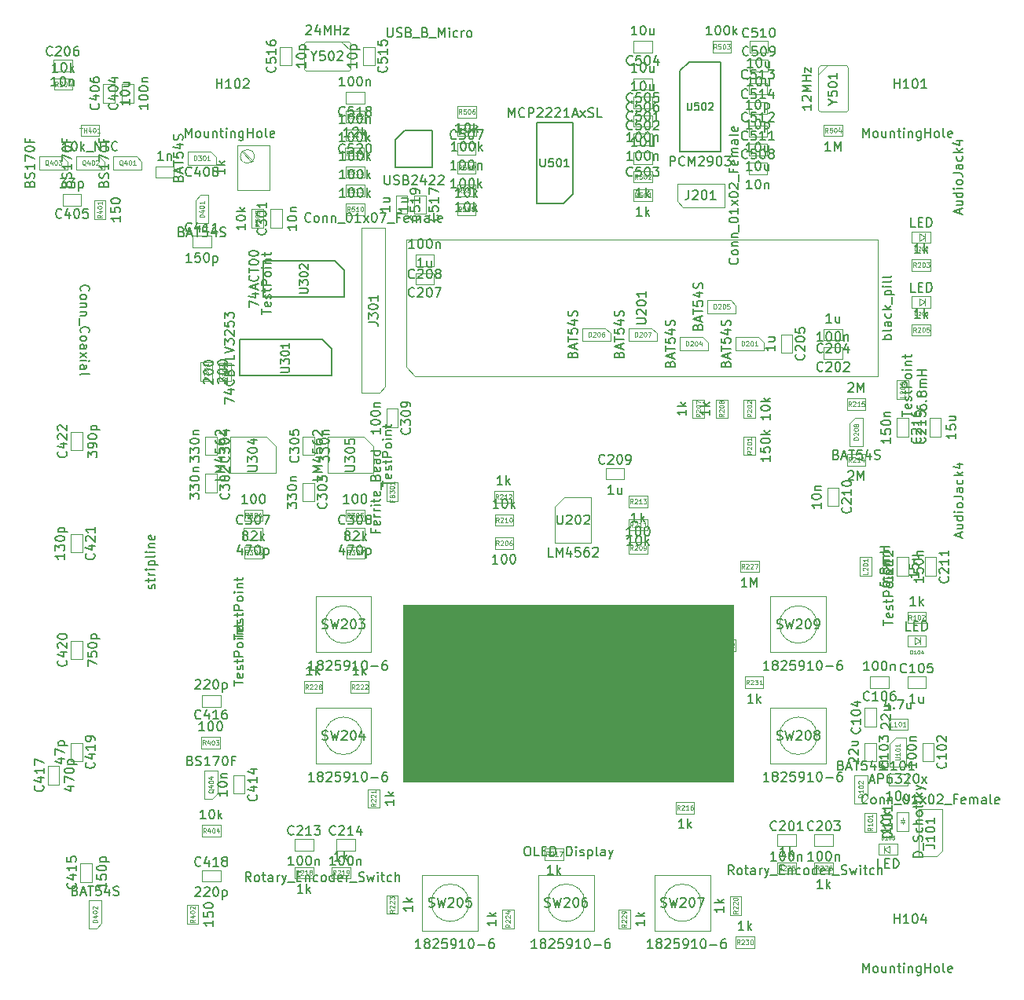
<source format=gbr>
%TF.GenerationSoftware,KiCad,Pcbnew,5.1.6*%
%TF.CreationDate,2020-08-25T15:19:02-07:00*%
%TF.ProjectId,uSDX,75534458-2e6b-4696-9361-645f70636258,2.0.3*%
%TF.SameCoordinates,Original*%
%TF.FileFunction,Other,Fab,Top*%
%FSLAX46Y46*%
G04 Gerber Fmt 4.6, Leading zero omitted, Abs format (unit mm)*
G04 Created by KiCad (PCBNEW 5.1.6) date 2020-08-25 15:19:02*
%MOMM*%
%LPD*%
G01*
G04 APERTURE LIST*
%ADD10C,0.100000*%
%ADD11C,0.150000*%
%ADD12C,0.135000*%
%ADD13C,0.075000*%
G04 APERTURE END LIST*
D10*
%TO.C,U304*%
X71950000Y-116050000D02*
X71950000Y-118950000D01*
X71950000Y-118950000D02*
X67050000Y-118950000D01*
X67050000Y-118950000D02*
X67050000Y-115050000D01*
X67050000Y-115050000D02*
X70950000Y-115050000D01*
X70950000Y-115050000D02*
X71950000Y-116050000D01*
%TO.C,U202*%
X103050000Y-121550000D02*
X105950000Y-121550000D01*
X105950000Y-121550000D02*
X105950000Y-126450000D01*
X105950000Y-126450000D02*
X102050000Y-126450000D01*
X102050000Y-126450000D02*
X102050000Y-122550000D01*
X102050000Y-122550000D02*
X103050000Y-121550000D01*
%TO.C,U305*%
X82450000Y-116050000D02*
X82450000Y-118950000D01*
X82450000Y-118950000D02*
X77550000Y-118950000D01*
X77550000Y-118950000D02*
X77550000Y-115050000D01*
X77550000Y-115050000D02*
X81450000Y-115050000D01*
X81450000Y-115050000D02*
X82450000Y-116050000D01*
%TO.C,U201*%
X85980000Y-107495000D02*
X85980000Y-93765000D01*
X85980000Y-93765000D02*
X136780000Y-93765000D01*
X136780000Y-93765000D02*
X136780000Y-108495000D01*
X136780000Y-108495000D02*
X86980000Y-108495000D01*
X86980000Y-108495000D02*
X85980000Y-107495000D01*
D11*
%TO.C,U501*%
X103950000Y-88850000D02*
X102950000Y-89850000D01*
X103950000Y-81150000D02*
X103950000Y-88850000D01*
X100050000Y-81150000D02*
X103950000Y-81150000D01*
X100050000Y-89850000D02*
X100050000Y-81150000D01*
X102950000Y-89850000D02*
X100050000Y-89850000D01*
D10*
%TO.C,D208*%
X133800000Y-113550000D02*
X133800000Y-116000000D01*
X134350000Y-112980000D02*
X135200000Y-112980000D01*
X133800000Y-113550000D02*
X134350000Y-112980000D01*
X135200000Y-112980000D02*
X135200000Y-116020000D01*
X133800000Y-116020000D02*
X135200000Y-116020000D01*
%TO.C,C305*%
X76120000Y-117000000D02*
X74880000Y-117000000D01*
X76120000Y-115000000D02*
X76120000Y-117000000D01*
X74880000Y-115000000D02*
X76120000Y-115000000D01*
X74880000Y-117000000D02*
X74880000Y-115000000D01*
%TO.C,U203*%
G36*
X85720000Y-133100000D02*
G01*
X121280000Y-133100000D01*
X121280000Y-152150000D01*
X85720000Y-152150000D01*
X85720000Y-133100000D01*
G37*
X85720000Y-133100000D02*
X121280000Y-133100000D01*
X121280000Y-152150000D01*
X85720000Y-152150000D01*
X85720000Y-133100000D01*
%TO.C,D102*%
X135700000Y-153950000D02*
X135700000Y-151500000D01*
X135150000Y-154520000D02*
X134300000Y-154520000D01*
X135700000Y-153950000D02*
X135150000Y-154520000D01*
X134300000Y-154520000D02*
X134300000Y-151480000D01*
X135700000Y-151480000D02*
X134300000Y-151480000D01*
%TO.C,C414*%
X68620000Y-151500000D02*
X68620000Y-153500000D01*
X68620000Y-153500000D02*
X67380000Y-153500000D01*
X67380000Y-153500000D02*
X67380000Y-151500000D01*
X67380000Y-151500000D02*
X68620000Y-151500000D01*
%TO.C,C416*%
X66000000Y-144120000D02*
X64000000Y-144120000D01*
X64000000Y-144120000D02*
X64000000Y-142880000D01*
X64000000Y-142880000D02*
X66000000Y-142880000D01*
X66000000Y-142880000D02*
X66000000Y-144120000D01*
%TO.C,Q404*%
X65700000Y-150980000D02*
X64300000Y-150980000D01*
X64300000Y-154020000D02*
X64300000Y-150980000D01*
X65700000Y-153450000D02*
X65150000Y-154020000D01*
X65150000Y-154020000D02*
X64300000Y-154020000D01*
X65700000Y-153450000D02*
X65700000Y-151000000D01*
%TO.C,C422*%
X49880000Y-116500000D02*
X49880000Y-114500000D01*
X49880000Y-114500000D02*
X51120000Y-114500000D01*
X51120000Y-114500000D02*
X51120000Y-116500000D01*
X51120000Y-116500000D02*
X49880000Y-116500000D01*
%TO.C,C420*%
X49880000Y-139000000D02*
X49880000Y-137000000D01*
X49880000Y-137000000D02*
X51120000Y-137000000D01*
X51120000Y-137000000D02*
X51120000Y-139000000D01*
X51120000Y-139000000D02*
X49880000Y-139000000D01*
%TO.C,D402*%
X53200000Y-164980000D02*
X51800000Y-164980000D01*
X51800000Y-168020000D02*
X51800000Y-164980000D01*
X53200000Y-167450000D02*
X52650000Y-168020000D01*
X52650000Y-168020000D02*
X51800000Y-168020000D01*
X53200000Y-167450000D02*
X53200000Y-165000000D01*
D11*
%TO.C,U302*%
X78350000Y-96050000D02*
X79350000Y-97050000D01*
X70650000Y-96050000D02*
X78350000Y-96050000D01*
X70650000Y-99950000D02*
X70650000Y-96050000D01*
X79350000Y-99950000D02*
X70650000Y-99950000D01*
X79350000Y-97050000D02*
X79350000Y-99950000D01*
%TO.C,U301*%
X76950000Y-104550000D02*
X77950000Y-105550000D01*
X68050000Y-104550000D02*
X76950000Y-104550000D01*
X68050000Y-108450000D02*
X68050000Y-104550000D01*
X77950000Y-108450000D02*
X68050000Y-108450000D01*
X77950000Y-105550000D02*
X77950000Y-108450000D01*
D10*
%TO.C,SW209*%
X130265564Y-135250000D02*
G75*
G03*
X130265564Y-135250000I-2015564J0D01*
G01*
X125250000Y-132250000D02*
X128250000Y-132250000D01*
X125250000Y-138250000D02*
X125250000Y-132250000D01*
X131250000Y-138250000D02*
X125250000Y-138250000D01*
X131250000Y-132250000D02*
X131250000Y-138250000D01*
X128250000Y-132250000D02*
X131250000Y-132250000D01*
%TO.C,SW208*%
X130265564Y-147250000D02*
G75*
G03*
X130265564Y-147250000I-2015564J0D01*
G01*
X125250000Y-144250000D02*
X128250000Y-144250000D01*
X125250000Y-150250000D02*
X125250000Y-144250000D01*
X131250000Y-150250000D02*
X125250000Y-150250000D01*
X131250000Y-144250000D02*
X131250000Y-150250000D01*
X128250000Y-144250000D02*
X131250000Y-144250000D01*
%TO.C,SW207*%
X117765564Y-165250000D02*
G75*
G03*
X117765564Y-165250000I-2015564J0D01*
G01*
X112750000Y-162250000D02*
X115750000Y-162250000D01*
X112750000Y-168250000D02*
X112750000Y-162250000D01*
X118750000Y-168250000D02*
X112750000Y-168250000D01*
X118750000Y-162250000D02*
X118750000Y-168250000D01*
X115750000Y-162250000D02*
X118750000Y-162250000D01*
%TO.C,SW206*%
X105265564Y-165250000D02*
G75*
G03*
X105265564Y-165250000I-2015564J0D01*
G01*
X100250000Y-162250000D02*
X103250000Y-162250000D01*
X100250000Y-168250000D02*
X100250000Y-162250000D01*
X106250000Y-168250000D02*
X100250000Y-168250000D01*
X106250000Y-162250000D02*
X106250000Y-168250000D01*
X103250000Y-162250000D02*
X106250000Y-162250000D01*
%TO.C,SW205*%
X92765564Y-165250000D02*
G75*
G03*
X92765564Y-165250000I-2015564J0D01*
G01*
X87750000Y-162250000D02*
X90750000Y-162250000D01*
X87750000Y-168250000D02*
X87750000Y-162250000D01*
X93750000Y-168250000D02*
X87750000Y-168250000D01*
X93750000Y-162250000D02*
X93750000Y-168250000D01*
X90750000Y-162250000D02*
X93750000Y-162250000D01*
%TO.C,SW204*%
X81265564Y-147250000D02*
G75*
G03*
X81265564Y-147250000I-2015564J0D01*
G01*
X76250000Y-144250000D02*
X79250000Y-144250000D01*
X76250000Y-150250000D02*
X76250000Y-144250000D01*
X82250000Y-150250000D02*
X76250000Y-150250000D01*
X82250000Y-144250000D02*
X82250000Y-150250000D01*
X79250000Y-144250000D02*
X82250000Y-144250000D01*
%TO.C,SW203*%
X81265564Y-135250000D02*
G75*
G03*
X81265564Y-135250000I-2015564J0D01*
G01*
X76250000Y-132250000D02*
X79250000Y-132250000D01*
X76250000Y-138250000D02*
X76250000Y-132250000D01*
X82250000Y-138250000D02*
X76250000Y-138250000D01*
X82250000Y-132250000D02*
X82250000Y-138250000D01*
X79250000Y-132250000D02*
X82250000Y-132250000D01*
%TO.C,RV301*%
X69650000Y-84800000D02*
G75*
G03*
X69650000Y-84800000I-750000J0D01*
G01*
X69470000Y-85280000D02*
X68420000Y-84230000D01*
X69380000Y-85370000D02*
X68330000Y-84320000D01*
X71300000Y-88400000D02*
X71300000Y-83600000D01*
X67800000Y-88400000D02*
X71300000Y-88400000D01*
X67800000Y-83600000D02*
X67800000Y-88400000D01*
X71300000Y-83600000D02*
X67800000Y-83600000D01*
%TO.C,R232*%
X119500000Y-136880000D02*
X121500000Y-136880000D01*
X121500000Y-136880000D02*
X121500000Y-138120000D01*
X121500000Y-138120000D02*
X119500000Y-138120000D01*
X119500000Y-138120000D02*
X119500000Y-136880000D01*
%TO.C,R231*%
X122500000Y-140880000D02*
X124500000Y-140880000D01*
X124500000Y-140880000D02*
X124500000Y-142120000D01*
X124500000Y-142120000D02*
X122500000Y-142120000D01*
X122500000Y-142120000D02*
X122500000Y-140880000D01*
%TO.C,R230*%
X123500000Y-170120000D02*
X121500000Y-170120000D01*
X121500000Y-170120000D02*
X121500000Y-168880000D01*
X121500000Y-168880000D02*
X123500000Y-168880000D01*
X123500000Y-168880000D02*
X123500000Y-170120000D01*
%TO.C,R229*%
X108880000Y-168000000D02*
X108880000Y-166000000D01*
X108880000Y-166000000D02*
X110120000Y-166000000D01*
X110120000Y-166000000D02*
X110120000Y-168000000D01*
X110120000Y-168000000D02*
X108880000Y-168000000D01*
%TO.C,R228*%
X77000000Y-142620000D02*
X75000000Y-142620000D01*
X75000000Y-142620000D02*
X75000000Y-141380000D01*
X75000000Y-141380000D02*
X77000000Y-141380000D01*
X77000000Y-141380000D02*
X77000000Y-142620000D01*
%TO.C,R227*%
X122000000Y-128380000D02*
X124000000Y-128380000D01*
X124000000Y-128380000D02*
X124000000Y-129620000D01*
X124000000Y-129620000D02*
X122000000Y-129620000D01*
X122000000Y-129620000D02*
X122000000Y-128380000D01*
%TO.C,D401*%
X63300000Y-92020000D02*
X64700000Y-92020000D01*
X64700000Y-88980000D02*
X64700000Y-92020000D01*
X63300000Y-89550000D02*
X63850000Y-88980000D01*
X63850000Y-88980000D02*
X64700000Y-88980000D01*
X63300000Y-89550000D02*
X63300000Y-92000000D01*
%TO.C,D301*%
X62480000Y-84300000D02*
X62480000Y-85700000D01*
X65520000Y-85700000D02*
X62480000Y-85700000D01*
X64950000Y-84300000D02*
X65520000Y-84850000D01*
X65520000Y-84850000D02*
X65520000Y-85700000D01*
X64950000Y-84300000D02*
X62500000Y-84300000D01*
%TO.C,D207*%
X109980000Y-103300000D02*
X109980000Y-104700000D01*
X113020000Y-104700000D02*
X109980000Y-104700000D01*
X112450000Y-103300000D02*
X113020000Y-103850000D01*
X113020000Y-103850000D02*
X113020000Y-104700000D01*
X112450000Y-103300000D02*
X110000000Y-103300000D01*
%TO.C,D206*%
X104980000Y-103300000D02*
X104980000Y-104700000D01*
X108020000Y-104700000D02*
X104980000Y-104700000D01*
X107450000Y-103300000D02*
X108020000Y-103850000D01*
X108020000Y-103850000D02*
X108020000Y-104700000D01*
X107450000Y-103300000D02*
X105000000Y-103300000D01*
%TO.C,D205*%
X118480000Y-100300000D02*
X118480000Y-101700000D01*
X121520000Y-101700000D02*
X118480000Y-101700000D01*
X120950000Y-100300000D02*
X121520000Y-100850000D01*
X121520000Y-100850000D02*
X121520000Y-101700000D01*
X120950000Y-100300000D02*
X118500000Y-100300000D01*
%TO.C,D204*%
X115480000Y-104300000D02*
X115480000Y-105700000D01*
X118520000Y-105700000D02*
X115480000Y-105700000D01*
X117950000Y-104300000D02*
X118520000Y-104850000D01*
X118520000Y-104850000D02*
X118520000Y-105700000D01*
X117950000Y-104300000D02*
X115500000Y-104300000D01*
%TO.C,D203*%
X142500000Y-99900000D02*
X142500000Y-101100000D01*
X142500000Y-101100000D02*
X140500000Y-101100000D01*
X140500000Y-101100000D02*
X140500000Y-99900000D01*
X140500000Y-99900000D02*
X142500000Y-99900000D01*
X141300000Y-100900000D02*
X141300000Y-100100000D01*
X141300000Y-100100000D02*
X141900000Y-100500000D01*
X141900000Y-100500000D02*
X141300000Y-100900000D01*
X141900000Y-100900000D02*
X141900000Y-100100000D01*
%TO.C,D202*%
X142500000Y-92900000D02*
X142500000Y-94100000D01*
X142500000Y-94100000D02*
X140500000Y-94100000D01*
X140500000Y-94100000D02*
X140500000Y-92900000D01*
X140500000Y-92900000D02*
X142500000Y-92900000D01*
X141300000Y-93900000D02*
X141300000Y-93100000D01*
X141300000Y-93100000D02*
X141900000Y-93500000D01*
X141900000Y-93500000D02*
X141300000Y-93900000D01*
X141900000Y-93900000D02*
X141900000Y-93100000D01*
%TO.C,D201*%
X121480000Y-104300000D02*
X121480000Y-105700000D01*
X124520000Y-105700000D02*
X121480000Y-105700000D01*
X123950000Y-104300000D02*
X124520000Y-104850000D01*
X124520000Y-104850000D02*
X124520000Y-105700000D01*
X123950000Y-104300000D02*
X121500000Y-104300000D01*
%TO.C,D104*%
X142000000Y-136400000D02*
X142000000Y-137600000D01*
X142000000Y-137600000D02*
X140000000Y-137600000D01*
X140000000Y-137600000D02*
X140000000Y-136400000D01*
X140000000Y-136400000D02*
X142000000Y-136400000D01*
X140800000Y-137400000D02*
X140800000Y-136600000D01*
X140800000Y-136600000D02*
X141400000Y-137000000D01*
X141400000Y-137000000D02*
X140800000Y-137400000D01*
X141400000Y-137400000D02*
X141400000Y-136600000D01*
%TO.C,D103*%
X136900000Y-160100000D02*
X136900000Y-158900000D01*
X136900000Y-158900000D02*
X138900000Y-158900000D01*
X138900000Y-158900000D02*
X138900000Y-160100000D01*
X138900000Y-160100000D02*
X136900000Y-160100000D01*
X138100000Y-159100000D02*
X138100000Y-159900000D01*
X138100000Y-159900000D02*
X137500000Y-159500000D01*
X137500000Y-159500000D02*
X138100000Y-159100000D01*
X137500000Y-159100000D02*
X137500000Y-159900000D01*
%TO.C,C212*%
X138880000Y-130000000D02*
X138880000Y-128000000D01*
X138880000Y-128000000D02*
X140120000Y-128000000D01*
X140120000Y-128000000D02*
X140120000Y-130000000D01*
X140120000Y-130000000D02*
X138880000Y-130000000D01*
%TO.C,C208*%
X89000000Y-96620000D02*
X87000000Y-96620000D01*
X87000000Y-96620000D02*
X87000000Y-95380000D01*
X87000000Y-95380000D02*
X89000000Y-95380000D01*
X89000000Y-95380000D02*
X89000000Y-96620000D01*
%TO.C,R307*%
X81550000Y-126880000D02*
X81550000Y-128120000D01*
X79550000Y-126880000D02*
X81550000Y-126880000D01*
X79550000Y-128120000D02*
X79550000Y-126880000D01*
X81550000Y-128120000D02*
X79550000Y-128120000D01*
%TO.C,R306*%
X70550000Y-126880000D02*
X70550000Y-128120000D01*
X68550000Y-126880000D02*
X70550000Y-126880000D01*
X68550000Y-128120000D02*
X68550000Y-126880000D01*
X70550000Y-128120000D02*
X68550000Y-128120000D01*
%TO.C,R305*%
X81500000Y-122880000D02*
X81500000Y-124120000D01*
X79500000Y-122880000D02*
X81500000Y-122880000D01*
X79500000Y-124120000D02*
X79500000Y-122880000D01*
X81500000Y-124120000D02*
X79500000Y-124120000D01*
%TO.C,R304*%
X70550000Y-122880000D02*
X70550000Y-124120000D01*
X68550000Y-122880000D02*
X70550000Y-122880000D01*
X68550000Y-124120000D02*
X68550000Y-122880000D01*
X70550000Y-124120000D02*
X68550000Y-124120000D01*
%TO.C,R303*%
X69380000Y-90500000D02*
X70620000Y-90500000D01*
X69380000Y-92500000D02*
X69380000Y-90500000D01*
X70620000Y-92500000D02*
X69380000Y-92500000D01*
X70620000Y-90500000D02*
X70620000Y-92500000D01*
%TO.C,R302*%
X65880000Y-107050000D02*
X67120000Y-107050000D01*
X65880000Y-109050000D02*
X65880000Y-107050000D01*
X67120000Y-109050000D02*
X65880000Y-109050000D01*
X67120000Y-107050000D02*
X67120000Y-109050000D01*
%TO.C,R301*%
X65120000Y-109000000D02*
X63880000Y-109000000D01*
X65120000Y-107000000D02*
X65120000Y-109000000D01*
X63880000Y-107000000D02*
X65120000Y-107000000D01*
X63880000Y-109000000D02*
X63880000Y-107000000D01*
%TO.C,J301*%
X83135000Y-110270000D02*
X81230000Y-110270000D01*
X81230000Y-110270000D02*
X81230000Y-92490000D01*
X81230000Y-92490000D02*
X83770000Y-92490000D01*
X83770000Y-92490000D02*
X83770000Y-109635000D01*
X83770000Y-109635000D02*
X83135000Y-110270000D01*
%TO.C,FB301*%
X83880000Y-119950000D02*
X85120000Y-119950000D01*
X83880000Y-121950000D02*
X83880000Y-119950000D01*
X85120000Y-121950000D02*
X83880000Y-121950000D01*
X85120000Y-119950000D02*
X85120000Y-121950000D01*
%TO.C,C309*%
X83880000Y-112000000D02*
X85120000Y-112000000D01*
X83880000Y-114000000D02*
X83880000Y-112000000D01*
X85120000Y-114000000D02*
X83880000Y-114000000D01*
X85120000Y-112000000D02*
X85120000Y-114000000D01*
%TO.C,C308*%
X79500000Y-126120000D02*
X79500000Y-124880000D01*
X81500000Y-126120000D02*
X79500000Y-126120000D01*
X81500000Y-124880000D02*
X81500000Y-126120000D01*
X79500000Y-124880000D02*
X81500000Y-124880000D01*
%TO.C,C307*%
X68500000Y-126120000D02*
X68500000Y-124880000D01*
X70500000Y-126120000D02*
X68500000Y-126120000D01*
X70500000Y-124880000D02*
X70500000Y-126120000D01*
X68500000Y-124880000D02*
X70500000Y-124880000D01*
%TO.C,C304*%
X64380000Y-115000000D02*
X65620000Y-115000000D01*
X64380000Y-117000000D02*
X64380000Y-115000000D01*
X65620000Y-117000000D02*
X64380000Y-117000000D01*
X65620000Y-115000000D02*
X65620000Y-117000000D01*
%TO.C,C303*%
X74880000Y-120000000D02*
X76120000Y-120000000D01*
X74880000Y-122000000D02*
X74880000Y-120000000D01*
X76120000Y-122000000D02*
X74880000Y-122000000D01*
X76120000Y-120000000D02*
X76120000Y-122000000D01*
%TO.C,C302*%
X64380000Y-119000000D02*
X65620000Y-119000000D01*
X64380000Y-121000000D02*
X64380000Y-119000000D01*
X65620000Y-121000000D02*
X64380000Y-121000000D01*
X65620000Y-119000000D02*
X65620000Y-121000000D01*
%TO.C,C301*%
X72620000Y-92500000D02*
X71380000Y-92500000D01*
X72620000Y-90500000D02*
X72620000Y-92500000D01*
X71380000Y-90500000D02*
X72620000Y-90500000D01*
X71380000Y-92500000D02*
X71380000Y-90500000D01*
%TO.C,R226*%
X130000000Y-162120000D02*
X130000000Y-160880000D01*
X132000000Y-162120000D02*
X130000000Y-162120000D01*
X132000000Y-160880000D02*
X132000000Y-162120000D01*
X130000000Y-160880000D02*
X132000000Y-160880000D01*
%TO.C,R225*%
X128000000Y-160880000D02*
X128000000Y-162120000D01*
X126000000Y-160880000D02*
X128000000Y-160880000D01*
X126000000Y-162120000D02*
X126000000Y-160880000D01*
X128000000Y-162120000D02*
X126000000Y-162120000D01*
%TO.C,R224*%
X96380000Y-166000000D02*
X97620000Y-166000000D01*
X96380000Y-168000000D02*
X96380000Y-166000000D01*
X97620000Y-168000000D02*
X96380000Y-168000000D01*
X97620000Y-166000000D02*
X97620000Y-168000000D01*
%TO.C,R223*%
X85120000Y-166450000D02*
X83880000Y-166450000D01*
X85120000Y-164450000D02*
X85120000Y-166450000D01*
X83880000Y-164450000D02*
X85120000Y-164450000D01*
X83880000Y-166450000D02*
X83880000Y-164450000D01*
%TO.C,R222*%
X82000000Y-141380000D02*
X82000000Y-142620000D01*
X80000000Y-141380000D02*
X82000000Y-141380000D01*
X80000000Y-142620000D02*
X80000000Y-141380000D01*
X82000000Y-142620000D02*
X80000000Y-142620000D01*
%TO.C,R221*%
X83120000Y-155000000D02*
X81880000Y-155000000D01*
X83120000Y-153000000D02*
X83120000Y-155000000D01*
X81880000Y-153000000D02*
X83120000Y-153000000D01*
X81880000Y-155000000D02*
X81880000Y-153000000D01*
%TO.C,R220*%
X120880000Y-164550000D02*
X122120000Y-164550000D01*
X120880000Y-166550000D02*
X120880000Y-164550000D01*
X122120000Y-166550000D02*
X120880000Y-166550000D01*
X122120000Y-164550000D02*
X122120000Y-166550000D01*
%TO.C,R219*%
X80000000Y-161380000D02*
X80000000Y-162620000D01*
X78000000Y-161380000D02*
X80000000Y-161380000D01*
X78000000Y-162620000D02*
X78000000Y-161380000D01*
X80000000Y-162620000D02*
X78000000Y-162620000D01*
%TO.C,R218*%
X74000000Y-162620000D02*
X74000000Y-161380000D01*
X76000000Y-162620000D02*
X74000000Y-162620000D01*
X76000000Y-161380000D02*
X76000000Y-162620000D01*
X74000000Y-161380000D02*
X76000000Y-161380000D01*
%TO.C,R217*%
X100950000Y-160620000D02*
X100950000Y-159380000D01*
X102950000Y-160620000D02*
X100950000Y-160620000D01*
X102950000Y-159380000D02*
X102950000Y-160620000D01*
X100950000Y-159380000D02*
X102950000Y-159380000D01*
%TO.C,R216*%
X115050000Y-155620000D02*
X115050000Y-154380000D01*
X117050000Y-155620000D02*
X115050000Y-155620000D01*
X117050000Y-154380000D02*
X117050000Y-155620000D01*
X115050000Y-154380000D02*
X117050000Y-154380000D01*
%TO.C,R215*%
X135500000Y-110880000D02*
X135500000Y-112120000D01*
X133500000Y-110880000D02*
X135500000Y-110880000D01*
X133500000Y-112120000D02*
X133500000Y-110880000D01*
X135500000Y-112120000D02*
X133500000Y-112120000D01*
%TO.C,R214*%
X133500000Y-118120000D02*
X133500000Y-116880000D01*
X135500000Y-118120000D02*
X133500000Y-118120000D01*
X135500000Y-116880000D02*
X135500000Y-118120000D01*
X133500000Y-116880000D02*
X135500000Y-116880000D01*
%TO.C,R213*%
X110000000Y-122620000D02*
X110000000Y-121380000D01*
X112000000Y-122620000D02*
X110000000Y-122620000D01*
X112000000Y-121380000D02*
X112000000Y-122620000D01*
X110000000Y-121380000D02*
X112000000Y-121380000D01*
%TO.C,R212*%
X97500000Y-120880000D02*
X97500000Y-122120000D01*
X95500000Y-120880000D02*
X97500000Y-120880000D01*
X95500000Y-122120000D02*
X95500000Y-120880000D01*
X97500000Y-122120000D02*
X95500000Y-122120000D01*
%TO.C,R211*%
X110000000Y-125120000D02*
X110000000Y-123880000D01*
X112000000Y-125120000D02*
X110000000Y-125120000D01*
X112000000Y-123880000D02*
X112000000Y-125120000D01*
X110000000Y-123880000D02*
X112000000Y-123880000D01*
%TO.C,R210*%
X97550000Y-123380000D02*
X97550000Y-124620000D01*
X95550000Y-123380000D02*
X97550000Y-123380000D01*
X95550000Y-124620000D02*
X95550000Y-123380000D01*
X97550000Y-124620000D02*
X95550000Y-124620000D01*
%TO.C,R209*%
X112000000Y-126380000D02*
X112000000Y-127620000D01*
X110000000Y-126380000D02*
X112000000Y-126380000D01*
X110000000Y-127620000D02*
X110000000Y-126380000D01*
X112000000Y-127620000D02*
X110000000Y-127620000D01*
%TO.C,R208*%
X119380000Y-111000000D02*
X120620000Y-111000000D01*
X119380000Y-113000000D02*
X119380000Y-111000000D01*
X120620000Y-113000000D02*
X119380000Y-113000000D01*
X120620000Y-111000000D02*
X120620000Y-113000000D01*
%TO.C,R207*%
X116880000Y-111000000D02*
X118120000Y-111000000D01*
X116880000Y-113000000D02*
X116880000Y-111000000D01*
X118120000Y-113000000D02*
X116880000Y-113000000D01*
X118120000Y-111000000D02*
X118120000Y-113000000D01*
%TO.C,R206*%
X95550000Y-127120000D02*
X95550000Y-125880000D01*
X97550000Y-127120000D02*
X95550000Y-127120000D01*
X97550000Y-125880000D02*
X97550000Y-127120000D01*
X95550000Y-125880000D02*
X97550000Y-125880000D01*
%TO.C,R205*%
X142500000Y-102880000D02*
X142500000Y-104120000D01*
X140500000Y-102880000D02*
X142500000Y-102880000D01*
X140500000Y-104120000D02*
X140500000Y-102880000D01*
X142500000Y-104120000D02*
X140500000Y-104120000D01*
%TO.C,R204*%
X50050000Y-76380000D02*
X50050000Y-77620000D01*
X48050000Y-76380000D02*
X50050000Y-76380000D01*
X48050000Y-77620000D02*
X48050000Y-76380000D01*
X50050000Y-77620000D02*
X48050000Y-77620000D01*
%TO.C,R203*%
X142500000Y-95880000D02*
X142500000Y-97120000D01*
X140500000Y-95880000D02*
X142500000Y-95880000D01*
X140500000Y-97120000D02*
X140500000Y-95880000D01*
X142500000Y-97120000D02*
X140500000Y-97120000D01*
%TO.C,R202*%
X123620000Y-113000000D02*
X122380000Y-113000000D01*
X123620000Y-111000000D02*
X123620000Y-113000000D01*
X122380000Y-111000000D02*
X123620000Y-111000000D01*
X122380000Y-113000000D02*
X122380000Y-111000000D01*
%TO.C,R201*%
X123620000Y-117000000D02*
X122380000Y-117000000D01*
X123620000Y-115000000D02*
X123620000Y-117000000D01*
X122380000Y-115000000D02*
X123620000Y-115000000D01*
X122380000Y-117000000D02*
X122380000Y-115000000D01*
%TO.C,L202*%
X140120000Y-110950000D02*
X138880000Y-110950000D01*
X140120000Y-108950000D02*
X140120000Y-110950000D01*
X138880000Y-108950000D02*
X140120000Y-108950000D01*
X138880000Y-110950000D02*
X138880000Y-108950000D01*
%TO.C,L201*%
X136120000Y-130000000D02*
X134880000Y-130000000D01*
X136120000Y-128000000D02*
X136120000Y-130000000D01*
X134880000Y-128000000D02*
X136120000Y-128000000D01*
X134880000Y-130000000D02*
X134880000Y-128000000D01*
%TO.C,J201*%
X115190000Y-89635000D02*
X115190000Y-87730000D01*
X115190000Y-87730000D02*
X120270000Y-87730000D01*
X120270000Y-87730000D02*
X120270000Y-90270000D01*
X120270000Y-90270000D02*
X115825000Y-90270000D01*
X115825000Y-90270000D02*
X115190000Y-89635000D01*
%TO.C,C216*%
X138880000Y-113000000D02*
X140120000Y-113000000D01*
X138880000Y-115000000D02*
X138880000Y-113000000D01*
X140120000Y-115000000D02*
X138880000Y-115000000D01*
X140120000Y-113000000D02*
X140120000Y-115000000D01*
%TO.C,C215*%
X143620000Y-115000000D02*
X142380000Y-115000000D01*
X143620000Y-113000000D02*
X143620000Y-115000000D01*
X142380000Y-113000000D02*
X143620000Y-113000000D01*
X142380000Y-115000000D02*
X142380000Y-113000000D01*
%TO.C,C214*%
X78500000Y-159620000D02*
X78500000Y-158380000D01*
X80500000Y-159620000D02*
X78500000Y-159620000D01*
X80500000Y-158380000D02*
X80500000Y-159620000D01*
X78500000Y-158380000D02*
X80500000Y-158380000D01*
%TO.C,C213*%
X74000000Y-159620000D02*
X74000000Y-158380000D01*
X76000000Y-159620000D02*
X74000000Y-159620000D01*
X76000000Y-158380000D02*
X76000000Y-159620000D01*
X74000000Y-158380000D02*
X76000000Y-158380000D01*
%TO.C,C211*%
X141880000Y-128000000D02*
X143120000Y-128000000D01*
X141880000Y-130000000D02*
X141880000Y-128000000D01*
X143120000Y-130000000D02*
X141880000Y-130000000D01*
X143120000Y-128000000D02*
X143120000Y-130000000D01*
%TO.C,C210*%
X131380000Y-120500000D02*
X132620000Y-120500000D01*
X131380000Y-122500000D02*
X131380000Y-120500000D01*
X132620000Y-122500000D02*
X131380000Y-122500000D01*
X132620000Y-120500000D02*
X132620000Y-122500000D01*
%TO.C,C209*%
X107500000Y-119620000D02*
X107500000Y-118380000D01*
X109500000Y-119620000D02*
X107500000Y-119620000D01*
X109500000Y-118380000D02*
X109500000Y-119620000D01*
X107500000Y-118380000D02*
X109500000Y-118380000D01*
%TO.C,C207*%
X89000000Y-97380000D02*
X89000000Y-98620000D01*
X87000000Y-97380000D02*
X89000000Y-97380000D01*
X87000000Y-98620000D02*
X87000000Y-97380000D01*
X89000000Y-98620000D02*
X87000000Y-98620000D01*
%TO.C,C206*%
X48000000Y-75620000D02*
X48000000Y-74380000D01*
X50000000Y-75620000D02*
X48000000Y-75620000D01*
X50000000Y-74380000D02*
X50000000Y-75620000D01*
X48000000Y-74380000D02*
X50000000Y-74380000D01*
%TO.C,C205*%
X126380000Y-104000000D02*
X127620000Y-104000000D01*
X126380000Y-106000000D02*
X126380000Y-104000000D01*
X127620000Y-106000000D02*
X126380000Y-106000000D01*
X127620000Y-104000000D02*
X127620000Y-106000000D01*
%TO.C,C204*%
X133000000Y-103380000D02*
X133000000Y-104620000D01*
X131000000Y-103380000D02*
X133000000Y-103380000D01*
X131000000Y-104620000D02*
X131000000Y-103380000D01*
X133000000Y-104620000D02*
X131000000Y-104620000D01*
%TO.C,C203*%
X130000000Y-159120000D02*
X130000000Y-157880000D01*
X132000000Y-159120000D02*
X130000000Y-159120000D01*
X132000000Y-157880000D02*
X132000000Y-159120000D01*
X130000000Y-157880000D02*
X132000000Y-157880000D01*
%TO.C,C202*%
X133000000Y-105380000D02*
X133000000Y-106620000D01*
X131000000Y-105380000D02*
X133000000Y-105380000D01*
X131000000Y-106620000D02*
X131000000Y-105380000D01*
X133000000Y-106620000D02*
X131000000Y-106620000D01*
%TO.C,C201*%
X126000000Y-159120000D02*
X126000000Y-157880000D01*
X128000000Y-159120000D02*
X126000000Y-159120000D01*
X128000000Y-157880000D02*
X128000000Y-159120000D01*
X126000000Y-157880000D02*
X128000000Y-157880000D01*
%TO.C,Y502*%
X80000000Y-73400000D02*
X79000000Y-72400000D01*
X80000000Y-75400000D02*
X79800000Y-75600000D01*
X80000000Y-72600000D02*
X80000000Y-75400000D01*
X79800000Y-72400000D02*
X80000000Y-72600000D01*
X75200000Y-72400000D02*
X79800000Y-72400000D01*
X75000000Y-72600000D02*
X75200000Y-72400000D01*
X75000000Y-75400000D02*
X75000000Y-72600000D01*
X75200000Y-75600000D02*
X75000000Y-75400000D01*
X79800000Y-75600000D02*
X75200000Y-75600000D01*
%TO.C,Y501*%
X131400000Y-75000000D02*
X130400000Y-76000000D01*
X133400000Y-75000000D02*
X133600000Y-75200000D01*
X130600000Y-75000000D02*
X133400000Y-75000000D01*
X130400000Y-75200000D02*
X130600000Y-75000000D01*
X130400000Y-79800000D02*
X130400000Y-75200000D01*
X130600000Y-80000000D02*
X130400000Y-79800000D01*
X133400000Y-80000000D02*
X130600000Y-80000000D01*
X133600000Y-79800000D02*
X133400000Y-80000000D01*
X133600000Y-75200000D02*
X133600000Y-79800000D01*
D11*
%TO.C,U503*%
X84850000Y-83000000D02*
X85850000Y-82000000D01*
X84850000Y-86000000D02*
X84850000Y-83000000D01*
X88850000Y-86000000D02*
X84850000Y-86000000D01*
X88850000Y-82000000D02*
X88850000Y-86000000D01*
X85850000Y-82000000D02*
X88850000Y-82000000D01*
%TO.C,U502*%
X115470000Y-75605000D02*
X116470000Y-74605000D01*
X115470000Y-84305000D02*
X115470000Y-75605000D01*
X119870000Y-84305000D02*
X115470000Y-84305000D01*
X119870000Y-74605000D02*
X119870000Y-84305000D01*
X116470000Y-74605000D02*
X119870000Y-74605000D01*
D10*
%TO.C,U101*%
X139900000Y-147450000D02*
X139900000Y-150550000D01*
X139900000Y-150550000D02*
X138100000Y-150550000D01*
X138100000Y-148100000D02*
X138100000Y-150550000D01*
X139900000Y-147450000D02*
X138750000Y-147450000D01*
X138100000Y-148100000D02*
X138750000Y-147450000D01*
%TO.C,TH401*%
X50950000Y-81380000D02*
X52950000Y-81380000D01*
X52950000Y-81380000D02*
X52950000Y-82620000D01*
X52950000Y-82620000D02*
X50950000Y-82620000D01*
X50950000Y-82620000D02*
X50950000Y-81380000D01*
%TO.C,R514*%
X81450000Y-85120000D02*
X79450000Y-85120000D01*
X79450000Y-85120000D02*
X79450000Y-83880000D01*
X79450000Y-83880000D02*
X81450000Y-83880000D01*
X81450000Y-83880000D02*
X81450000Y-85120000D01*
%TO.C,R513*%
X81500000Y-89120000D02*
X79500000Y-89120000D01*
X79500000Y-89120000D02*
X79500000Y-87880000D01*
X79500000Y-87880000D02*
X81500000Y-87880000D01*
X81500000Y-87880000D02*
X81500000Y-89120000D01*
%TO.C,R512*%
X79500000Y-79880000D02*
X81500000Y-79880000D01*
X81500000Y-79880000D02*
X81500000Y-81120000D01*
X81500000Y-81120000D02*
X79500000Y-81120000D01*
X79500000Y-81120000D02*
X79500000Y-79880000D01*
%TO.C,R511*%
X81500000Y-87120000D02*
X79500000Y-87120000D01*
X79500000Y-87120000D02*
X79500000Y-85880000D01*
X79500000Y-85880000D02*
X81500000Y-85880000D01*
X81500000Y-85880000D02*
X81500000Y-87120000D01*
%TO.C,R510*%
X81500000Y-91120000D02*
X79500000Y-91120000D01*
X79500000Y-91120000D02*
X79500000Y-89880000D01*
X79500000Y-89880000D02*
X81500000Y-89880000D01*
X81500000Y-89880000D02*
X81500000Y-91120000D01*
%TO.C,R509*%
X91500000Y-85380000D02*
X93500000Y-85380000D01*
X93500000Y-85380000D02*
X93500000Y-86620000D01*
X93500000Y-86620000D02*
X91500000Y-86620000D01*
X91500000Y-86620000D02*
X91500000Y-85380000D01*
%TO.C,R508*%
X93500000Y-91120000D02*
X91500000Y-91120000D01*
X91500000Y-91120000D02*
X91500000Y-89880000D01*
X91500000Y-89880000D02*
X93500000Y-89880000D01*
X93500000Y-89880000D02*
X93500000Y-91120000D01*
%TO.C,R507*%
X91500000Y-87880000D02*
X93500000Y-87880000D01*
X93500000Y-87880000D02*
X93500000Y-89120000D01*
X93500000Y-89120000D02*
X91500000Y-89120000D01*
X91500000Y-89120000D02*
X91500000Y-87880000D01*
%TO.C,R506*%
X91550000Y-79380000D02*
X93550000Y-79380000D01*
X93550000Y-79380000D02*
X93550000Y-80620000D01*
X93550000Y-80620000D02*
X91550000Y-80620000D01*
X91550000Y-80620000D02*
X91550000Y-79380000D01*
%TO.C,R505*%
X91550000Y-81380000D02*
X93550000Y-81380000D01*
X93550000Y-81380000D02*
X93550000Y-82620000D01*
X93550000Y-82620000D02*
X91550000Y-82620000D01*
X91550000Y-82620000D02*
X91550000Y-81380000D01*
%TO.C,R504*%
X131000000Y-81380000D02*
X133000000Y-81380000D01*
X133000000Y-81380000D02*
X133000000Y-82620000D01*
X133000000Y-82620000D02*
X131000000Y-82620000D01*
X131000000Y-82620000D02*
X131000000Y-81380000D01*
%TO.C,R503*%
X121000000Y-73620000D02*
X119000000Y-73620000D01*
X119000000Y-73620000D02*
X119000000Y-72380000D01*
X119000000Y-72380000D02*
X121000000Y-72380000D01*
X121000000Y-72380000D02*
X121000000Y-73620000D01*
%TO.C,R502*%
X110500000Y-86380000D02*
X112500000Y-86380000D01*
X112500000Y-86380000D02*
X112500000Y-87620000D01*
X112500000Y-87620000D02*
X110500000Y-87620000D01*
X110500000Y-87620000D02*
X110500000Y-86380000D01*
%TO.C,R501*%
X110500000Y-88380000D02*
X112500000Y-88380000D01*
X112500000Y-88380000D02*
X112500000Y-89620000D01*
X112500000Y-89620000D02*
X110500000Y-89620000D01*
X110500000Y-89620000D02*
X110500000Y-88380000D01*
%TO.C,R404*%
X66000000Y-158120000D02*
X64000000Y-158120000D01*
X64000000Y-158120000D02*
X64000000Y-156880000D01*
X64000000Y-156880000D02*
X66000000Y-156880000D01*
X66000000Y-156880000D02*
X66000000Y-158120000D01*
%TO.C,R403*%
X65950000Y-148620000D02*
X63950000Y-148620000D01*
X63950000Y-148620000D02*
X63950000Y-147380000D01*
X63950000Y-147380000D02*
X65950000Y-147380000D01*
X65950000Y-147380000D02*
X65950000Y-148620000D01*
%TO.C,R402*%
X62380000Y-167500000D02*
X62380000Y-165500000D01*
X62380000Y-165500000D02*
X63620000Y-165500000D01*
X63620000Y-165500000D02*
X63620000Y-167500000D01*
X63620000Y-167500000D02*
X62380000Y-167500000D01*
%TO.C,R401*%
X52380000Y-91550000D02*
X52380000Y-89550000D01*
X52380000Y-89550000D02*
X53620000Y-89550000D01*
X53620000Y-89550000D02*
X53620000Y-91550000D01*
X53620000Y-91550000D02*
X52380000Y-91550000D01*
%TO.C,R102*%
X142000000Y-135120000D02*
X140000000Y-135120000D01*
X140000000Y-135120000D02*
X140000000Y-133880000D01*
X140000000Y-133880000D02*
X142000000Y-133880000D01*
X142000000Y-133880000D02*
X142000000Y-135120000D01*
%TO.C,R101*%
X135380000Y-157600000D02*
X135380000Y-155600000D01*
X135380000Y-155600000D02*
X136620000Y-155600000D01*
X136620000Y-155600000D02*
X136620000Y-157600000D01*
X136620000Y-157600000D02*
X135380000Y-157600000D01*
%TO.C,Q403*%
X46480000Y-84800000D02*
X46480000Y-86200000D01*
X49520000Y-86200000D02*
X46480000Y-86200000D01*
X48950000Y-84800000D02*
X49520000Y-85350000D01*
X49520000Y-85350000D02*
X49520000Y-86200000D01*
X48950000Y-84800000D02*
X46500000Y-84800000D01*
%TO.C,Q402*%
X50480000Y-84800000D02*
X50480000Y-86200000D01*
X53520000Y-86200000D02*
X50480000Y-86200000D01*
X52950000Y-84800000D02*
X53520000Y-85350000D01*
X53520000Y-85350000D02*
X53520000Y-86200000D01*
X52950000Y-84800000D02*
X50500000Y-84800000D01*
%TO.C,Q401*%
X54480000Y-84800000D02*
X54480000Y-86200000D01*
X57520000Y-86200000D02*
X54480000Y-86200000D01*
X56950000Y-84800000D02*
X57520000Y-85350000D01*
X57520000Y-85350000D02*
X57520000Y-86200000D01*
X56950000Y-84800000D02*
X54500000Y-84800000D01*
%TO.C,L101*%
X140000000Y-146620000D02*
X138000000Y-146620000D01*
X138000000Y-146620000D02*
X138000000Y-145380000D01*
X138000000Y-145380000D02*
X140000000Y-145380000D01*
X140000000Y-145380000D02*
X140000000Y-146620000D01*
%TO.C,J101*%
X143770000Y-159635000D02*
X143135000Y-160270000D01*
X143770000Y-155190000D02*
X143770000Y-159635000D01*
X141230000Y-155190000D02*
X143770000Y-155190000D01*
X141230000Y-160270000D02*
X141230000Y-155190000D01*
X143135000Y-160270000D02*
X141230000Y-160270000D01*
%TO.C,D101*%
X138850000Y-157500000D02*
X138850000Y-155500000D01*
X138850000Y-155500000D02*
X140150000Y-155500000D01*
X140150000Y-155500000D02*
X140150000Y-157500000D01*
X140150000Y-157500000D02*
X138850000Y-157500000D01*
X139300000Y-156300000D02*
X139500000Y-156600000D01*
X139500000Y-156600000D02*
X139700000Y-156300000D01*
X139700000Y-156300000D02*
X139300000Y-156300000D01*
X139300000Y-156600000D02*
X139700000Y-156600000D01*
X139500000Y-156600000D02*
X139500000Y-156800000D01*
X139500000Y-156300000D02*
X139500000Y-156100000D01*
%TO.C,C520*%
X81500000Y-83120000D02*
X79500000Y-83120000D01*
X79500000Y-83120000D02*
X79500000Y-81880000D01*
X79500000Y-81880000D02*
X81500000Y-81880000D01*
X81500000Y-81880000D02*
X81500000Y-83120000D01*
%TO.C,C519*%
X86120000Y-89000000D02*
X86120000Y-91000000D01*
X86120000Y-91000000D02*
X84880000Y-91000000D01*
X84880000Y-91000000D02*
X84880000Y-89000000D01*
X84880000Y-89000000D02*
X86120000Y-89000000D01*
%TO.C,C518*%
X81500000Y-79120000D02*
X79500000Y-79120000D01*
X79500000Y-79120000D02*
X79500000Y-77880000D01*
X79500000Y-77880000D02*
X81500000Y-77880000D01*
X81500000Y-77880000D02*
X81500000Y-79120000D01*
%TO.C,C517*%
X88120000Y-89000000D02*
X88120000Y-91000000D01*
X88120000Y-91000000D02*
X86880000Y-91000000D01*
X86880000Y-91000000D02*
X86880000Y-89000000D01*
X86880000Y-89000000D02*
X88120000Y-89000000D01*
%TO.C,C516*%
X72380000Y-75000000D02*
X72380000Y-73000000D01*
X72380000Y-73000000D02*
X73620000Y-73000000D01*
X73620000Y-73000000D02*
X73620000Y-75000000D01*
X73620000Y-75000000D02*
X72380000Y-75000000D01*
%TO.C,C515*%
X82620000Y-73000000D02*
X82620000Y-75000000D01*
X82620000Y-75000000D02*
X81380000Y-75000000D01*
X81380000Y-75000000D02*
X81380000Y-73000000D01*
X81380000Y-73000000D02*
X82620000Y-73000000D01*
%TO.C,C514*%
X122900000Y-78980000D02*
X124900000Y-78980000D01*
X124900000Y-78980000D02*
X124900000Y-80220000D01*
X124900000Y-80220000D02*
X122900000Y-80220000D01*
X122900000Y-80220000D02*
X122900000Y-78980000D01*
%TO.C,C513*%
X122900000Y-76880000D02*
X124900000Y-76880000D01*
X124900000Y-76880000D02*
X124900000Y-78120000D01*
X124900000Y-78120000D02*
X122900000Y-78120000D01*
X122900000Y-78120000D02*
X122900000Y-76880000D01*
%TO.C,C512*%
X122900000Y-81480000D02*
X124900000Y-81480000D01*
X124900000Y-81480000D02*
X124900000Y-82720000D01*
X124900000Y-82720000D02*
X122900000Y-82720000D01*
X122900000Y-82720000D02*
X122900000Y-81480000D01*
%TO.C,C511*%
X122900000Y-83480000D02*
X124900000Y-83480000D01*
X124900000Y-83480000D02*
X124900000Y-84720000D01*
X124900000Y-84720000D02*
X122900000Y-84720000D01*
X122900000Y-84720000D02*
X122900000Y-83480000D01*
%TO.C,C510*%
X123000000Y-72380000D02*
X125000000Y-72380000D01*
X125000000Y-72380000D02*
X125000000Y-73620000D01*
X125000000Y-73620000D02*
X123000000Y-73620000D01*
X123000000Y-73620000D02*
X123000000Y-72380000D01*
%TO.C,C509*%
X123000000Y-74380000D02*
X125000000Y-74380000D01*
X125000000Y-74380000D02*
X125000000Y-75620000D01*
X125000000Y-75620000D02*
X123000000Y-75620000D01*
X123000000Y-75620000D02*
X123000000Y-74380000D01*
%TO.C,C508*%
X122900000Y-85480000D02*
X124900000Y-85480000D01*
X124900000Y-85480000D02*
X124900000Y-86720000D01*
X124900000Y-86720000D02*
X122900000Y-86720000D01*
X122900000Y-86720000D02*
X122900000Y-85480000D01*
%TO.C,C507*%
X91500000Y-83380000D02*
X93500000Y-83380000D01*
X93500000Y-83380000D02*
X93500000Y-84620000D01*
X93500000Y-84620000D02*
X91500000Y-84620000D01*
X91500000Y-84620000D02*
X91500000Y-83380000D01*
%TO.C,C506*%
X110500000Y-80380000D02*
X112500000Y-80380000D01*
X112500000Y-80380000D02*
X112500000Y-81620000D01*
X112500000Y-81620000D02*
X110500000Y-81620000D01*
X110500000Y-81620000D02*
X110500000Y-80380000D01*
%TO.C,C505*%
X112500000Y-77620000D02*
X110500000Y-77620000D01*
X110500000Y-77620000D02*
X110500000Y-76380000D01*
X110500000Y-76380000D02*
X112500000Y-76380000D01*
X112500000Y-76380000D02*
X112500000Y-77620000D01*
%TO.C,C504*%
X112500000Y-73620000D02*
X110500000Y-73620000D01*
X110500000Y-73620000D02*
X110500000Y-72380000D01*
X110500000Y-72380000D02*
X112500000Y-72380000D01*
X112500000Y-72380000D02*
X112500000Y-73620000D01*
%TO.C,C503*%
X112500000Y-85620000D02*
X110500000Y-85620000D01*
X110500000Y-85620000D02*
X110500000Y-84380000D01*
X110500000Y-84380000D02*
X112500000Y-84380000D01*
X112500000Y-84380000D02*
X112500000Y-85620000D01*
%TO.C,C502*%
X110500000Y-82380000D02*
X112500000Y-82380000D01*
X112500000Y-82380000D02*
X112500000Y-83620000D01*
X112500000Y-83620000D02*
X110500000Y-83620000D01*
X110500000Y-83620000D02*
X110500000Y-82380000D01*
%TO.C,C501*%
X112500000Y-79620000D02*
X110500000Y-79620000D01*
X110500000Y-79620000D02*
X110500000Y-78380000D01*
X110500000Y-78380000D02*
X112500000Y-78380000D01*
X112500000Y-78380000D02*
X112500000Y-79620000D01*
%TO.C,C421*%
X51120000Y-125500000D02*
X51120000Y-127500000D01*
X51120000Y-127500000D02*
X49880000Y-127500000D01*
X49880000Y-127500000D02*
X49880000Y-125500000D01*
X49880000Y-125500000D02*
X51120000Y-125500000D01*
%TO.C,C419*%
X51120000Y-148000000D02*
X51120000Y-150000000D01*
X51120000Y-150000000D02*
X49880000Y-150000000D01*
X49880000Y-150000000D02*
X49880000Y-148000000D01*
X49880000Y-148000000D02*
X51120000Y-148000000D01*
%TO.C,C418*%
X64000000Y-161730000D02*
X66000000Y-161730000D01*
X66000000Y-161730000D02*
X66000000Y-162970000D01*
X66000000Y-162970000D02*
X64000000Y-162970000D01*
X64000000Y-162970000D02*
X64000000Y-161730000D01*
%TO.C,C417*%
X47380000Y-152500000D02*
X47380000Y-150500000D01*
X47380000Y-150500000D02*
X48620000Y-150500000D01*
X48620000Y-150500000D02*
X48620000Y-152500000D01*
X48620000Y-152500000D02*
X47380000Y-152500000D01*
%TO.C,C415*%
X50880000Y-163000000D02*
X50880000Y-161000000D01*
X50880000Y-161000000D02*
X52120000Y-161000000D01*
X52120000Y-161000000D02*
X52120000Y-163000000D01*
X52120000Y-163000000D02*
X50880000Y-163000000D01*
%TO.C,C411*%
X63000000Y-93380000D02*
X65000000Y-93380000D01*
X65000000Y-93380000D02*
X65000000Y-94620000D01*
X65000000Y-94620000D02*
X63000000Y-94620000D01*
X63000000Y-94620000D02*
X63000000Y-93380000D01*
%TO.C,C408*%
X61000000Y-87120000D02*
X59000000Y-87120000D01*
X59000000Y-87120000D02*
X59000000Y-85880000D01*
X59000000Y-85880000D02*
X61000000Y-85880000D01*
X61000000Y-85880000D02*
X61000000Y-87120000D01*
%TO.C,C406*%
X53380000Y-79000000D02*
X53380000Y-77000000D01*
X53380000Y-77000000D02*
X54620000Y-77000000D01*
X54620000Y-77000000D02*
X54620000Y-79000000D01*
X54620000Y-79000000D02*
X53380000Y-79000000D01*
%TO.C,C405*%
X51000000Y-90120000D02*
X49000000Y-90120000D01*
X49000000Y-90120000D02*
X49000000Y-88880000D01*
X49000000Y-88880000D02*
X51000000Y-88880000D01*
X51000000Y-88880000D02*
X51000000Y-90120000D01*
%TO.C,C404*%
X55380000Y-79000000D02*
X55380000Y-77000000D01*
X55380000Y-77000000D02*
X56620000Y-77000000D01*
X56620000Y-77000000D02*
X56620000Y-79000000D01*
X56620000Y-79000000D02*
X55380000Y-79000000D01*
%TO.C,C106*%
X138000000Y-142120000D02*
X136000000Y-142120000D01*
X136000000Y-142120000D02*
X136000000Y-140880000D01*
X136000000Y-140880000D02*
X138000000Y-140880000D01*
X138000000Y-140880000D02*
X138000000Y-142120000D01*
%TO.C,C105*%
X140000000Y-140880000D02*
X142000000Y-140880000D01*
X142000000Y-140880000D02*
X142000000Y-142120000D01*
X142000000Y-142120000D02*
X140000000Y-142120000D01*
X140000000Y-142120000D02*
X140000000Y-140880000D01*
%TO.C,C104*%
X135380000Y-146250000D02*
X135380000Y-144250000D01*
X135380000Y-144250000D02*
X136620000Y-144250000D01*
X136620000Y-144250000D02*
X136620000Y-146250000D01*
X136620000Y-146250000D02*
X135380000Y-146250000D01*
%TO.C,C103*%
X136620000Y-148000000D02*
X136620000Y-150000000D01*
X136620000Y-150000000D02*
X135380000Y-150000000D01*
X135380000Y-150000000D02*
X135380000Y-148000000D01*
X135380000Y-148000000D02*
X136620000Y-148000000D01*
%TO.C,C102*%
X142870000Y-148000000D02*
X142870000Y-150000000D01*
X142870000Y-150000000D02*
X141630000Y-150000000D01*
X141630000Y-150000000D02*
X141630000Y-148000000D01*
X141630000Y-148000000D02*
X142870000Y-148000000D01*
%TO.C,C101*%
X138000000Y-151380000D02*
X140000000Y-151380000D01*
X140000000Y-151380000D02*
X140000000Y-152620000D01*
X140000000Y-152620000D02*
X138000000Y-152620000D01*
X138000000Y-152620000D02*
X138000000Y-151380000D01*
%TD*%
%TO.C,U304*%
D11*
X66452380Y-119166666D02*
X66452380Y-119642857D01*
X65452380Y-119642857D01*
X66452380Y-118833333D02*
X65452380Y-118833333D01*
X66166666Y-118500000D01*
X65452380Y-118166666D01*
X66452380Y-118166666D01*
X65785714Y-117261904D02*
X66452380Y-117261904D01*
X65404761Y-117500000D02*
X66119047Y-117738095D01*
X66119047Y-117119047D01*
X65452380Y-116261904D02*
X65452380Y-116738095D01*
X65928571Y-116785714D01*
X65880952Y-116738095D01*
X65833333Y-116642857D01*
X65833333Y-116404761D01*
X65880952Y-116309523D01*
X65928571Y-116261904D01*
X66023809Y-116214285D01*
X66261904Y-116214285D01*
X66357142Y-116261904D01*
X66404761Y-116309523D01*
X66452380Y-116404761D01*
X66452380Y-116642857D01*
X66404761Y-116738095D01*
X66357142Y-116785714D01*
X65452380Y-115357142D02*
X65452380Y-115547619D01*
X65500000Y-115642857D01*
X65547619Y-115690476D01*
X65690476Y-115785714D01*
X65880952Y-115833333D01*
X66261904Y-115833333D01*
X66357142Y-115785714D01*
X66404761Y-115738095D01*
X66452380Y-115642857D01*
X66452380Y-115452380D01*
X66404761Y-115357142D01*
X66357142Y-115309523D01*
X66261904Y-115261904D01*
X66023809Y-115261904D01*
X65928571Y-115309523D01*
X65880952Y-115357142D01*
X65833333Y-115452380D01*
X65833333Y-115642857D01*
X65880952Y-115738095D01*
X65928571Y-115785714D01*
X66023809Y-115833333D01*
X65547619Y-114880952D02*
X65500000Y-114833333D01*
X65452380Y-114738095D01*
X65452380Y-114500000D01*
X65500000Y-114404761D01*
X65547619Y-114357142D01*
X65642857Y-114309523D01*
X65738095Y-114309523D01*
X65880952Y-114357142D01*
X66452380Y-114928571D01*
X66452380Y-114309523D01*
X68952380Y-118714285D02*
X69761904Y-118714285D01*
X69857142Y-118666666D01*
X69904761Y-118619047D01*
X69952380Y-118523809D01*
X69952380Y-118333333D01*
X69904761Y-118238095D01*
X69857142Y-118190476D01*
X69761904Y-118142857D01*
X68952380Y-118142857D01*
X68952380Y-117761904D02*
X68952380Y-117142857D01*
X69333333Y-117476190D01*
X69333333Y-117333333D01*
X69380952Y-117238095D01*
X69428571Y-117190476D01*
X69523809Y-117142857D01*
X69761904Y-117142857D01*
X69857142Y-117190476D01*
X69904761Y-117238095D01*
X69952380Y-117333333D01*
X69952380Y-117619047D01*
X69904761Y-117714285D01*
X69857142Y-117761904D01*
X68952380Y-116523809D02*
X68952380Y-116428571D01*
X69000000Y-116333333D01*
X69047619Y-116285714D01*
X69142857Y-116238095D01*
X69333333Y-116190476D01*
X69571428Y-116190476D01*
X69761904Y-116238095D01*
X69857142Y-116285714D01*
X69904761Y-116333333D01*
X69952380Y-116428571D01*
X69952380Y-116523809D01*
X69904761Y-116619047D01*
X69857142Y-116666666D01*
X69761904Y-116714285D01*
X69571428Y-116761904D01*
X69333333Y-116761904D01*
X69142857Y-116714285D01*
X69047619Y-116666666D01*
X69000000Y-116619047D01*
X68952380Y-116523809D01*
X69285714Y-115333333D02*
X69952380Y-115333333D01*
X68904761Y-115571428D02*
X69619047Y-115809523D01*
X69619047Y-115190476D01*
%TO.C,U202*%
X101833333Y-127952380D02*
X101357142Y-127952380D01*
X101357142Y-126952380D01*
X102166666Y-127952380D02*
X102166666Y-126952380D01*
X102500000Y-127666666D01*
X102833333Y-126952380D01*
X102833333Y-127952380D01*
X103738095Y-127285714D02*
X103738095Y-127952380D01*
X103500000Y-126904761D02*
X103261904Y-127619047D01*
X103880952Y-127619047D01*
X104738095Y-126952380D02*
X104261904Y-126952380D01*
X104214285Y-127428571D01*
X104261904Y-127380952D01*
X104357142Y-127333333D01*
X104595238Y-127333333D01*
X104690476Y-127380952D01*
X104738095Y-127428571D01*
X104785714Y-127523809D01*
X104785714Y-127761904D01*
X104738095Y-127857142D01*
X104690476Y-127904761D01*
X104595238Y-127952380D01*
X104357142Y-127952380D01*
X104261904Y-127904761D01*
X104214285Y-127857142D01*
X105642857Y-126952380D02*
X105452380Y-126952380D01*
X105357142Y-127000000D01*
X105309523Y-127047619D01*
X105214285Y-127190476D01*
X105166666Y-127380952D01*
X105166666Y-127761904D01*
X105214285Y-127857142D01*
X105261904Y-127904761D01*
X105357142Y-127952380D01*
X105547619Y-127952380D01*
X105642857Y-127904761D01*
X105690476Y-127857142D01*
X105738095Y-127761904D01*
X105738095Y-127523809D01*
X105690476Y-127428571D01*
X105642857Y-127380952D01*
X105547619Y-127333333D01*
X105357142Y-127333333D01*
X105261904Y-127380952D01*
X105214285Y-127428571D01*
X105166666Y-127523809D01*
X106119047Y-127047619D02*
X106166666Y-127000000D01*
X106261904Y-126952380D01*
X106500000Y-126952380D01*
X106595238Y-127000000D01*
X106642857Y-127047619D01*
X106690476Y-127142857D01*
X106690476Y-127238095D01*
X106642857Y-127380952D01*
X106071428Y-127952380D01*
X106690476Y-127952380D01*
X102285714Y-123452380D02*
X102285714Y-124261904D01*
X102333333Y-124357142D01*
X102380952Y-124404761D01*
X102476190Y-124452380D01*
X102666666Y-124452380D01*
X102761904Y-124404761D01*
X102809523Y-124357142D01*
X102857142Y-124261904D01*
X102857142Y-123452380D01*
X103285714Y-123547619D02*
X103333333Y-123500000D01*
X103428571Y-123452380D01*
X103666666Y-123452380D01*
X103761904Y-123500000D01*
X103809523Y-123547619D01*
X103857142Y-123642857D01*
X103857142Y-123738095D01*
X103809523Y-123880952D01*
X103238095Y-124452380D01*
X103857142Y-124452380D01*
X104476190Y-123452380D02*
X104571428Y-123452380D01*
X104666666Y-123500000D01*
X104714285Y-123547619D01*
X104761904Y-123642857D01*
X104809523Y-123833333D01*
X104809523Y-124071428D01*
X104761904Y-124261904D01*
X104714285Y-124357142D01*
X104666666Y-124404761D01*
X104571428Y-124452380D01*
X104476190Y-124452380D01*
X104380952Y-124404761D01*
X104333333Y-124357142D01*
X104285714Y-124261904D01*
X104238095Y-124071428D01*
X104238095Y-123833333D01*
X104285714Y-123642857D01*
X104333333Y-123547619D01*
X104380952Y-123500000D01*
X104476190Y-123452380D01*
X105190476Y-123547619D02*
X105238095Y-123500000D01*
X105333333Y-123452380D01*
X105571428Y-123452380D01*
X105666666Y-123500000D01*
X105714285Y-123547619D01*
X105761904Y-123642857D01*
X105761904Y-123738095D01*
X105714285Y-123880952D01*
X105142857Y-124452380D01*
X105761904Y-124452380D01*
%TO.C,U305*%
X76952380Y-119166666D02*
X76952380Y-119642857D01*
X75952380Y-119642857D01*
X76952380Y-118833333D02*
X75952380Y-118833333D01*
X76666666Y-118500000D01*
X75952380Y-118166666D01*
X76952380Y-118166666D01*
X76285714Y-117261904D02*
X76952380Y-117261904D01*
X75904761Y-117500000D02*
X76619047Y-117738095D01*
X76619047Y-117119047D01*
X75952380Y-116261904D02*
X75952380Y-116738095D01*
X76428571Y-116785714D01*
X76380952Y-116738095D01*
X76333333Y-116642857D01*
X76333333Y-116404761D01*
X76380952Y-116309523D01*
X76428571Y-116261904D01*
X76523809Y-116214285D01*
X76761904Y-116214285D01*
X76857142Y-116261904D01*
X76904761Y-116309523D01*
X76952380Y-116404761D01*
X76952380Y-116642857D01*
X76904761Y-116738095D01*
X76857142Y-116785714D01*
X75952380Y-115357142D02*
X75952380Y-115547619D01*
X76000000Y-115642857D01*
X76047619Y-115690476D01*
X76190476Y-115785714D01*
X76380952Y-115833333D01*
X76761904Y-115833333D01*
X76857142Y-115785714D01*
X76904761Y-115738095D01*
X76952380Y-115642857D01*
X76952380Y-115452380D01*
X76904761Y-115357142D01*
X76857142Y-115309523D01*
X76761904Y-115261904D01*
X76523809Y-115261904D01*
X76428571Y-115309523D01*
X76380952Y-115357142D01*
X76333333Y-115452380D01*
X76333333Y-115642857D01*
X76380952Y-115738095D01*
X76428571Y-115785714D01*
X76523809Y-115833333D01*
X76047619Y-114880952D02*
X76000000Y-114833333D01*
X75952380Y-114738095D01*
X75952380Y-114500000D01*
X76000000Y-114404761D01*
X76047619Y-114357142D01*
X76142857Y-114309523D01*
X76238095Y-114309523D01*
X76380952Y-114357142D01*
X76952380Y-114928571D01*
X76952380Y-114309523D01*
X79452380Y-118714285D02*
X80261904Y-118714285D01*
X80357142Y-118666666D01*
X80404761Y-118619047D01*
X80452380Y-118523809D01*
X80452380Y-118333333D01*
X80404761Y-118238095D01*
X80357142Y-118190476D01*
X80261904Y-118142857D01*
X79452380Y-118142857D01*
X79452380Y-117761904D02*
X79452380Y-117142857D01*
X79833333Y-117476190D01*
X79833333Y-117333333D01*
X79880952Y-117238095D01*
X79928571Y-117190476D01*
X80023809Y-117142857D01*
X80261904Y-117142857D01*
X80357142Y-117190476D01*
X80404761Y-117238095D01*
X80452380Y-117333333D01*
X80452380Y-117619047D01*
X80404761Y-117714285D01*
X80357142Y-117761904D01*
X79452380Y-116523809D02*
X79452380Y-116428571D01*
X79500000Y-116333333D01*
X79547619Y-116285714D01*
X79642857Y-116238095D01*
X79833333Y-116190476D01*
X80071428Y-116190476D01*
X80261904Y-116238095D01*
X80357142Y-116285714D01*
X80404761Y-116333333D01*
X80452380Y-116428571D01*
X80452380Y-116523809D01*
X80404761Y-116619047D01*
X80357142Y-116666666D01*
X80261904Y-116714285D01*
X80071428Y-116761904D01*
X79833333Y-116761904D01*
X79642857Y-116714285D01*
X79547619Y-116666666D01*
X79500000Y-116619047D01*
X79452380Y-116523809D01*
X79452380Y-115285714D02*
X79452380Y-115761904D01*
X79928571Y-115809523D01*
X79880952Y-115761904D01*
X79833333Y-115666666D01*
X79833333Y-115428571D01*
X79880952Y-115333333D01*
X79928571Y-115285714D01*
X80023809Y-115238095D01*
X80261904Y-115238095D01*
X80357142Y-115285714D01*
X80404761Y-115333333D01*
X80452380Y-115428571D01*
X80452380Y-115666666D01*
X80404761Y-115761904D01*
X80357142Y-115809523D01*
%TO.C,J401*%
X50992857Y-99309523D02*
X50945238Y-99261904D01*
X50897619Y-99119047D01*
X50897619Y-99023809D01*
X50945238Y-98880952D01*
X51040476Y-98785714D01*
X51135714Y-98738095D01*
X51326190Y-98690476D01*
X51469047Y-98690476D01*
X51659523Y-98738095D01*
X51754761Y-98785714D01*
X51850000Y-98880952D01*
X51897619Y-99023809D01*
X51897619Y-99119047D01*
X51850000Y-99261904D01*
X51802380Y-99309523D01*
X50897619Y-99880952D02*
X50945238Y-99785714D01*
X50992857Y-99738095D01*
X51088095Y-99690476D01*
X51373809Y-99690476D01*
X51469047Y-99738095D01*
X51516666Y-99785714D01*
X51564285Y-99880952D01*
X51564285Y-100023809D01*
X51516666Y-100119047D01*
X51469047Y-100166666D01*
X51373809Y-100214285D01*
X51088095Y-100214285D01*
X50992857Y-100166666D01*
X50945238Y-100119047D01*
X50897619Y-100023809D01*
X50897619Y-99880952D01*
X51564285Y-100642857D02*
X50897619Y-100642857D01*
X51469047Y-100642857D02*
X51516666Y-100690476D01*
X51564285Y-100785714D01*
X51564285Y-100928571D01*
X51516666Y-101023809D01*
X51421428Y-101071428D01*
X50897619Y-101071428D01*
X51564285Y-101547619D02*
X50897619Y-101547619D01*
X51469047Y-101547619D02*
X51516666Y-101595238D01*
X51564285Y-101690476D01*
X51564285Y-101833333D01*
X51516666Y-101928571D01*
X51421428Y-101976190D01*
X50897619Y-101976190D01*
X50802380Y-102214285D02*
X50802380Y-102976190D01*
X50992857Y-103785714D02*
X50945238Y-103738095D01*
X50897619Y-103595238D01*
X50897619Y-103500000D01*
X50945238Y-103357142D01*
X51040476Y-103261904D01*
X51135714Y-103214285D01*
X51326190Y-103166666D01*
X51469047Y-103166666D01*
X51659523Y-103214285D01*
X51754761Y-103261904D01*
X51850000Y-103357142D01*
X51897619Y-103500000D01*
X51897619Y-103595238D01*
X51850000Y-103738095D01*
X51802380Y-103785714D01*
X50897619Y-104357142D02*
X50945238Y-104261904D01*
X50992857Y-104214285D01*
X51088095Y-104166666D01*
X51373809Y-104166666D01*
X51469047Y-104214285D01*
X51516666Y-104261904D01*
X51564285Y-104357142D01*
X51564285Y-104500000D01*
X51516666Y-104595238D01*
X51469047Y-104642857D01*
X51373809Y-104690476D01*
X51088095Y-104690476D01*
X50992857Y-104642857D01*
X50945238Y-104595238D01*
X50897619Y-104500000D01*
X50897619Y-104357142D01*
X50897619Y-105547619D02*
X51421428Y-105547619D01*
X51516666Y-105500000D01*
X51564285Y-105404761D01*
X51564285Y-105214285D01*
X51516666Y-105119047D01*
X50945238Y-105547619D02*
X50897619Y-105452380D01*
X50897619Y-105214285D01*
X50945238Y-105119047D01*
X51040476Y-105071428D01*
X51135714Y-105071428D01*
X51230952Y-105119047D01*
X51278571Y-105214285D01*
X51278571Y-105452380D01*
X51326190Y-105547619D01*
X50897619Y-105928571D02*
X51564285Y-106452380D01*
X51564285Y-105928571D02*
X50897619Y-106452380D01*
X50897619Y-106833333D02*
X51564285Y-106833333D01*
X51897619Y-106833333D02*
X51850000Y-106785714D01*
X51802380Y-106833333D01*
X51850000Y-106880952D01*
X51897619Y-106833333D01*
X51802380Y-106833333D01*
X50897619Y-107738095D02*
X51421428Y-107738095D01*
X51516666Y-107690476D01*
X51564285Y-107595238D01*
X51564285Y-107404761D01*
X51516666Y-107309523D01*
X50945238Y-107738095D02*
X50897619Y-107642857D01*
X50897619Y-107404761D01*
X50945238Y-107309523D01*
X51040476Y-107261904D01*
X51135714Y-107261904D01*
X51230952Y-107309523D01*
X51278571Y-107404761D01*
X51278571Y-107642857D01*
X51326190Y-107738095D01*
X50897619Y-108357142D02*
X50945238Y-108261904D01*
X51040476Y-108214285D01*
X51897619Y-108214285D01*
%TO.C,U201*%
X138292380Y-104487142D02*
X137292380Y-104487142D01*
X137673333Y-104487142D02*
X137625714Y-104391904D01*
X137625714Y-104201428D01*
X137673333Y-104106190D01*
X137720952Y-104058571D01*
X137816190Y-104010952D01*
X138101904Y-104010952D01*
X138197142Y-104058571D01*
X138244761Y-104106190D01*
X138292380Y-104201428D01*
X138292380Y-104391904D01*
X138244761Y-104487142D01*
X138292380Y-103439523D02*
X138244761Y-103534761D01*
X138149523Y-103582380D01*
X137292380Y-103582380D01*
X138292380Y-102630000D02*
X137768571Y-102630000D01*
X137673333Y-102677619D01*
X137625714Y-102772857D01*
X137625714Y-102963333D01*
X137673333Y-103058571D01*
X138244761Y-102630000D02*
X138292380Y-102725238D01*
X138292380Y-102963333D01*
X138244761Y-103058571D01*
X138149523Y-103106190D01*
X138054285Y-103106190D01*
X137959047Y-103058571D01*
X137911428Y-102963333D01*
X137911428Y-102725238D01*
X137863809Y-102630000D01*
X138244761Y-101725238D02*
X138292380Y-101820476D01*
X138292380Y-102010952D01*
X138244761Y-102106190D01*
X138197142Y-102153809D01*
X138101904Y-102201428D01*
X137816190Y-102201428D01*
X137720952Y-102153809D01*
X137673333Y-102106190D01*
X137625714Y-102010952D01*
X137625714Y-101820476D01*
X137673333Y-101725238D01*
X138292380Y-101296666D02*
X137292380Y-101296666D01*
X137911428Y-101201428D02*
X138292380Y-100915714D01*
X137625714Y-100915714D02*
X138006666Y-101296666D01*
X138387619Y-100725238D02*
X138387619Y-99963333D01*
X137625714Y-99725238D02*
X138625714Y-99725238D01*
X137673333Y-99725238D02*
X137625714Y-99630000D01*
X137625714Y-99439523D01*
X137673333Y-99344285D01*
X137720952Y-99296666D01*
X137816190Y-99249047D01*
X138101904Y-99249047D01*
X138197142Y-99296666D01*
X138244761Y-99344285D01*
X138292380Y-99439523D01*
X138292380Y-99630000D01*
X138244761Y-99725238D01*
X138292380Y-98820476D02*
X137625714Y-98820476D01*
X137292380Y-98820476D02*
X137340000Y-98868095D01*
X137387619Y-98820476D01*
X137340000Y-98772857D01*
X137292380Y-98820476D01*
X137387619Y-98820476D01*
X138292380Y-98201428D02*
X138244761Y-98296666D01*
X138149523Y-98344285D01*
X137292380Y-98344285D01*
X138292380Y-97677619D02*
X138244761Y-97772857D01*
X138149523Y-97820476D01*
X137292380Y-97820476D01*
X110832380Y-102844285D02*
X111641904Y-102844285D01*
X111737142Y-102796666D01*
X111784761Y-102749047D01*
X111832380Y-102653809D01*
X111832380Y-102463333D01*
X111784761Y-102368095D01*
X111737142Y-102320476D01*
X111641904Y-102272857D01*
X110832380Y-102272857D01*
X110927619Y-101844285D02*
X110880000Y-101796666D01*
X110832380Y-101701428D01*
X110832380Y-101463333D01*
X110880000Y-101368095D01*
X110927619Y-101320476D01*
X111022857Y-101272857D01*
X111118095Y-101272857D01*
X111260952Y-101320476D01*
X111832380Y-101891904D01*
X111832380Y-101272857D01*
X110832380Y-100653809D02*
X110832380Y-100558571D01*
X110880000Y-100463333D01*
X110927619Y-100415714D01*
X111022857Y-100368095D01*
X111213333Y-100320476D01*
X111451428Y-100320476D01*
X111641904Y-100368095D01*
X111737142Y-100415714D01*
X111784761Y-100463333D01*
X111832380Y-100558571D01*
X111832380Y-100653809D01*
X111784761Y-100749047D01*
X111737142Y-100796666D01*
X111641904Y-100844285D01*
X111451428Y-100891904D01*
X111213333Y-100891904D01*
X111022857Y-100844285D01*
X110927619Y-100796666D01*
X110880000Y-100749047D01*
X110832380Y-100653809D01*
X111832380Y-99368095D02*
X111832380Y-99939523D01*
X111832380Y-99653809D02*
X110832380Y-99653809D01*
X110975238Y-99749047D01*
X111070476Y-99844285D01*
X111118095Y-99939523D01*
%TO.C,TP306*%
X70452380Y-101833333D02*
X70452380Y-101261904D01*
X71452380Y-101547619D02*
X70452380Y-101547619D01*
X71404761Y-100547619D02*
X71452380Y-100642857D01*
X71452380Y-100833333D01*
X71404761Y-100928571D01*
X71309523Y-100976190D01*
X70928571Y-100976190D01*
X70833333Y-100928571D01*
X70785714Y-100833333D01*
X70785714Y-100642857D01*
X70833333Y-100547619D01*
X70928571Y-100500000D01*
X71023809Y-100500000D01*
X71119047Y-100976190D01*
X71404761Y-100119047D02*
X71452380Y-100023809D01*
X71452380Y-99833333D01*
X71404761Y-99738095D01*
X71309523Y-99690476D01*
X71261904Y-99690476D01*
X71166666Y-99738095D01*
X71119047Y-99833333D01*
X71119047Y-99976190D01*
X71071428Y-100071428D01*
X70976190Y-100119047D01*
X70928571Y-100119047D01*
X70833333Y-100071428D01*
X70785714Y-99976190D01*
X70785714Y-99833333D01*
X70833333Y-99738095D01*
X70785714Y-99404761D02*
X70785714Y-99023809D01*
X70452380Y-99261904D02*
X71309523Y-99261904D01*
X71404761Y-99214285D01*
X71452380Y-99119047D01*
X71452380Y-99023809D01*
X71452380Y-98690476D02*
X70452380Y-98690476D01*
X70452380Y-98309523D01*
X70500000Y-98214285D01*
X70547619Y-98166666D01*
X70642857Y-98119047D01*
X70785714Y-98119047D01*
X70880952Y-98166666D01*
X70928571Y-98214285D01*
X70976190Y-98309523D01*
X70976190Y-98690476D01*
X71452380Y-97547619D02*
X71404761Y-97642857D01*
X71357142Y-97690476D01*
X71261904Y-97738095D01*
X70976190Y-97738095D01*
X70880952Y-97690476D01*
X70833333Y-97642857D01*
X70785714Y-97547619D01*
X70785714Y-97404761D01*
X70833333Y-97309523D01*
X70880952Y-97261904D01*
X70976190Y-97214285D01*
X71261904Y-97214285D01*
X71357142Y-97261904D01*
X71404761Y-97309523D01*
X71452380Y-97404761D01*
X71452380Y-97547619D01*
X71452380Y-96785714D02*
X70785714Y-96785714D01*
X70452380Y-96785714D02*
X70500000Y-96833333D01*
X70547619Y-96785714D01*
X70500000Y-96738095D01*
X70452380Y-96785714D01*
X70547619Y-96785714D01*
X70785714Y-96309523D02*
X71452380Y-96309523D01*
X70880952Y-96309523D02*
X70833333Y-96261904D01*
X70785714Y-96166666D01*
X70785714Y-96023809D01*
X70833333Y-95928571D01*
X70928571Y-95880952D01*
X71452380Y-95880952D01*
X70785714Y-95547619D02*
X70785714Y-95166666D01*
X70452380Y-95404761D02*
X71309523Y-95404761D01*
X71404761Y-95357142D01*
X71452380Y-95261904D01*
X71452380Y-95166666D01*
%TO.C,U501*%
X97047619Y-80577380D02*
X97047619Y-79577380D01*
X97380952Y-80291666D01*
X97714285Y-79577380D01*
X97714285Y-80577380D01*
X98761904Y-80482142D02*
X98714285Y-80529761D01*
X98571428Y-80577380D01*
X98476190Y-80577380D01*
X98333333Y-80529761D01*
X98238095Y-80434523D01*
X98190476Y-80339285D01*
X98142857Y-80148809D01*
X98142857Y-80005952D01*
X98190476Y-79815476D01*
X98238095Y-79720238D01*
X98333333Y-79625000D01*
X98476190Y-79577380D01*
X98571428Y-79577380D01*
X98714285Y-79625000D01*
X98761904Y-79672619D01*
X99190476Y-80577380D02*
X99190476Y-79577380D01*
X99571428Y-79577380D01*
X99666666Y-79625000D01*
X99714285Y-79672619D01*
X99761904Y-79767857D01*
X99761904Y-79910714D01*
X99714285Y-80005952D01*
X99666666Y-80053571D01*
X99571428Y-80101190D01*
X99190476Y-80101190D01*
X100142857Y-79672619D02*
X100190476Y-79625000D01*
X100285714Y-79577380D01*
X100523809Y-79577380D01*
X100619047Y-79625000D01*
X100666666Y-79672619D01*
X100714285Y-79767857D01*
X100714285Y-79863095D01*
X100666666Y-80005952D01*
X100095238Y-80577380D01*
X100714285Y-80577380D01*
X101095238Y-79672619D02*
X101142857Y-79625000D01*
X101238095Y-79577380D01*
X101476190Y-79577380D01*
X101571428Y-79625000D01*
X101619047Y-79672619D01*
X101666666Y-79767857D01*
X101666666Y-79863095D01*
X101619047Y-80005952D01*
X101047619Y-80577380D01*
X101666666Y-80577380D01*
X102047619Y-79672619D02*
X102095238Y-79625000D01*
X102190476Y-79577380D01*
X102428571Y-79577380D01*
X102523809Y-79625000D01*
X102571428Y-79672619D01*
X102619047Y-79767857D01*
X102619047Y-79863095D01*
X102571428Y-80005952D01*
X102000000Y-80577380D01*
X102619047Y-80577380D01*
X103571428Y-80577380D02*
X103000000Y-80577380D01*
X103285714Y-80577380D02*
X103285714Y-79577380D01*
X103190476Y-79720238D01*
X103095238Y-79815476D01*
X103000000Y-79863095D01*
X103952380Y-80291666D02*
X104428571Y-80291666D01*
X103857142Y-80577380D02*
X104190476Y-79577380D01*
X104523809Y-80577380D01*
X104761904Y-80577380D02*
X105285714Y-79910714D01*
X104761904Y-79910714D02*
X105285714Y-80577380D01*
X105619047Y-80529761D02*
X105761904Y-80577380D01*
X106000000Y-80577380D01*
X106095238Y-80529761D01*
X106142857Y-80482142D01*
X106190476Y-80386904D01*
X106190476Y-80291666D01*
X106142857Y-80196428D01*
X106095238Y-80148809D01*
X106000000Y-80101190D01*
X105809523Y-80053571D01*
X105714285Y-80005952D01*
X105666666Y-79958333D01*
X105619047Y-79863095D01*
X105619047Y-79767857D01*
X105666666Y-79672619D01*
X105714285Y-79625000D01*
X105809523Y-79577380D01*
X106047619Y-79577380D01*
X106190476Y-79625000D01*
X107095238Y-80577380D02*
X106619047Y-80577380D01*
X106619047Y-79577380D01*
D12*
X100457142Y-85007142D02*
X100457142Y-85735714D01*
X100500000Y-85821428D01*
X100542857Y-85864285D01*
X100628571Y-85907142D01*
X100800000Y-85907142D01*
X100885714Y-85864285D01*
X100928571Y-85821428D01*
X100971428Y-85735714D01*
X100971428Y-85007142D01*
X101828571Y-85007142D02*
X101400000Y-85007142D01*
X101357142Y-85435714D01*
X101400000Y-85392857D01*
X101485714Y-85350000D01*
X101700000Y-85350000D01*
X101785714Y-85392857D01*
X101828571Y-85435714D01*
X101871428Y-85521428D01*
X101871428Y-85735714D01*
X101828571Y-85821428D01*
X101785714Y-85864285D01*
X101700000Y-85907142D01*
X101485714Y-85907142D01*
X101400000Y-85864285D01*
X101357142Y-85821428D01*
X102428571Y-85007142D02*
X102514285Y-85007142D01*
X102600000Y-85050000D01*
X102642857Y-85092857D01*
X102685714Y-85178571D01*
X102728571Y-85350000D01*
X102728571Y-85564285D01*
X102685714Y-85735714D01*
X102642857Y-85821428D01*
X102600000Y-85864285D01*
X102514285Y-85907142D01*
X102428571Y-85907142D01*
X102342857Y-85864285D01*
X102300000Y-85821428D01*
X102257142Y-85735714D01*
X102214285Y-85564285D01*
X102214285Y-85350000D01*
X102257142Y-85178571D01*
X102300000Y-85092857D01*
X102342857Y-85050000D01*
X102428571Y-85007142D01*
X103585714Y-85907142D02*
X103071428Y-85907142D01*
X103328571Y-85907142D02*
X103328571Y-85007142D01*
X103242857Y-85135714D01*
X103157142Y-85221428D01*
X103071428Y-85264285D01*
%TO.C,H104*%
D11*
X135214285Y-172752380D02*
X135214285Y-171752380D01*
X135547619Y-172466666D01*
X135880952Y-171752380D01*
X135880952Y-172752380D01*
X136500000Y-172752380D02*
X136404761Y-172704761D01*
X136357142Y-172657142D01*
X136309523Y-172561904D01*
X136309523Y-172276190D01*
X136357142Y-172180952D01*
X136404761Y-172133333D01*
X136500000Y-172085714D01*
X136642857Y-172085714D01*
X136738095Y-172133333D01*
X136785714Y-172180952D01*
X136833333Y-172276190D01*
X136833333Y-172561904D01*
X136785714Y-172657142D01*
X136738095Y-172704761D01*
X136642857Y-172752380D01*
X136500000Y-172752380D01*
X137690476Y-172085714D02*
X137690476Y-172752380D01*
X137261904Y-172085714D02*
X137261904Y-172609523D01*
X137309523Y-172704761D01*
X137404761Y-172752380D01*
X137547619Y-172752380D01*
X137642857Y-172704761D01*
X137690476Y-172657142D01*
X138166666Y-172085714D02*
X138166666Y-172752380D01*
X138166666Y-172180952D02*
X138214285Y-172133333D01*
X138309523Y-172085714D01*
X138452380Y-172085714D01*
X138547619Y-172133333D01*
X138595238Y-172228571D01*
X138595238Y-172752380D01*
X138928571Y-172085714D02*
X139309523Y-172085714D01*
X139071428Y-171752380D02*
X139071428Y-172609523D01*
X139119047Y-172704761D01*
X139214285Y-172752380D01*
X139309523Y-172752380D01*
X139642857Y-172752380D02*
X139642857Y-172085714D01*
X139642857Y-171752380D02*
X139595238Y-171800000D01*
X139642857Y-171847619D01*
X139690476Y-171800000D01*
X139642857Y-171752380D01*
X139642857Y-171847619D01*
X140119047Y-172085714D02*
X140119047Y-172752380D01*
X140119047Y-172180952D02*
X140166666Y-172133333D01*
X140261904Y-172085714D01*
X140404761Y-172085714D01*
X140500000Y-172133333D01*
X140547619Y-172228571D01*
X140547619Y-172752380D01*
X141452380Y-172085714D02*
X141452380Y-172895238D01*
X141404761Y-172990476D01*
X141357142Y-173038095D01*
X141261904Y-173085714D01*
X141119047Y-173085714D01*
X141023809Y-173038095D01*
X141452380Y-172704761D02*
X141357142Y-172752380D01*
X141166666Y-172752380D01*
X141071428Y-172704761D01*
X141023809Y-172657142D01*
X140976190Y-172561904D01*
X140976190Y-172276190D01*
X141023809Y-172180952D01*
X141071428Y-172133333D01*
X141166666Y-172085714D01*
X141357142Y-172085714D01*
X141452380Y-172133333D01*
X141928571Y-172752380D02*
X141928571Y-171752380D01*
X141928571Y-172228571D02*
X142500000Y-172228571D01*
X142500000Y-172752380D02*
X142500000Y-171752380D01*
X143119047Y-172752380D02*
X143023809Y-172704761D01*
X142976190Y-172657142D01*
X142928571Y-172561904D01*
X142928571Y-172276190D01*
X142976190Y-172180952D01*
X143023809Y-172133333D01*
X143119047Y-172085714D01*
X143261904Y-172085714D01*
X143357142Y-172133333D01*
X143404761Y-172180952D01*
X143452380Y-172276190D01*
X143452380Y-172561904D01*
X143404761Y-172657142D01*
X143357142Y-172704761D01*
X143261904Y-172752380D01*
X143119047Y-172752380D01*
X144023809Y-172752380D02*
X143928571Y-172704761D01*
X143880952Y-172609523D01*
X143880952Y-171752380D01*
X144785714Y-172704761D02*
X144690476Y-172752380D01*
X144500000Y-172752380D01*
X144404761Y-172704761D01*
X144357142Y-172609523D01*
X144357142Y-172228571D01*
X144404761Y-172133333D01*
X144500000Y-172085714D01*
X144690476Y-172085714D01*
X144785714Y-172133333D01*
X144833333Y-172228571D01*
X144833333Y-172323809D01*
X144357142Y-172419047D01*
X138585714Y-167452380D02*
X138585714Y-166452380D01*
X138585714Y-166928571D02*
X139157142Y-166928571D01*
X139157142Y-167452380D02*
X139157142Y-166452380D01*
X140157142Y-167452380D02*
X139585714Y-167452380D01*
X139871428Y-167452380D02*
X139871428Y-166452380D01*
X139776190Y-166595238D01*
X139680952Y-166690476D01*
X139585714Y-166738095D01*
X140776190Y-166452380D02*
X140871428Y-166452380D01*
X140966666Y-166500000D01*
X141014285Y-166547619D01*
X141061904Y-166642857D01*
X141109523Y-166833333D01*
X141109523Y-167071428D01*
X141061904Y-167261904D01*
X141014285Y-167357142D01*
X140966666Y-167404761D01*
X140871428Y-167452380D01*
X140776190Y-167452380D01*
X140680952Y-167404761D01*
X140633333Y-167357142D01*
X140585714Y-167261904D01*
X140538095Y-167071428D01*
X140538095Y-166833333D01*
X140585714Y-166642857D01*
X140633333Y-166547619D01*
X140680952Y-166500000D01*
X140776190Y-166452380D01*
X141966666Y-166785714D02*
X141966666Y-167452380D01*
X141728571Y-166404761D02*
X141490476Y-167119047D01*
X142109523Y-167119047D01*
%TO.C,H102*%
X62214285Y-82752380D02*
X62214285Y-81752380D01*
X62547619Y-82466666D01*
X62880952Y-81752380D01*
X62880952Y-82752380D01*
X63500000Y-82752380D02*
X63404761Y-82704761D01*
X63357142Y-82657142D01*
X63309523Y-82561904D01*
X63309523Y-82276190D01*
X63357142Y-82180952D01*
X63404761Y-82133333D01*
X63500000Y-82085714D01*
X63642857Y-82085714D01*
X63738095Y-82133333D01*
X63785714Y-82180952D01*
X63833333Y-82276190D01*
X63833333Y-82561904D01*
X63785714Y-82657142D01*
X63738095Y-82704761D01*
X63642857Y-82752380D01*
X63500000Y-82752380D01*
X64690476Y-82085714D02*
X64690476Y-82752380D01*
X64261904Y-82085714D02*
X64261904Y-82609523D01*
X64309523Y-82704761D01*
X64404761Y-82752380D01*
X64547619Y-82752380D01*
X64642857Y-82704761D01*
X64690476Y-82657142D01*
X65166666Y-82085714D02*
X65166666Y-82752380D01*
X65166666Y-82180952D02*
X65214285Y-82133333D01*
X65309523Y-82085714D01*
X65452380Y-82085714D01*
X65547619Y-82133333D01*
X65595238Y-82228571D01*
X65595238Y-82752380D01*
X65928571Y-82085714D02*
X66309523Y-82085714D01*
X66071428Y-81752380D02*
X66071428Y-82609523D01*
X66119047Y-82704761D01*
X66214285Y-82752380D01*
X66309523Y-82752380D01*
X66642857Y-82752380D02*
X66642857Y-82085714D01*
X66642857Y-81752380D02*
X66595238Y-81800000D01*
X66642857Y-81847619D01*
X66690476Y-81800000D01*
X66642857Y-81752380D01*
X66642857Y-81847619D01*
X67119047Y-82085714D02*
X67119047Y-82752380D01*
X67119047Y-82180952D02*
X67166666Y-82133333D01*
X67261904Y-82085714D01*
X67404761Y-82085714D01*
X67500000Y-82133333D01*
X67547619Y-82228571D01*
X67547619Y-82752380D01*
X68452380Y-82085714D02*
X68452380Y-82895238D01*
X68404761Y-82990476D01*
X68357142Y-83038095D01*
X68261904Y-83085714D01*
X68119047Y-83085714D01*
X68023809Y-83038095D01*
X68452380Y-82704761D02*
X68357142Y-82752380D01*
X68166666Y-82752380D01*
X68071428Y-82704761D01*
X68023809Y-82657142D01*
X67976190Y-82561904D01*
X67976190Y-82276190D01*
X68023809Y-82180952D01*
X68071428Y-82133333D01*
X68166666Y-82085714D01*
X68357142Y-82085714D01*
X68452380Y-82133333D01*
X68928571Y-82752380D02*
X68928571Y-81752380D01*
X68928571Y-82228571D02*
X69500000Y-82228571D01*
X69500000Y-82752380D02*
X69500000Y-81752380D01*
X70119047Y-82752380D02*
X70023809Y-82704761D01*
X69976190Y-82657142D01*
X69928571Y-82561904D01*
X69928571Y-82276190D01*
X69976190Y-82180952D01*
X70023809Y-82133333D01*
X70119047Y-82085714D01*
X70261904Y-82085714D01*
X70357142Y-82133333D01*
X70404761Y-82180952D01*
X70452380Y-82276190D01*
X70452380Y-82561904D01*
X70404761Y-82657142D01*
X70357142Y-82704761D01*
X70261904Y-82752380D01*
X70119047Y-82752380D01*
X71023809Y-82752380D02*
X70928571Y-82704761D01*
X70880952Y-82609523D01*
X70880952Y-81752380D01*
X71785714Y-82704761D02*
X71690476Y-82752380D01*
X71500000Y-82752380D01*
X71404761Y-82704761D01*
X71357142Y-82609523D01*
X71357142Y-82228571D01*
X71404761Y-82133333D01*
X71500000Y-82085714D01*
X71690476Y-82085714D01*
X71785714Y-82133333D01*
X71833333Y-82228571D01*
X71833333Y-82323809D01*
X71357142Y-82419047D01*
X65585714Y-77452380D02*
X65585714Y-76452380D01*
X65585714Y-76928571D02*
X66157142Y-76928571D01*
X66157142Y-77452380D02*
X66157142Y-76452380D01*
X67157142Y-77452380D02*
X66585714Y-77452380D01*
X66871428Y-77452380D02*
X66871428Y-76452380D01*
X66776190Y-76595238D01*
X66680952Y-76690476D01*
X66585714Y-76738095D01*
X67776190Y-76452380D02*
X67871428Y-76452380D01*
X67966666Y-76500000D01*
X68014285Y-76547619D01*
X68061904Y-76642857D01*
X68109523Y-76833333D01*
X68109523Y-77071428D01*
X68061904Y-77261904D01*
X68014285Y-77357142D01*
X67966666Y-77404761D01*
X67871428Y-77452380D01*
X67776190Y-77452380D01*
X67680952Y-77404761D01*
X67633333Y-77357142D01*
X67585714Y-77261904D01*
X67538095Y-77071428D01*
X67538095Y-76833333D01*
X67585714Y-76642857D01*
X67633333Y-76547619D01*
X67680952Y-76500000D01*
X67776190Y-76452380D01*
X68490476Y-76547619D02*
X68538095Y-76500000D01*
X68633333Y-76452380D01*
X68871428Y-76452380D01*
X68966666Y-76500000D01*
X69014285Y-76547619D01*
X69061904Y-76642857D01*
X69061904Y-76738095D01*
X69014285Y-76880952D01*
X68442857Y-77452380D01*
X69061904Y-77452380D01*
%TO.C,H101*%
X135214285Y-82752380D02*
X135214285Y-81752380D01*
X135547619Y-82466666D01*
X135880952Y-81752380D01*
X135880952Y-82752380D01*
X136500000Y-82752380D02*
X136404761Y-82704761D01*
X136357142Y-82657142D01*
X136309523Y-82561904D01*
X136309523Y-82276190D01*
X136357142Y-82180952D01*
X136404761Y-82133333D01*
X136500000Y-82085714D01*
X136642857Y-82085714D01*
X136738095Y-82133333D01*
X136785714Y-82180952D01*
X136833333Y-82276190D01*
X136833333Y-82561904D01*
X136785714Y-82657142D01*
X136738095Y-82704761D01*
X136642857Y-82752380D01*
X136500000Y-82752380D01*
X137690476Y-82085714D02*
X137690476Y-82752380D01*
X137261904Y-82085714D02*
X137261904Y-82609523D01*
X137309523Y-82704761D01*
X137404761Y-82752380D01*
X137547619Y-82752380D01*
X137642857Y-82704761D01*
X137690476Y-82657142D01*
X138166666Y-82085714D02*
X138166666Y-82752380D01*
X138166666Y-82180952D02*
X138214285Y-82133333D01*
X138309523Y-82085714D01*
X138452380Y-82085714D01*
X138547619Y-82133333D01*
X138595238Y-82228571D01*
X138595238Y-82752380D01*
X138928571Y-82085714D02*
X139309523Y-82085714D01*
X139071428Y-81752380D02*
X139071428Y-82609523D01*
X139119047Y-82704761D01*
X139214285Y-82752380D01*
X139309523Y-82752380D01*
X139642857Y-82752380D02*
X139642857Y-82085714D01*
X139642857Y-81752380D02*
X139595238Y-81800000D01*
X139642857Y-81847619D01*
X139690476Y-81800000D01*
X139642857Y-81752380D01*
X139642857Y-81847619D01*
X140119047Y-82085714D02*
X140119047Y-82752380D01*
X140119047Y-82180952D02*
X140166666Y-82133333D01*
X140261904Y-82085714D01*
X140404761Y-82085714D01*
X140500000Y-82133333D01*
X140547619Y-82228571D01*
X140547619Y-82752380D01*
X141452380Y-82085714D02*
X141452380Y-82895238D01*
X141404761Y-82990476D01*
X141357142Y-83038095D01*
X141261904Y-83085714D01*
X141119047Y-83085714D01*
X141023809Y-83038095D01*
X141452380Y-82704761D02*
X141357142Y-82752380D01*
X141166666Y-82752380D01*
X141071428Y-82704761D01*
X141023809Y-82657142D01*
X140976190Y-82561904D01*
X140976190Y-82276190D01*
X141023809Y-82180952D01*
X141071428Y-82133333D01*
X141166666Y-82085714D01*
X141357142Y-82085714D01*
X141452380Y-82133333D01*
X141928571Y-82752380D02*
X141928571Y-81752380D01*
X141928571Y-82228571D02*
X142500000Y-82228571D01*
X142500000Y-82752380D02*
X142500000Y-81752380D01*
X143119047Y-82752380D02*
X143023809Y-82704761D01*
X142976190Y-82657142D01*
X142928571Y-82561904D01*
X142928571Y-82276190D01*
X142976190Y-82180952D01*
X143023809Y-82133333D01*
X143119047Y-82085714D01*
X143261904Y-82085714D01*
X143357142Y-82133333D01*
X143404761Y-82180952D01*
X143452380Y-82276190D01*
X143452380Y-82561904D01*
X143404761Y-82657142D01*
X143357142Y-82704761D01*
X143261904Y-82752380D01*
X143119047Y-82752380D01*
X144023809Y-82752380D02*
X143928571Y-82704761D01*
X143880952Y-82609523D01*
X143880952Y-81752380D01*
X144785714Y-82704761D02*
X144690476Y-82752380D01*
X144500000Y-82752380D01*
X144404761Y-82704761D01*
X144357142Y-82609523D01*
X144357142Y-82228571D01*
X144404761Y-82133333D01*
X144500000Y-82085714D01*
X144690476Y-82085714D01*
X144785714Y-82133333D01*
X144833333Y-82228571D01*
X144833333Y-82323809D01*
X144357142Y-82419047D01*
X138585714Y-77452380D02*
X138585714Y-76452380D01*
X138585714Y-76928571D02*
X139157142Y-76928571D01*
X139157142Y-77452380D02*
X139157142Y-76452380D01*
X140157142Y-77452380D02*
X139585714Y-77452380D01*
X139871428Y-77452380D02*
X139871428Y-76452380D01*
X139776190Y-76595238D01*
X139680952Y-76690476D01*
X139585714Y-76738095D01*
X140776190Y-76452380D02*
X140871428Y-76452380D01*
X140966666Y-76500000D01*
X141014285Y-76547619D01*
X141061904Y-76642857D01*
X141109523Y-76833333D01*
X141109523Y-77071428D01*
X141061904Y-77261904D01*
X141014285Y-77357142D01*
X140966666Y-77404761D01*
X140871428Y-77452380D01*
X140776190Y-77452380D01*
X140680952Y-77404761D01*
X140633333Y-77357142D01*
X140585714Y-77261904D01*
X140538095Y-77071428D01*
X140538095Y-76833333D01*
X140585714Y-76642857D01*
X140633333Y-76547619D01*
X140680952Y-76500000D01*
X140776190Y-76452380D01*
X142061904Y-77452380D02*
X141490476Y-77452380D01*
X141776190Y-77452380D02*
X141776190Y-76452380D01*
X141680952Y-76595238D01*
X141585714Y-76690476D01*
X141490476Y-76738095D01*
%TO.C,TP202*%
X139452380Y-112833333D02*
X139452380Y-112261904D01*
X140452380Y-112547619D02*
X139452380Y-112547619D01*
X140404761Y-111547619D02*
X140452380Y-111642857D01*
X140452380Y-111833333D01*
X140404761Y-111928571D01*
X140309523Y-111976190D01*
X139928571Y-111976190D01*
X139833333Y-111928571D01*
X139785714Y-111833333D01*
X139785714Y-111642857D01*
X139833333Y-111547619D01*
X139928571Y-111500000D01*
X140023809Y-111500000D01*
X140119047Y-111976190D01*
X140404761Y-111119047D02*
X140452380Y-111023809D01*
X140452380Y-110833333D01*
X140404761Y-110738095D01*
X140309523Y-110690476D01*
X140261904Y-110690476D01*
X140166666Y-110738095D01*
X140119047Y-110833333D01*
X140119047Y-110976190D01*
X140071428Y-111071428D01*
X139976190Y-111119047D01*
X139928571Y-111119047D01*
X139833333Y-111071428D01*
X139785714Y-110976190D01*
X139785714Y-110833333D01*
X139833333Y-110738095D01*
X139785714Y-110404761D02*
X139785714Y-110023809D01*
X139452380Y-110261904D02*
X140309523Y-110261904D01*
X140404761Y-110214285D01*
X140452380Y-110119047D01*
X140452380Y-110023809D01*
X140452380Y-109690476D02*
X139452380Y-109690476D01*
X139452380Y-109309523D01*
X139500000Y-109214285D01*
X139547619Y-109166666D01*
X139642857Y-109119047D01*
X139785714Y-109119047D01*
X139880952Y-109166666D01*
X139928571Y-109214285D01*
X139976190Y-109309523D01*
X139976190Y-109690476D01*
X140452380Y-108547619D02*
X140404761Y-108642857D01*
X140357142Y-108690476D01*
X140261904Y-108738095D01*
X139976190Y-108738095D01*
X139880952Y-108690476D01*
X139833333Y-108642857D01*
X139785714Y-108547619D01*
X139785714Y-108404761D01*
X139833333Y-108309523D01*
X139880952Y-108261904D01*
X139976190Y-108214285D01*
X140261904Y-108214285D01*
X140357142Y-108261904D01*
X140404761Y-108309523D01*
X140452380Y-108404761D01*
X140452380Y-108547619D01*
X140452380Y-107785714D02*
X139785714Y-107785714D01*
X139452380Y-107785714D02*
X139500000Y-107833333D01*
X139547619Y-107785714D01*
X139500000Y-107738095D01*
X139452380Y-107785714D01*
X139547619Y-107785714D01*
X139785714Y-107309523D02*
X140452380Y-107309523D01*
X139880952Y-107309523D02*
X139833333Y-107261904D01*
X139785714Y-107166666D01*
X139785714Y-107023809D01*
X139833333Y-106928571D01*
X139928571Y-106880952D01*
X140452380Y-106880952D01*
X139785714Y-106547619D02*
X139785714Y-106166666D01*
X139452380Y-106404761D02*
X140309523Y-106404761D01*
X140404761Y-106357142D01*
X140452380Y-106261904D01*
X140452380Y-106166666D01*
%TO.C,D208*%
X132333333Y-116928571D02*
X132476190Y-116976190D01*
X132523809Y-117023809D01*
X132571428Y-117119047D01*
X132571428Y-117261904D01*
X132523809Y-117357142D01*
X132476190Y-117404761D01*
X132380952Y-117452380D01*
X132000000Y-117452380D01*
X132000000Y-116452380D01*
X132333333Y-116452380D01*
X132428571Y-116500000D01*
X132476190Y-116547619D01*
X132523809Y-116642857D01*
X132523809Y-116738095D01*
X132476190Y-116833333D01*
X132428571Y-116880952D01*
X132333333Y-116928571D01*
X132000000Y-116928571D01*
X132952380Y-117166666D02*
X133428571Y-117166666D01*
X132857142Y-117452380D02*
X133190476Y-116452380D01*
X133523809Y-117452380D01*
X133714285Y-116452380D02*
X134285714Y-116452380D01*
X134000000Y-117452380D02*
X134000000Y-116452380D01*
X135095238Y-116452380D02*
X134619047Y-116452380D01*
X134571428Y-116928571D01*
X134619047Y-116880952D01*
X134714285Y-116833333D01*
X134952380Y-116833333D01*
X135047619Y-116880952D01*
X135095238Y-116928571D01*
X135142857Y-117023809D01*
X135142857Y-117261904D01*
X135095238Y-117357142D01*
X135047619Y-117404761D01*
X134952380Y-117452380D01*
X134714285Y-117452380D01*
X134619047Y-117404761D01*
X134571428Y-117357142D01*
X136000000Y-116785714D02*
X136000000Y-117452380D01*
X135761904Y-116404761D02*
X135523809Y-117119047D01*
X136142857Y-117119047D01*
X136476190Y-117404761D02*
X136619047Y-117452380D01*
X136857142Y-117452380D01*
X136952380Y-117404761D01*
X137000000Y-117357142D01*
X137047619Y-117261904D01*
X137047619Y-117166666D01*
X137000000Y-117071428D01*
X136952380Y-117023809D01*
X136857142Y-116976190D01*
X136666666Y-116928571D01*
X136571428Y-116880952D01*
X136523809Y-116833333D01*
X136476190Y-116738095D01*
X136476190Y-116642857D01*
X136523809Y-116547619D01*
X136571428Y-116500000D01*
X136666666Y-116452380D01*
X136904761Y-116452380D01*
X137047619Y-116500000D01*
D13*
X134726190Y-115345238D02*
X134226190Y-115345238D01*
X134226190Y-115226190D01*
X134250000Y-115154761D01*
X134297619Y-115107142D01*
X134345238Y-115083333D01*
X134440476Y-115059523D01*
X134511904Y-115059523D01*
X134607142Y-115083333D01*
X134654761Y-115107142D01*
X134702380Y-115154761D01*
X134726190Y-115226190D01*
X134726190Y-115345238D01*
X134273809Y-114869047D02*
X134250000Y-114845238D01*
X134226190Y-114797619D01*
X134226190Y-114678571D01*
X134250000Y-114630952D01*
X134273809Y-114607142D01*
X134321428Y-114583333D01*
X134369047Y-114583333D01*
X134440476Y-114607142D01*
X134726190Y-114892857D01*
X134726190Y-114583333D01*
X134226190Y-114273809D02*
X134226190Y-114226190D01*
X134250000Y-114178571D01*
X134273809Y-114154761D01*
X134321428Y-114130952D01*
X134416666Y-114107142D01*
X134535714Y-114107142D01*
X134630952Y-114130952D01*
X134678571Y-114154761D01*
X134702380Y-114178571D01*
X134726190Y-114226190D01*
X134726190Y-114273809D01*
X134702380Y-114321428D01*
X134678571Y-114345238D01*
X134630952Y-114369047D01*
X134535714Y-114392857D01*
X134416666Y-114392857D01*
X134321428Y-114369047D01*
X134273809Y-114345238D01*
X134250000Y-114321428D01*
X134226190Y-114273809D01*
X134440476Y-113821428D02*
X134416666Y-113869047D01*
X134392857Y-113892857D01*
X134345238Y-113916666D01*
X134321428Y-113916666D01*
X134273809Y-113892857D01*
X134250000Y-113869047D01*
X134226190Y-113821428D01*
X134226190Y-113726190D01*
X134250000Y-113678571D01*
X134273809Y-113654761D01*
X134321428Y-113630952D01*
X134345238Y-113630952D01*
X134392857Y-113654761D01*
X134416666Y-113678571D01*
X134440476Y-113726190D01*
X134440476Y-113821428D01*
X134464285Y-113869047D01*
X134488095Y-113892857D01*
X134535714Y-113916666D01*
X134630952Y-113916666D01*
X134678571Y-113892857D01*
X134702380Y-113869047D01*
X134726190Y-113821428D01*
X134726190Y-113726190D01*
X134702380Y-113678571D01*
X134678571Y-113654761D01*
X134630952Y-113630952D01*
X134535714Y-113630952D01*
X134488095Y-113654761D01*
X134464285Y-113678571D01*
X134440476Y-113726190D01*
%TO.C,C305*%
D11*
X76702380Y-117738095D02*
X76702380Y-117119047D01*
X77083333Y-117452380D01*
X77083333Y-117309523D01*
X77130952Y-117214285D01*
X77178571Y-117166666D01*
X77273809Y-117119047D01*
X77511904Y-117119047D01*
X77607142Y-117166666D01*
X77654761Y-117214285D01*
X77702380Y-117309523D01*
X77702380Y-117595238D01*
X77654761Y-117690476D01*
X77607142Y-117738095D01*
X76702380Y-116785714D02*
X76702380Y-116166666D01*
X77083333Y-116500000D01*
X77083333Y-116357142D01*
X77130952Y-116261904D01*
X77178571Y-116214285D01*
X77273809Y-116166666D01*
X77511904Y-116166666D01*
X77607142Y-116214285D01*
X77654761Y-116261904D01*
X77702380Y-116357142D01*
X77702380Y-116642857D01*
X77654761Y-116738095D01*
X77607142Y-116785714D01*
X76702380Y-115547619D02*
X76702380Y-115452380D01*
X76750000Y-115357142D01*
X76797619Y-115309523D01*
X76892857Y-115261904D01*
X77083333Y-115214285D01*
X77321428Y-115214285D01*
X77511904Y-115261904D01*
X77607142Y-115309523D01*
X77654761Y-115357142D01*
X77702380Y-115452380D01*
X77702380Y-115547619D01*
X77654761Y-115642857D01*
X77607142Y-115690476D01*
X77511904Y-115738095D01*
X77321428Y-115785714D01*
X77083333Y-115785714D01*
X76892857Y-115738095D01*
X76797619Y-115690476D01*
X76750000Y-115642857D01*
X76702380Y-115547619D01*
X77035714Y-114785714D02*
X77702380Y-114785714D01*
X77130952Y-114785714D02*
X77083333Y-114738095D01*
X77035714Y-114642857D01*
X77035714Y-114500000D01*
X77083333Y-114404761D01*
X77178571Y-114357142D01*
X77702380Y-114357142D01*
X74357142Y-117119047D02*
X74404761Y-117166666D01*
X74452380Y-117309523D01*
X74452380Y-117404761D01*
X74404761Y-117547619D01*
X74309523Y-117642857D01*
X74214285Y-117690476D01*
X74023809Y-117738095D01*
X73880952Y-117738095D01*
X73690476Y-117690476D01*
X73595238Y-117642857D01*
X73500000Y-117547619D01*
X73452380Y-117404761D01*
X73452380Y-117309523D01*
X73500000Y-117166666D01*
X73547619Y-117119047D01*
X73452380Y-116785714D02*
X73452380Y-116166666D01*
X73833333Y-116500000D01*
X73833333Y-116357142D01*
X73880952Y-116261904D01*
X73928571Y-116214285D01*
X74023809Y-116166666D01*
X74261904Y-116166666D01*
X74357142Y-116214285D01*
X74404761Y-116261904D01*
X74452380Y-116357142D01*
X74452380Y-116642857D01*
X74404761Y-116738095D01*
X74357142Y-116785714D01*
X73452380Y-115547619D02*
X73452380Y-115452380D01*
X73500000Y-115357142D01*
X73547619Y-115309523D01*
X73642857Y-115261904D01*
X73833333Y-115214285D01*
X74071428Y-115214285D01*
X74261904Y-115261904D01*
X74357142Y-115309523D01*
X74404761Y-115357142D01*
X74452380Y-115452380D01*
X74452380Y-115547619D01*
X74404761Y-115642857D01*
X74357142Y-115690476D01*
X74261904Y-115738095D01*
X74071428Y-115785714D01*
X73833333Y-115785714D01*
X73642857Y-115738095D01*
X73547619Y-115690476D01*
X73500000Y-115642857D01*
X73452380Y-115547619D01*
X73452380Y-114309523D02*
X73452380Y-114785714D01*
X73928571Y-114833333D01*
X73880952Y-114785714D01*
X73833333Y-114690476D01*
X73833333Y-114452380D01*
X73880952Y-114357142D01*
X73928571Y-114309523D01*
X74023809Y-114261904D01*
X74261904Y-114261904D01*
X74357142Y-114309523D01*
X74404761Y-114357142D01*
X74452380Y-114452380D01*
X74452380Y-114690476D01*
X74404761Y-114785714D01*
X74357142Y-114833333D01*
%TO.C,U203*%
X98976190Y-159182380D02*
X99166666Y-159182380D01*
X99261904Y-159230000D01*
X99357142Y-159325238D01*
X99404761Y-159515714D01*
X99404761Y-159849047D01*
X99357142Y-160039523D01*
X99261904Y-160134761D01*
X99166666Y-160182380D01*
X98976190Y-160182380D01*
X98880952Y-160134761D01*
X98785714Y-160039523D01*
X98738095Y-159849047D01*
X98738095Y-159515714D01*
X98785714Y-159325238D01*
X98880952Y-159230000D01*
X98976190Y-159182380D01*
X100309523Y-160182380D02*
X99833333Y-160182380D01*
X99833333Y-159182380D01*
X100642857Y-159658571D02*
X100976190Y-159658571D01*
X101119047Y-160182380D02*
X100642857Y-160182380D01*
X100642857Y-159182380D01*
X101119047Y-159182380D01*
X101547619Y-160182380D02*
X101547619Y-159182380D01*
X101785714Y-159182380D01*
X101928571Y-159230000D01*
X102023809Y-159325238D01*
X102071428Y-159420476D01*
X102119047Y-159610952D01*
X102119047Y-159753809D01*
X102071428Y-159944285D01*
X102023809Y-160039523D01*
X101928571Y-160134761D01*
X101785714Y-160182380D01*
X101547619Y-160182380D01*
X103309523Y-160182380D02*
X103309523Y-159182380D01*
X103547619Y-159182380D01*
X103690476Y-159230000D01*
X103785714Y-159325238D01*
X103833333Y-159420476D01*
X103880952Y-159610952D01*
X103880952Y-159753809D01*
X103833333Y-159944285D01*
X103785714Y-160039523D01*
X103690476Y-160134761D01*
X103547619Y-160182380D01*
X103309523Y-160182380D01*
X104309523Y-160182380D02*
X104309523Y-159515714D01*
X104309523Y-159182380D02*
X104261904Y-159230000D01*
X104309523Y-159277619D01*
X104357142Y-159230000D01*
X104309523Y-159182380D01*
X104309523Y-159277619D01*
X104738095Y-160134761D02*
X104833333Y-160182380D01*
X105023809Y-160182380D01*
X105119047Y-160134761D01*
X105166666Y-160039523D01*
X105166666Y-159991904D01*
X105119047Y-159896666D01*
X105023809Y-159849047D01*
X104880952Y-159849047D01*
X104785714Y-159801428D01*
X104738095Y-159706190D01*
X104738095Y-159658571D01*
X104785714Y-159563333D01*
X104880952Y-159515714D01*
X105023809Y-159515714D01*
X105119047Y-159563333D01*
X105595238Y-159515714D02*
X105595238Y-160515714D01*
X105595238Y-159563333D02*
X105690476Y-159515714D01*
X105880952Y-159515714D01*
X105976190Y-159563333D01*
X106023809Y-159610952D01*
X106071428Y-159706190D01*
X106071428Y-159991904D01*
X106023809Y-160087142D01*
X105976190Y-160134761D01*
X105880952Y-160182380D01*
X105690476Y-160182380D01*
X105595238Y-160134761D01*
X106642857Y-160182380D02*
X106547619Y-160134761D01*
X106500000Y-160039523D01*
X106500000Y-159182380D01*
X107452380Y-160182380D02*
X107452380Y-159658571D01*
X107404761Y-159563333D01*
X107309523Y-159515714D01*
X107119047Y-159515714D01*
X107023809Y-159563333D01*
X107452380Y-160134761D02*
X107357142Y-160182380D01*
X107119047Y-160182380D01*
X107023809Y-160134761D01*
X106976190Y-160039523D01*
X106976190Y-159944285D01*
X107023809Y-159849047D01*
X107119047Y-159801428D01*
X107357142Y-159801428D01*
X107452380Y-159753809D01*
X107833333Y-159515714D02*
X108071428Y-160182380D01*
X108309523Y-159515714D02*
X108071428Y-160182380D01*
X107976190Y-160420476D01*
X107928571Y-160468095D01*
X107833333Y-160515714D01*
%TO.C,D102*%
X132833333Y-150428571D02*
X132976190Y-150476190D01*
X133023809Y-150523809D01*
X133071428Y-150619047D01*
X133071428Y-150761904D01*
X133023809Y-150857142D01*
X132976190Y-150904761D01*
X132880952Y-150952380D01*
X132500000Y-150952380D01*
X132500000Y-149952380D01*
X132833333Y-149952380D01*
X132928571Y-150000000D01*
X132976190Y-150047619D01*
X133023809Y-150142857D01*
X133023809Y-150238095D01*
X132976190Y-150333333D01*
X132928571Y-150380952D01*
X132833333Y-150428571D01*
X132500000Y-150428571D01*
X133452380Y-150666666D02*
X133928571Y-150666666D01*
X133357142Y-150952380D02*
X133690476Y-149952380D01*
X134023809Y-150952380D01*
X134214285Y-149952380D02*
X134785714Y-149952380D01*
X134500000Y-150952380D02*
X134500000Y-149952380D01*
X135595238Y-149952380D02*
X135119047Y-149952380D01*
X135071428Y-150428571D01*
X135119047Y-150380952D01*
X135214285Y-150333333D01*
X135452380Y-150333333D01*
X135547619Y-150380952D01*
X135595238Y-150428571D01*
X135642857Y-150523809D01*
X135642857Y-150761904D01*
X135595238Y-150857142D01*
X135547619Y-150904761D01*
X135452380Y-150952380D01*
X135214285Y-150952380D01*
X135119047Y-150904761D01*
X135071428Y-150857142D01*
X136500000Y-150285714D02*
X136500000Y-150952380D01*
X136261904Y-149904761D02*
X136023809Y-150619047D01*
X136642857Y-150619047D01*
X136976190Y-150904761D02*
X137119047Y-150952380D01*
X137357142Y-150952380D01*
X137452380Y-150904761D01*
X137500000Y-150857142D01*
X137547619Y-150761904D01*
X137547619Y-150666666D01*
X137500000Y-150571428D01*
X137452380Y-150523809D01*
X137357142Y-150476190D01*
X137166666Y-150428571D01*
X137071428Y-150380952D01*
X137023809Y-150333333D01*
X136976190Y-150238095D01*
X136976190Y-150142857D01*
X137023809Y-150047619D01*
X137071428Y-150000000D01*
X137166666Y-149952380D01*
X137404761Y-149952380D01*
X137547619Y-150000000D01*
D13*
X135226190Y-153845238D02*
X134726190Y-153845238D01*
X134726190Y-153726190D01*
X134750000Y-153654761D01*
X134797619Y-153607142D01*
X134845238Y-153583333D01*
X134940476Y-153559523D01*
X135011904Y-153559523D01*
X135107142Y-153583333D01*
X135154761Y-153607142D01*
X135202380Y-153654761D01*
X135226190Y-153726190D01*
X135226190Y-153845238D01*
X135226190Y-153083333D02*
X135226190Y-153369047D01*
X135226190Y-153226190D02*
X134726190Y-153226190D01*
X134797619Y-153273809D01*
X134845238Y-153321428D01*
X134869047Y-153369047D01*
X134726190Y-152773809D02*
X134726190Y-152726190D01*
X134750000Y-152678571D01*
X134773809Y-152654761D01*
X134821428Y-152630952D01*
X134916666Y-152607142D01*
X135035714Y-152607142D01*
X135130952Y-152630952D01*
X135178571Y-152654761D01*
X135202380Y-152678571D01*
X135226190Y-152726190D01*
X135226190Y-152773809D01*
X135202380Y-152821428D01*
X135178571Y-152845238D01*
X135130952Y-152869047D01*
X135035714Y-152892857D01*
X134916666Y-152892857D01*
X134821428Y-152869047D01*
X134773809Y-152845238D01*
X134750000Y-152821428D01*
X134726190Y-152773809D01*
X134773809Y-152416666D02*
X134750000Y-152392857D01*
X134726190Y-152345238D01*
X134726190Y-152226190D01*
X134750000Y-152178571D01*
X134773809Y-152154761D01*
X134821428Y-152130952D01*
X134869047Y-152130952D01*
X134940476Y-152154761D01*
X135226190Y-152440476D01*
X135226190Y-152130952D01*
%TO.C,C414*%
D11*
X66702380Y-153142857D02*
X66702380Y-153714285D01*
X66702380Y-153428571D02*
X65702380Y-153428571D01*
X65845238Y-153523809D01*
X65940476Y-153619047D01*
X65988095Y-153714285D01*
X65702380Y-152523809D02*
X65702380Y-152428571D01*
X65750000Y-152333333D01*
X65797619Y-152285714D01*
X65892857Y-152238095D01*
X66083333Y-152190476D01*
X66321428Y-152190476D01*
X66511904Y-152238095D01*
X66607142Y-152285714D01*
X66654761Y-152333333D01*
X66702380Y-152428571D01*
X66702380Y-152523809D01*
X66654761Y-152619047D01*
X66607142Y-152666666D01*
X66511904Y-152714285D01*
X66321428Y-152761904D01*
X66083333Y-152761904D01*
X65892857Y-152714285D01*
X65797619Y-152666666D01*
X65750000Y-152619047D01*
X65702380Y-152523809D01*
X66035714Y-151761904D02*
X66702380Y-151761904D01*
X66130952Y-151761904D02*
X66083333Y-151714285D01*
X66035714Y-151619047D01*
X66035714Y-151476190D01*
X66083333Y-151380952D01*
X66178571Y-151333333D01*
X66702380Y-151333333D01*
X69857142Y-153619047D02*
X69904761Y-153666666D01*
X69952380Y-153809523D01*
X69952380Y-153904761D01*
X69904761Y-154047619D01*
X69809523Y-154142857D01*
X69714285Y-154190476D01*
X69523809Y-154238095D01*
X69380952Y-154238095D01*
X69190476Y-154190476D01*
X69095238Y-154142857D01*
X69000000Y-154047619D01*
X68952380Y-153904761D01*
X68952380Y-153809523D01*
X69000000Y-153666666D01*
X69047619Y-153619047D01*
X69285714Y-152761904D02*
X69952380Y-152761904D01*
X68904761Y-153000000D02*
X69619047Y-153238095D01*
X69619047Y-152619047D01*
X69952380Y-151714285D02*
X69952380Y-152285714D01*
X69952380Y-152000000D02*
X68952380Y-152000000D01*
X69095238Y-152095238D01*
X69190476Y-152190476D01*
X69238095Y-152285714D01*
X69285714Y-150857142D02*
X69952380Y-150857142D01*
X68904761Y-151095238D02*
X69619047Y-151333333D01*
X69619047Y-150714285D01*
%TO.C,C416*%
X63309523Y-141297619D02*
X63357142Y-141250000D01*
X63452380Y-141202380D01*
X63690476Y-141202380D01*
X63785714Y-141250000D01*
X63833333Y-141297619D01*
X63880952Y-141392857D01*
X63880952Y-141488095D01*
X63833333Y-141630952D01*
X63261904Y-142202380D01*
X63880952Y-142202380D01*
X64261904Y-141297619D02*
X64309523Y-141250000D01*
X64404761Y-141202380D01*
X64642857Y-141202380D01*
X64738095Y-141250000D01*
X64785714Y-141297619D01*
X64833333Y-141392857D01*
X64833333Y-141488095D01*
X64785714Y-141630952D01*
X64214285Y-142202380D01*
X64833333Y-142202380D01*
X65452380Y-141202380D02*
X65547619Y-141202380D01*
X65642857Y-141250000D01*
X65690476Y-141297619D01*
X65738095Y-141392857D01*
X65785714Y-141583333D01*
X65785714Y-141821428D01*
X65738095Y-142011904D01*
X65690476Y-142107142D01*
X65642857Y-142154761D01*
X65547619Y-142202380D01*
X65452380Y-142202380D01*
X65357142Y-142154761D01*
X65309523Y-142107142D01*
X65261904Y-142011904D01*
X65214285Y-141821428D01*
X65214285Y-141583333D01*
X65261904Y-141392857D01*
X65309523Y-141297619D01*
X65357142Y-141250000D01*
X65452380Y-141202380D01*
X66214285Y-141535714D02*
X66214285Y-142535714D01*
X66214285Y-141583333D02*
X66309523Y-141535714D01*
X66500000Y-141535714D01*
X66595238Y-141583333D01*
X66642857Y-141630952D01*
X66690476Y-141726190D01*
X66690476Y-142011904D01*
X66642857Y-142107142D01*
X66595238Y-142154761D01*
X66500000Y-142202380D01*
X66309523Y-142202380D01*
X66214285Y-142154761D01*
X63880952Y-145357142D02*
X63833333Y-145404761D01*
X63690476Y-145452380D01*
X63595238Y-145452380D01*
X63452380Y-145404761D01*
X63357142Y-145309523D01*
X63309523Y-145214285D01*
X63261904Y-145023809D01*
X63261904Y-144880952D01*
X63309523Y-144690476D01*
X63357142Y-144595238D01*
X63452380Y-144500000D01*
X63595238Y-144452380D01*
X63690476Y-144452380D01*
X63833333Y-144500000D01*
X63880952Y-144547619D01*
X64738095Y-144785714D02*
X64738095Y-145452380D01*
X64500000Y-144404761D02*
X64261904Y-145119047D01*
X64880952Y-145119047D01*
X65785714Y-145452380D02*
X65214285Y-145452380D01*
X65500000Y-145452380D02*
X65500000Y-144452380D01*
X65404761Y-144595238D01*
X65309523Y-144690476D01*
X65214285Y-144738095D01*
X66642857Y-144452380D02*
X66452380Y-144452380D01*
X66357142Y-144500000D01*
X66309523Y-144547619D01*
X66214285Y-144690476D01*
X66166666Y-144880952D01*
X66166666Y-145261904D01*
X66214285Y-145357142D01*
X66261904Y-145404761D01*
X66357142Y-145452380D01*
X66547619Y-145452380D01*
X66642857Y-145404761D01*
X66690476Y-145357142D01*
X66738095Y-145261904D01*
X66738095Y-145023809D01*
X66690476Y-144928571D01*
X66642857Y-144880952D01*
X66547619Y-144833333D01*
X66357142Y-144833333D01*
X66261904Y-144880952D01*
X66214285Y-144928571D01*
X66166666Y-145023809D01*
%TO.C,Q404*%
X62738095Y-149928571D02*
X62880952Y-149976190D01*
X62928571Y-150023809D01*
X62976190Y-150119047D01*
X62976190Y-150261904D01*
X62928571Y-150357142D01*
X62880952Y-150404761D01*
X62785714Y-150452380D01*
X62404761Y-150452380D01*
X62404761Y-149452380D01*
X62738095Y-149452380D01*
X62833333Y-149500000D01*
X62880952Y-149547619D01*
X62928571Y-149642857D01*
X62928571Y-149738095D01*
X62880952Y-149833333D01*
X62833333Y-149880952D01*
X62738095Y-149928571D01*
X62404761Y-149928571D01*
X63357142Y-150404761D02*
X63500000Y-150452380D01*
X63738095Y-150452380D01*
X63833333Y-150404761D01*
X63880952Y-150357142D01*
X63928571Y-150261904D01*
X63928571Y-150166666D01*
X63880952Y-150071428D01*
X63833333Y-150023809D01*
X63738095Y-149976190D01*
X63547619Y-149928571D01*
X63452380Y-149880952D01*
X63404761Y-149833333D01*
X63357142Y-149738095D01*
X63357142Y-149642857D01*
X63404761Y-149547619D01*
X63452380Y-149500000D01*
X63547619Y-149452380D01*
X63785714Y-149452380D01*
X63928571Y-149500000D01*
X64880952Y-150452380D02*
X64309523Y-150452380D01*
X64595238Y-150452380D02*
X64595238Y-149452380D01*
X64500000Y-149595238D01*
X64404761Y-149690476D01*
X64309523Y-149738095D01*
X65214285Y-149452380D02*
X65880952Y-149452380D01*
X65452380Y-150452380D01*
X66452380Y-149452380D02*
X66547619Y-149452380D01*
X66642857Y-149500000D01*
X66690476Y-149547619D01*
X66738095Y-149642857D01*
X66785714Y-149833333D01*
X66785714Y-150071428D01*
X66738095Y-150261904D01*
X66690476Y-150357142D01*
X66642857Y-150404761D01*
X66547619Y-150452380D01*
X66452380Y-150452380D01*
X66357142Y-150404761D01*
X66309523Y-150357142D01*
X66261904Y-150261904D01*
X66214285Y-150071428D01*
X66214285Y-149833333D01*
X66261904Y-149642857D01*
X66309523Y-149547619D01*
X66357142Y-149500000D01*
X66452380Y-149452380D01*
X67547619Y-149928571D02*
X67214285Y-149928571D01*
X67214285Y-150452380D02*
X67214285Y-149452380D01*
X67690476Y-149452380D01*
D13*
X65273809Y-153023809D02*
X65250000Y-153071428D01*
X65202380Y-153119047D01*
X65130952Y-153190476D01*
X65107142Y-153238095D01*
X65107142Y-153285714D01*
X65226190Y-153261904D02*
X65202380Y-153309523D01*
X65154761Y-153357142D01*
X65059523Y-153380952D01*
X64892857Y-153380952D01*
X64797619Y-153357142D01*
X64750000Y-153309523D01*
X64726190Y-153261904D01*
X64726190Y-153166666D01*
X64750000Y-153119047D01*
X64797619Y-153071428D01*
X64892857Y-153047619D01*
X65059523Y-153047619D01*
X65154761Y-153071428D01*
X65202380Y-153119047D01*
X65226190Y-153166666D01*
X65226190Y-153261904D01*
X64892857Y-152619047D02*
X65226190Y-152619047D01*
X64702380Y-152738095D02*
X65059523Y-152857142D01*
X65059523Y-152547619D01*
X64726190Y-152261904D02*
X64726190Y-152214285D01*
X64750000Y-152166666D01*
X64773809Y-152142857D01*
X64821428Y-152119047D01*
X64916666Y-152095238D01*
X65035714Y-152095238D01*
X65130952Y-152119047D01*
X65178571Y-152142857D01*
X65202380Y-152166666D01*
X65226190Y-152214285D01*
X65226190Y-152261904D01*
X65202380Y-152309523D01*
X65178571Y-152333333D01*
X65130952Y-152357142D01*
X65035714Y-152380952D01*
X64916666Y-152380952D01*
X64821428Y-152357142D01*
X64773809Y-152333333D01*
X64750000Y-152309523D01*
X64726190Y-152261904D01*
X64892857Y-151666666D02*
X65226190Y-151666666D01*
X64702380Y-151785714D02*
X65059523Y-151904761D01*
X65059523Y-151595238D01*
%TO.C,C422*%
D11*
X51702380Y-117238095D02*
X51702380Y-116619047D01*
X52083333Y-116952380D01*
X52083333Y-116809523D01*
X52130952Y-116714285D01*
X52178571Y-116666666D01*
X52273809Y-116619047D01*
X52511904Y-116619047D01*
X52607142Y-116666666D01*
X52654761Y-116714285D01*
X52702380Y-116809523D01*
X52702380Y-117095238D01*
X52654761Y-117190476D01*
X52607142Y-117238095D01*
X52702380Y-116142857D02*
X52702380Y-115952380D01*
X52654761Y-115857142D01*
X52607142Y-115809523D01*
X52464285Y-115714285D01*
X52273809Y-115666666D01*
X51892857Y-115666666D01*
X51797619Y-115714285D01*
X51750000Y-115761904D01*
X51702380Y-115857142D01*
X51702380Y-116047619D01*
X51750000Y-116142857D01*
X51797619Y-116190476D01*
X51892857Y-116238095D01*
X52130952Y-116238095D01*
X52226190Y-116190476D01*
X52273809Y-116142857D01*
X52321428Y-116047619D01*
X52321428Y-115857142D01*
X52273809Y-115761904D01*
X52226190Y-115714285D01*
X52130952Y-115666666D01*
X51702380Y-115047619D02*
X51702380Y-114952380D01*
X51750000Y-114857142D01*
X51797619Y-114809523D01*
X51892857Y-114761904D01*
X52083333Y-114714285D01*
X52321428Y-114714285D01*
X52511904Y-114761904D01*
X52607142Y-114809523D01*
X52654761Y-114857142D01*
X52702380Y-114952380D01*
X52702380Y-115047619D01*
X52654761Y-115142857D01*
X52607142Y-115190476D01*
X52511904Y-115238095D01*
X52321428Y-115285714D01*
X52083333Y-115285714D01*
X51892857Y-115238095D01*
X51797619Y-115190476D01*
X51750000Y-115142857D01*
X51702380Y-115047619D01*
X52035714Y-114285714D02*
X53035714Y-114285714D01*
X52083333Y-114285714D02*
X52035714Y-114190476D01*
X52035714Y-114000000D01*
X52083333Y-113904761D01*
X52130952Y-113857142D01*
X52226190Y-113809523D01*
X52511904Y-113809523D01*
X52607142Y-113857142D01*
X52654761Y-113904761D01*
X52702380Y-114000000D01*
X52702380Y-114190476D01*
X52654761Y-114285714D01*
X49357142Y-116619047D02*
X49404761Y-116666666D01*
X49452380Y-116809523D01*
X49452380Y-116904761D01*
X49404761Y-117047619D01*
X49309523Y-117142857D01*
X49214285Y-117190476D01*
X49023809Y-117238095D01*
X48880952Y-117238095D01*
X48690476Y-117190476D01*
X48595238Y-117142857D01*
X48500000Y-117047619D01*
X48452380Y-116904761D01*
X48452380Y-116809523D01*
X48500000Y-116666666D01*
X48547619Y-116619047D01*
X48785714Y-115761904D02*
X49452380Y-115761904D01*
X48404761Y-116000000D02*
X49119047Y-116238095D01*
X49119047Y-115619047D01*
X48547619Y-115285714D02*
X48500000Y-115238095D01*
X48452380Y-115142857D01*
X48452380Y-114904761D01*
X48500000Y-114809523D01*
X48547619Y-114761904D01*
X48642857Y-114714285D01*
X48738095Y-114714285D01*
X48880952Y-114761904D01*
X49452380Y-115333333D01*
X49452380Y-114714285D01*
X48547619Y-114333333D02*
X48500000Y-114285714D01*
X48452380Y-114190476D01*
X48452380Y-113952380D01*
X48500000Y-113857142D01*
X48547619Y-113809523D01*
X48642857Y-113761904D01*
X48738095Y-113761904D01*
X48880952Y-113809523D01*
X49452380Y-114380952D01*
X49452380Y-113761904D01*
%TO.C,C420*%
X51702380Y-139738095D02*
X51702380Y-139071428D01*
X52702380Y-139500000D01*
X51702380Y-138214285D02*
X51702380Y-138690476D01*
X52178571Y-138738095D01*
X52130952Y-138690476D01*
X52083333Y-138595238D01*
X52083333Y-138357142D01*
X52130952Y-138261904D01*
X52178571Y-138214285D01*
X52273809Y-138166666D01*
X52511904Y-138166666D01*
X52607142Y-138214285D01*
X52654761Y-138261904D01*
X52702380Y-138357142D01*
X52702380Y-138595238D01*
X52654761Y-138690476D01*
X52607142Y-138738095D01*
X51702380Y-137547619D02*
X51702380Y-137452380D01*
X51750000Y-137357142D01*
X51797619Y-137309523D01*
X51892857Y-137261904D01*
X52083333Y-137214285D01*
X52321428Y-137214285D01*
X52511904Y-137261904D01*
X52607142Y-137309523D01*
X52654761Y-137357142D01*
X52702380Y-137452380D01*
X52702380Y-137547619D01*
X52654761Y-137642857D01*
X52607142Y-137690476D01*
X52511904Y-137738095D01*
X52321428Y-137785714D01*
X52083333Y-137785714D01*
X51892857Y-137738095D01*
X51797619Y-137690476D01*
X51750000Y-137642857D01*
X51702380Y-137547619D01*
X52035714Y-136785714D02*
X53035714Y-136785714D01*
X52083333Y-136785714D02*
X52035714Y-136690476D01*
X52035714Y-136500000D01*
X52083333Y-136404761D01*
X52130952Y-136357142D01*
X52226190Y-136309523D01*
X52511904Y-136309523D01*
X52607142Y-136357142D01*
X52654761Y-136404761D01*
X52702380Y-136500000D01*
X52702380Y-136690476D01*
X52654761Y-136785714D01*
X49357142Y-139119047D02*
X49404761Y-139166666D01*
X49452380Y-139309523D01*
X49452380Y-139404761D01*
X49404761Y-139547619D01*
X49309523Y-139642857D01*
X49214285Y-139690476D01*
X49023809Y-139738095D01*
X48880952Y-139738095D01*
X48690476Y-139690476D01*
X48595238Y-139642857D01*
X48500000Y-139547619D01*
X48452380Y-139404761D01*
X48452380Y-139309523D01*
X48500000Y-139166666D01*
X48547619Y-139119047D01*
X48785714Y-138261904D02*
X49452380Y-138261904D01*
X48404761Y-138500000D02*
X49119047Y-138738095D01*
X49119047Y-138119047D01*
X48547619Y-137785714D02*
X48500000Y-137738095D01*
X48452380Y-137642857D01*
X48452380Y-137404761D01*
X48500000Y-137309523D01*
X48547619Y-137261904D01*
X48642857Y-137214285D01*
X48738095Y-137214285D01*
X48880952Y-137261904D01*
X49452380Y-137833333D01*
X49452380Y-137214285D01*
X48452380Y-136595238D02*
X48452380Y-136500000D01*
X48500000Y-136404761D01*
X48547619Y-136357142D01*
X48642857Y-136309523D01*
X48833333Y-136261904D01*
X49071428Y-136261904D01*
X49261904Y-136309523D01*
X49357142Y-136357142D01*
X49404761Y-136404761D01*
X49452380Y-136500000D01*
X49452380Y-136595238D01*
X49404761Y-136690476D01*
X49357142Y-136738095D01*
X49261904Y-136785714D01*
X49071428Y-136833333D01*
X48833333Y-136833333D01*
X48642857Y-136785714D01*
X48547619Y-136738095D01*
X48500000Y-136690476D01*
X48452380Y-136595238D01*
%TO.C,D402*%
X50333333Y-163928571D02*
X50476190Y-163976190D01*
X50523809Y-164023809D01*
X50571428Y-164119047D01*
X50571428Y-164261904D01*
X50523809Y-164357142D01*
X50476190Y-164404761D01*
X50380952Y-164452380D01*
X50000000Y-164452380D01*
X50000000Y-163452380D01*
X50333333Y-163452380D01*
X50428571Y-163500000D01*
X50476190Y-163547619D01*
X50523809Y-163642857D01*
X50523809Y-163738095D01*
X50476190Y-163833333D01*
X50428571Y-163880952D01*
X50333333Y-163928571D01*
X50000000Y-163928571D01*
X50952380Y-164166666D02*
X51428571Y-164166666D01*
X50857142Y-164452380D02*
X51190476Y-163452380D01*
X51523809Y-164452380D01*
X51714285Y-163452380D02*
X52285714Y-163452380D01*
X52000000Y-164452380D02*
X52000000Y-163452380D01*
X53095238Y-163452380D02*
X52619047Y-163452380D01*
X52571428Y-163928571D01*
X52619047Y-163880952D01*
X52714285Y-163833333D01*
X52952380Y-163833333D01*
X53047619Y-163880952D01*
X53095238Y-163928571D01*
X53142857Y-164023809D01*
X53142857Y-164261904D01*
X53095238Y-164357142D01*
X53047619Y-164404761D01*
X52952380Y-164452380D01*
X52714285Y-164452380D01*
X52619047Y-164404761D01*
X52571428Y-164357142D01*
X54000000Y-163785714D02*
X54000000Y-164452380D01*
X53761904Y-163404761D02*
X53523809Y-164119047D01*
X54142857Y-164119047D01*
X54476190Y-164404761D02*
X54619047Y-164452380D01*
X54857142Y-164452380D01*
X54952380Y-164404761D01*
X55000000Y-164357142D01*
X55047619Y-164261904D01*
X55047619Y-164166666D01*
X55000000Y-164071428D01*
X54952380Y-164023809D01*
X54857142Y-163976190D01*
X54666666Y-163928571D01*
X54571428Y-163880952D01*
X54523809Y-163833333D01*
X54476190Y-163738095D01*
X54476190Y-163642857D01*
X54523809Y-163547619D01*
X54571428Y-163500000D01*
X54666666Y-163452380D01*
X54904761Y-163452380D01*
X55047619Y-163500000D01*
D13*
X52726190Y-167345238D02*
X52226190Y-167345238D01*
X52226190Y-167226190D01*
X52250000Y-167154761D01*
X52297619Y-167107142D01*
X52345238Y-167083333D01*
X52440476Y-167059523D01*
X52511904Y-167059523D01*
X52607142Y-167083333D01*
X52654761Y-167107142D01*
X52702380Y-167154761D01*
X52726190Y-167226190D01*
X52726190Y-167345238D01*
X52392857Y-166630952D02*
X52726190Y-166630952D01*
X52202380Y-166750000D02*
X52559523Y-166869047D01*
X52559523Y-166559523D01*
X52226190Y-166273809D02*
X52226190Y-166226190D01*
X52250000Y-166178571D01*
X52273809Y-166154761D01*
X52321428Y-166130952D01*
X52416666Y-166107142D01*
X52535714Y-166107142D01*
X52630952Y-166130952D01*
X52678571Y-166154761D01*
X52702380Y-166178571D01*
X52726190Y-166226190D01*
X52726190Y-166273809D01*
X52702380Y-166321428D01*
X52678571Y-166345238D01*
X52630952Y-166369047D01*
X52535714Y-166392857D01*
X52416666Y-166392857D01*
X52321428Y-166369047D01*
X52273809Y-166345238D01*
X52250000Y-166321428D01*
X52226190Y-166273809D01*
X52273809Y-165916666D02*
X52250000Y-165892857D01*
X52226190Y-165845238D01*
X52226190Y-165726190D01*
X52250000Y-165678571D01*
X52273809Y-165654761D01*
X52321428Y-165630952D01*
X52369047Y-165630952D01*
X52440476Y-165654761D01*
X52726190Y-165940476D01*
X52726190Y-165630952D01*
%TO.C,U302*%
D11*
X69077380Y-101071428D02*
X69077380Y-100404761D01*
X70077380Y-100833333D01*
X69410714Y-99595238D02*
X70077380Y-99595238D01*
X69029761Y-99833333D02*
X69744047Y-100071428D01*
X69744047Y-99452380D01*
X69791666Y-99119047D02*
X69791666Y-98642857D01*
X70077380Y-99214285D02*
X69077380Y-98880952D01*
X70077380Y-98547619D01*
X69982142Y-97642857D02*
X70029761Y-97690476D01*
X70077380Y-97833333D01*
X70077380Y-97928571D01*
X70029761Y-98071428D01*
X69934523Y-98166666D01*
X69839285Y-98214285D01*
X69648809Y-98261904D01*
X69505952Y-98261904D01*
X69315476Y-98214285D01*
X69220238Y-98166666D01*
X69125000Y-98071428D01*
X69077380Y-97928571D01*
X69077380Y-97833333D01*
X69125000Y-97690476D01*
X69172619Y-97642857D01*
X69077380Y-97357142D02*
X69077380Y-96785714D01*
X70077380Y-97071428D02*
X69077380Y-97071428D01*
X69077380Y-96261904D02*
X69077380Y-96166666D01*
X69125000Y-96071428D01*
X69172619Y-96023809D01*
X69267857Y-95976190D01*
X69458333Y-95928571D01*
X69696428Y-95928571D01*
X69886904Y-95976190D01*
X69982142Y-96023809D01*
X70029761Y-96071428D01*
X70077380Y-96166666D01*
X70077380Y-96261904D01*
X70029761Y-96357142D01*
X69982142Y-96404761D01*
X69886904Y-96452380D01*
X69696428Y-96500000D01*
X69458333Y-96500000D01*
X69267857Y-96452380D01*
X69172619Y-96404761D01*
X69125000Y-96357142D01*
X69077380Y-96261904D01*
X69077380Y-95309523D02*
X69077380Y-95214285D01*
X69125000Y-95119047D01*
X69172619Y-95071428D01*
X69267857Y-95023809D01*
X69458333Y-94976190D01*
X69696428Y-94976190D01*
X69886904Y-95023809D01*
X69982142Y-95071428D01*
X70029761Y-95119047D01*
X70077380Y-95214285D01*
X70077380Y-95309523D01*
X70029761Y-95404761D01*
X69982142Y-95452380D01*
X69886904Y-95500000D01*
X69696428Y-95547619D01*
X69458333Y-95547619D01*
X69267857Y-95500000D01*
X69172619Y-95452380D01*
X69125000Y-95404761D01*
X69077380Y-95309523D01*
D12*
X74507142Y-99542857D02*
X75235714Y-99542857D01*
X75321428Y-99500000D01*
X75364285Y-99457142D01*
X75407142Y-99371428D01*
X75407142Y-99200000D01*
X75364285Y-99114285D01*
X75321428Y-99071428D01*
X75235714Y-99028571D01*
X74507142Y-99028571D01*
X74507142Y-98685714D02*
X74507142Y-98128571D01*
X74850000Y-98428571D01*
X74850000Y-98300000D01*
X74892857Y-98214285D01*
X74935714Y-98171428D01*
X75021428Y-98128571D01*
X75235714Y-98128571D01*
X75321428Y-98171428D01*
X75364285Y-98214285D01*
X75407142Y-98300000D01*
X75407142Y-98557142D01*
X75364285Y-98642857D01*
X75321428Y-98685714D01*
X74507142Y-97571428D02*
X74507142Y-97485714D01*
X74550000Y-97400000D01*
X74592857Y-97357142D01*
X74678571Y-97314285D01*
X74850000Y-97271428D01*
X75064285Y-97271428D01*
X75235714Y-97314285D01*
X75321428Y-97357142D01*
X75364285Y-97400000D01*
X75407142Y-97485714D01*
X75407142Y-97571428D01*
X75364285Y-97657142D01*
X75321428Y-97700000D01*
X75235714Y-97742857D01*
X75064285Y-97785714D01*
X74850000Y-97785714D01*
X74678571Y-97742857D01*
X74592857Y-97700000D01*
X74550000Y-97657142D01*
X74507142Y-97571428D01*
X74592857Y-96928571D02*
X74550000Y-96885714D01*
X74507142Y-96800000D01*
X74507142Y-96585714D01*
X74550000Y-96500000D01*
X74592857Y-96457142D01*
X74678571Y-96414285D01*
X74764285Y-96414285D01*
X74892857Y-96457142D01*
X75407142Y-96971428D01*
X75407142Y-96414285D01*
%TO.C,U301*%
D11*
X66452380Y-111428571D02*
X66452380Y-110761904D01*
X67452380Y-111190476D01*
X66785714Y-109952380D02*
X67452380Y-109952380D01*
X66404761Y-110190476D02*
X67119047Y-110428571D01*
X67119047Y-109809523D01*
X67357142Y-108857142D02*
X67404761Y-108904761D01*
X67452380Y-109047619D01*
X67452380Y-109142857D01*
X67404761Y-109285714D01*
X67309523Y-109380952D01*
X67214285Y-109428571D01*
X67023809Y-109476190D01*
X66880952Y-109476190D01*
X66690476Y-109428571D01*
X66595238Y-109380952D01*
X66500000Y-109285714D01*
X66452380Y-109142857D01*
X66452380Y-109047619D01*
X66500000Y-108904761D01*
X66547619Y-108857142D01*
X66928571Y-108095238D02*
X66976190Y-107952380D01*
X67023809Y-107904761D01*
X67119047Y-107857142D01*
X67261904Y-107857142D01*
X67357142Y-107904761D01*
X67404761Y-107952380D01*
X67452380Y-108047619D01*
X67452380Y-108428571D01*
X66452380Y-108428571D01*
X66452380Y-108095238D01*
X66500000Y-108000000D01*
X66547619Y-107952380D01*
X66642857Y-107904761D01*
X66738095Y-107904761D01*
X66833333Y-107952380D01*
X66880952Y-108000000D01*
X66928571Y-108095238D01*
X66928571Y-108428571D01*
X66452380Y-107571428D02*
X66452380Y-106999999D01*
X67452380Y-107285714D02*
X66452380Y-107285714D01*
X67452380Y-106190476D02*
X67452380Y-106666666D01*
X66452380Y-106666666D01*
X66452380Y-106000000D02*
X67452380Y-105666666D01*
X66452380Y-105333333D01*
X66452380Y-105095238D02*
X66452380Y-104476190D01*
X66833333Y-104809523D01*
X66833333Y-104666666D01*
X66880952Y-104571428D01*
X66928571Y-104523809D01*
X67023809Y-104476190D01*
X67261904Y-104476190D01*
X67357142Y-104523809D01*
X67404761Y-104571428D01*
X67452380Y-104666666D01*
X67452380Y-104952380D01*
X67404761Y-105047619D01*
X67357142Y-105095238D01*
X66547619Y-104095238D02*
X66500000Y-104047619D01*
X66452380Y-103952380D01*
X66452380Y-103714285D01*
X66500000Y-103619047D01*
X66547619Y-103571428D01*
X66642857Y-103523809D01*
X66738095Y-103523809D01*
X66880952Y-103571428D01*
X67452380Y-104142857D01*
X67452380Y-103523809D01*
X66452380Y-102619047D02*
X66452380Y-103095238D01*
X66928571Y-103142857D01*
X66880952Y-103095238D01*
X66833333Y-103000000D01*
X66833333Y-102761904D01*
X66880952Y-102666666D01*
X66928571Y-102619047D01*
X67023809Y-102571428D01*
X67261904Y-102571428D01*
X67357142Y-102619047D01*
X67404761Y-102666666D01*
X67452380Y-102761904D01*
X67452380Y-103000000D01*
X67404761Y-103095238D01*
X67357142Y-103142857D01*
X66452380Y-102238095D02*
X66452380Y-101619047D01*
X66833333Y-101952380D01*
X66833333Y-101809523D01*
X66880952Y-101714285D01*
X66928571Y-101666666D01*
X67023809Y-101619047D01*
X67261904Y-101619047D01*
X67357142Y-101666666D01*
X67404761Y-101714285D01*
X67452380Y-101809523D01*
X67452380Y-102095238D01*
X67404761Y-102190476D01*
X67357142Y-102238095D01*
D12*
X72507142Y-108042857D02*
X73235714Y-108042857D01*
X73321428Y-108000000D01*
X73364285Y-107957142D01*
X73407142Y-107871428D01*
X73407142Y-107700000D01*
X73364285Y-107614285D01*
X73321428Y-107571428D01*
X73235714Y-107528571D01*
X72507142Y-107528571D01*
X72507142Y-107185714D02*
X72507142Y-106628571D01*
X72850000Y-106928571D01*
X72850000Y-106800000D01*
X72892857Y-106714285D01*
X72935714Y-106671428D01*
X73021428Y-106628571D01*
X73235714Y-106628571D01*
X73321428Y-106671428D01*
X73364285Y-106714285D01*
X73407142Y-106800000D01*
X73407142Y-107057142D01*
X73364285Y-107142857D01*
X73321428Y-107185714D01*
X72507142Y-106071428D02*
X72507142Y-105985714D01*
X72550000Y-105900000D01*
X72592857Y-105857142D01*
X72678571Y-105814285D01*
X72850000Y-105771428D01*
X73064285Y-105771428D01*
X73235714Y-105814285D01*
X73321428Y-105857142D01*
X73364285Y-105900000D01*
X73407142Y-105985714D01*
X73407142Y-106071428D01*
X73364285Y-106157142D01*
X73321428Y-106200000D01*
X73235714Y-106242857D01*
X73064285Y-106285714D01*
X72850000Y-106285714D01*
X72678571Y-106242857D01*
X72592857Y-106200000D01*
X72550000Y-106157142D01*
X72507142Y-106071428D01*
X73407142Y-104914285D02*
X73407142Y-105428571D01*
X73407142Y-105171428D02*
X72507142Y-105171428D01*
X72635714Y-105257142D01*
X72721428Y-105342857D01*
X72764285Y-105428571D01*
%TO.C,SW209*%
D11*
X125083333Y-140152380D02*
X124511904Y-140152380D01*
X124797619Y-140152380D02*
X124797619Y-139152380D01*
X124702380Y-139295238D01*
X124607142Y-139390476D01*
X124511904Y-139438095D01*
X125654761Y-139580952D02*
X125559523Y-139533333D01*
X125511904Y-139485714D01*
X125464285Y-139390476D01*
X125464285Y-139342857D01*
X125511904Y-139247619D01*
X125559523Y-139200000D01*
X125654761Y-139152380D01*
X125845238Y-139152380D01*
X125940476Y-139200000D01*
X125988095Y-139247619D01*
X126035714Y-139342857D01*
X126035714Y-139390476D01*
X125988095Y-139485714D01*
X125940476Y-139533333D01*
X125845238Y-139580952D01*
X125654761Y-139580952D01*
X125559523Y-139628571D01*
X125511904Y-139676190D01*
X125464285Y-139771428D01*
X125464285Y-139961904D01*
X125511904Y-140057142D01*
X125559523Y-140104761D01*
X125654761Y-140152380D01*
X125845238Y-140152380D01*
X125940476Y-140104761D01*
X125988095Y-140057142D01*
X126035714Y-139961904D01*
X126035714Y-139771428D01*
X125988095Y-139676190D01*
X125940476Y-139628571D01*
X125845238Y-139580952D01*
X126416666Y-139247619D02*
X126464285Y-139200000D01*
X126559523Y-139152380D01*
X126797619Y-139152380D01*
X126892857Y-139200000D01*
X126940476Y-139247619D01*
X126988095Y-139342857D01*
X126988095Y-139438095D01*
X126940476Y-139580952D01*
X126369047Y-140152380D01*
X126988095Y-140152380D01*
X127892857Y-139152380D02*
X127416666Y-139152380D01*
X127369047Y-139628571D01*
X127416666Y-139580952D01*
X127511904Y-139533333D01*
X127750000Y-139533333D01*
X127845238Y-139580952D01*
X127892857Y-139628571D01*
X127940476Y-139723809D01*
X127940476Y-139961904D01*
X127892857Y-140057142D01*
X127845238Y-140104761D01*
X127750000Y-140152380D01*
X127511904Y-140152380D01*
X127416666Y-140104761D01*
X127369047Y-140057142D01*
X128416666Y-140152380D02*
X128607142Y-140152380D01*
X128702380Y-140104761D01*
X128750000Y-140057142D01*
X128845238Y-139914285D01*
X128892857Y-139723809D01*
X128892857Y-139342857D01*
X128845238Y-139247619D01*
X128797619Y-139200000D01*
X128702380Y-139152380D01*
X128511904Y-139152380D01*
X128416666Y-139200000D01*
X128369047Y-139247619D01*
X128321428Y-139342857D01*
X128321428Y-139580952D01*
X128369047Y-139676190D01*
X128416666Y-139723809D01*
X128511904Y-139771428D01*
X128702380Y-139771428D01*
X128797619Y-139723809D01*
X128845238Y-139676190D01*
X128892857Y-139580952D01*
X129845238Y-140152380D02*
X129273809Y-140152380D01*
X129559523Y-140152380D02*
X129559523Y-139152380D01*
X129464285Y-139295238D01*
X129369047Y-139390476D01*
X129273809Y-139438095D01*
X130464285Y-139152380D02*
X130559523Y-139152380D01*
X130654761Y-139200000D01*
X130702380Y-139247619D01*
X130750000Y-139342857D01*
X130797619Y-139533333D01*
X130797619Y-139771428D01*
X130750000Y-139961904D01*
X130702380Y-140057142D01*
X130654761Y-140104761D01*
X130559523Y-140152380D01*
X130464285Y-140152380D01*
X130369047Y-140104761D01*
X130321428Y-140057142D01*
X130273809Y-139961904D01*
X130226190Y-139771428D01*
X130226190Y-139533333D01*
X130273809Y-139342857D01*
X130321428Y-139247619D01*
X130369047Y-139200000D01*
X130464285Y-139152380D01*
X131226190Y-139771428D02*
X131988095Y-139771428D01*
X132892857Y-139152380D02*
X132702380Y-139152380D01*
X132607142Y-139200000D01*
X132559523Y-139247619D01*
X132464285Y-139390476D01*
X132416666Y-139580952D01*
X132416666Y-139961904D01*
X132464285Y-140057142D01*
X132511904Y-140104761D01*
X132607142Y-140152380D01*
X132797619Y-140152380D01*
X132892857Y-140104761D01*
X132940476Y-140057142D01*
X132988095Y-139961904D01*
X132988095Y-139723809D01*
X132940476Y-139628571D01*
X132892857Y-139580952D01*
X132797619Y-139533333D01*
X132607142Y-139533333D01*
X132511904Y-139580952D01*
X132464285Y-139628571D01*
X132416666Y-139723809D01*
X125964285Y-135654761D02*
X126107142Y-135702380D01*
X126345238Y-135702380D01*
X126440476Y-135654761D01*
X126488095Y-135607142D01*
X126535714Y-135511904D01*
X126535714Y-135416666D01*
X126488095Y-135321428D01*
X126440476Y-135273809D01*
X126345238Y-135226190D01*
X126154761Y-135178571D01*
X126059523Y-135130952D01*
X126011904Y-135083333D01*
X125964285Y-134988095D01*
X125964285Y-134892857D01*
X126011904Y-134797619D01*
X126059523Y-134750000D01*
X126154761Y-134702380D01*
X126392857Y-134702380D01*
X126535714Y-134750000D01*
X126869047Y-134702380D02*
X127107142Y-135702380D01*
X127297619Y-134988095D01*
X127488095Y-135702380D01*
X127726190Y-134702380D01*
X128059523Y-134797619D02*
X128107142Y-134750000D01*
X128202380Y-134702380D01*
X128440476Y-134702380D01*
X128535714Y-134750000D01*
X128583333Y-134797619D01*
X128630952Y-134892857D01*
X128630952Y-134988095D01*
X128583333Y-135130952D01*
X128011904Y-135702380D01*
X128630952Y-135702380D01*
X129250000Y-134702380D02*
X129345238Y-134702380D01*
X129440476Y-134750000D01*
X129488095Y-134797619D01*
X129535714Y-134892857D01*
X129583333Y-135083333D01*
X129583333Y-135321428D01*
X129535714Y-135511904D01*
X129488095Y-135607142D01*
X129440476Y-135654761D01*
X129345238Y-135702380D01*
X129250000Y-135702380D01*
X129154761Y-135654761D01*
X129107142Y-135607142D01*
X129059523Y-135511904D01*
X129011904Y-135321428D01*
X129011904Y-135083333D01*
X129059523Y-134892857D01*
X129107142Y-134797619D01*
X129154761Y-134750000D01*
X129250000Y-134702380D01*
X130059523Y-135702380D02*
X130250000Y-135702380D01*
X130345238Y-135654761D01*
X130392857Y-135607142D01*
X130488095Y-135464285D01*
X130535714Y-135273809D01*
X130535714Y-134892857D01*
X130488095Y-134797619D01*
X130440476Y-134750000D01*
X130345238Y-134702380D01*
X130154761Y-134702380D01*
X130059523Y-134750000D01*
X130011904Y-134797619D01*
X129964285Y-134892857D01*
X129964285Y-135130952D01*
X130011904Y-135226190D01*
X130059523Y-135273809D01*
X130154761Y-135321428D01*
X130345238Y-135321428D01*
X130440476Y-135273809D01*
X130488095Y-135226190D01*
X130535714Y-135130952D01*
%TO.C,SW208*%
X125083333Y-152152380D02*
X124511904Y-152152380D01*
X124797619Y-152152380D02*
X124797619Y-151152380D01*
X124702380Y-151295238D01*
X124607142Y-151390476D01*
X124511904Y-151438095D01*
X125654761Y-151580952D02*
X125559523Y-151533333D01*
X125511904Y-151485714D01*
X125464285Y-151390476D01*
X125464285Y-151342857D01*
X125511904Y-151247619D01*
X125559523Y-151200000D01*
X125654761Y-151152380D01*
X125845238Y-151152380D01*
X125940476Y-151200000D01*
X125988095Y-151247619D01*
X126035714Y-151342857D01*
X126035714Y-151390476D01*
X125988095Y-151485714D01*
X125940476Y-151533333D01*
X125845238Y-151580952D01*
X125654761Y-151580952D01*
X125559523Y-151628571D01*
X125511904Y-151676190D01*
X125464285Y-151771428D01*
X125464285Y-151961904D01*
X125511904Y-152057142D01*
X125559523Y-152104761D01*
X125654761Y-152152380D01*
X125845238Y-152152380D01*
X125940476Y-152104761D01*
X125988095Y-152057142D01*
X126035714Y-151961904D01*
X126035714Y-151771428D01*
X125988095Y-151676190D01*
X125940476Y-151628571D01*
X125845238Y-151580952D01*
X126416666Y-151247619D02*
X126464285Y-151200000D01*
X126559523Y-151152380D01*
X126797619Y-151152380D01*
X126892857Y-151200000D01*
X126940476Y-151247619D01*
X126988095Y-151342857D01*
X126988095Y-151438095D01*
X126940476Y-151580952D01*
X126369047Y-152152380D01*
X126988095Y-152152380D01*
X127892857Y-151152380D02*
X127416666Y-151152380D01*
X127369047Y-151628571D01*
X127416666Y-151580952D01*
X127511904Y-151533333D01*
X127750000Y-151533333D01*
X127845238Y-151580952D01*
X127892857Y-151628571D01*
X127940476Y-151723809D01*
X127940476Y-151961904D01*
X127892857Y-152057142D01*
X127845238Y-152104761D01*
X127750000Y-152152380D01*
X127511904Y-152152380D01*
X127416666Y-152104761D01*
X127369047Y-152057142D01*
X128416666Y-152152380D02*
X128607142Y-152152380D01*
X128702380Y-152104761D01*
X128750000Y-152057142D01*
X128845238Y-151914285D01*
X128892857Y-151723809D01*
X128892857Y-151342857D01*
X128845238Y-151247619D01*
X128797619Y-151200000D01*
X128702380Y-151152380D01*
X128511904Y-151152380D01*
X128416666Y-151200000D01*
X128369047Y-151247619D01*
X128321428Y-151342857D01*
X128321428Y-151580952D01*
X128369047Y-151676190D01*
X128416666Y-151723809D01*
X128511904Y-151771428D01*
X128702380Y-151771428D01*
X128797619Y-151723809D01*
X128845238Y-151676190D01*
X128892857Y-151580952D01*
X129845238Y-152152380D02*
X129273809Y-152152380D01*
X129559523Y-152152380D02*
X129559523Y-151152380D01*
X129464285Y-151295238D01*
X129369047Y-151390476D01*
X129273809Y-151438095D01*
X130464285Y-151152380D02*
X130559523Y-151152380D01*
X130654761Y-151200000D01*
X130702380Y-151247619D01*
X130750000Y-151342857D01*
X130797619Y-151533333D01*
X130797619Y-151771428D01*
X130750000Y-151961904D01*
X130702380Y-152057142D01*
X130654761Y-152104761D01*
X130559523Y-152152380D01*
X130464285Y-152152380D01*
X130369047Y-152104761D01*
X130321428Y-152057142D01*
X130273809Y-151961904D01*
X130226190Y-151771428D01*
X130226190Y-151533333D01*
X130273809Y-151342857D01*
X130321428Y-151247619D01*
X130369047Y-151200000D01*
X130464285Y-151152380D01*
X131226190Y-151771428D02*
X131988095Y-151771428D01*
X132892857Y-151152380D02*
X132702380Y-151152380D01*
X132607142Y-151200000D01*
X132559523Y-151247619D01*
X132464285Y-151390476D01*
X132416666Y-151580952D01*
X132416666Y-151961904D01*
X132464285Y-152057142D01*
X132511904Y-152104761D01*
X132607142Y-152152380D01*
X132797619Y-152152380D01*
X132892857Y-152104761D01*
X132940476Y-152057142D01*
X132988095Y-151961904D01*
X132988095Y-151723809D01*
X132940476Y-151628571D01*
X132892857Y-151580952D01*
X132797619Y-151533333D01*
X132607142Y-151533333D01*
X132511904Y-151580952D01*
X132464285Y-151628571D01*
X132416666Y-151723809D01*
X125964285Y-147654761D02*
X126107142Y-147702380D01*
X126345238Y-147702380D01*
X126440476Y-147654761D01*
X126488095Y-147607142D01*
X126535714Y-147511904D01*
X126535714Y-147416666D01*
X126488095Y-147321428D01*
X126440476Y-147273809D01*
X126345238Y-147226190D01*
X126154761Y-147178571D01*
X126059523Y-147130952D01*
X126011904Y-147083333D01*
X125964285Y-146988095D01*
X125964285Y-146892857D01*
X126011904Y-146797619D01*
X126059523Y-146750000D01*
X126154761Y-146702380D01*
X126392857Y-146702380D01*
X126535714Y-146750000D01*
X126869047Y-146702380D02*
X127107142Y-147702380D01*
X127297619Y-146988095D01*
X127488095Y-147702380D01*
X127726190Y-146702380D01*
X128059523Y-146797619D02*
X128107142Y-146750000D01*
X128202380Y-146702380D01*
X128440476Y-146702380D01*
X128535714Y-146750000D01*
X128583333Y-146797619D01*
X128630952Y-146892857D01*
X128630952Y-146988095D01*
X128583333Y-147130952D01*
X128011904Y-147702380D01*
X128630952Y-147702380D01*
X129250000Y-146702380D02*
X129345238Y-146702380D01*
X129440476Y-146750000D01*
X129488095Y-146797619D01*
X129535714Y-146892857D01*
X129583333Y-147083333D01*
X129583333Y-147321428D01*
X129535714Y-147511904D01*
X129488095Y-147607142D01*
X129440476Y-147654761D01*
X129345238Y-147702380D01*
X129250000Y-147702380D01*
X129154761Y-147654761D01*
X129107142Y-147607142D01*
X129059523Y-147511904D01*
X129011904Y-147321428D01*
X129011904Y-147083333D01*
X129059523Y-146892857D01*
X129107142Y-146797619D01*
X129154761Y-146750000D01*
X129250000Y-146702380D01*
X130154761Y-147130952D02*
X130059523Y-147083333D01*
X130011904Y-147035714D01*
X129964285Y-146940476D01*
X129964285Y-146892857D01*
X130011904Y-146797619D01*
X130059523Y-146750000D01*
X130154761Y-146702380D01*
X130345238Y-146702380D01*
X130440476Y-146750000D01*
X130488095Y-146797619D01*
X130535714Y-146892857D01*
X130535714Y-146940476D01*
X130488095Y-147035714D01*
X130440476Y-147083333D01*
X130345238Y-147130952D01*
X130154761Y-147130952D01*
X130059523Y-147178571D01*
X130011904Y-147226190D01*
X129964285Y-147321428D01*
X129964285Y-147511904D01*
X130011904Y-147607142D01*
X130059523Y-147654761D01*
X130154761Y-147702380D01*
X130345238Y-147702380D01*
X130440476Y-147654761D01*
X130488095Y-147607142D01*
X130535714Y-147511904D01*
X130535714Y-147321428D01*
X130488095Y-147226190D01*
X130440476Y-147178571D01*
X130345238Y-147130952D01*
%TO.C,SW207*%
X112583333Y-170152380D02*
X112011904Y-170152380D01*
X112297619Y-170152380D02*
X112297619Y-169152380D01*
X112202380Y-169295238D01*
X112107142Y-169390476D01*
X112011904Y-169438095D01*
X113154761Y-169580952D02*
X113059523Y-169533333D01*
X113011904Y-169485714D01*
X112964285Y-169390476D01*
X112964285Y-169342857D01*
X113011904Y-169247619D01*
X113059523Y-169200000D01*
X113154761Y-169152380D01*
X113345238Y-169152380D01*
X113440476Y-169200000D01*
X113488095Y-169247619D01*
X113535714Y-169342857D01*
X113535714Y-169390476D01*
X113488095Y-169485714D01*
X113440476Y-169533333D01*
X113345238Y-169580952D01*
X113154761Y-169580952D01*
X113059523Y-169628571D01*
X113011904Y-169676190D01*
X112964285Y-169771428D01*
X112964285Y-169961904D01*
X113011904Y-170057142D01*
X113059523Y-170104761D01*
X113154761Y-170152380D01*
X113345238Y-170152380D01*
X113440476Y-170104761D01*
X113488095Y-170057142D01*
X113535714Y-169961904D01*
X113535714Y-169771428D01*
X113488095Y-169676190D01*
X113440476Y-169628571D01*
X113345238Y-169580952D01*
X113916666Y-169247619D02*
X113964285Y-169200000D01*
X114059523Y-169152380D01*
X114297619Y-169152380D01*
X114392857Y-169200000D01*
X114440476Y-169247619D01*
X114488095Y-169342857D01*
X114488095Y-169438095D01*
X114440476Y-169580952D01*
X113869047Y-170152380D01*
X114488095Y-170152380D01*
X115392857Y-169152380D02*
X114916666Y-169152380D01*
X114869047Y-169628571D01*
X114916666Y-169580952D01*
X115011904Y-169533333D01*
X115250000Y-169533333D01*
X115345238Y-169580952D01*
X115392857Y-169628571D01*
X115440476Y-169723809D01*
X115440476Y-169961904D01*
X115392857Y-170057142D01*
X115345238Y-170104761D01*
X115250000Y-170152380D01*
X115011904Y-170152380D01*
X114916666Y-170104761D01*
X114869047Y-170057142D01*
X115916666Y-170152380D02*
X116107142Y-170152380D01*
X116202380Y-170104761D01*
X116250000Y-170057142D01*
X116345238Y-169914285D01*
X116392857Y-169723809D01*
X116392857Y-169342857D01*
X116345238Y-169247619D01*
X116297619Y-169200000D01*
X116202380Y-169152380D01*
X116011904Y-169152380D01*
X115916666Y-169200000D01*
X115869047Y-169247619D01*
X115821428Y-169342857D01*
X115821428Y-169580952D01*
X115869047Y-169676190D01*
X115916666Y-169723809D01*
X116011904Y-169771428D01*
X116202380Y-169771428D01*
X116297619Y-169723809D01*
X116345238Y-169676190D01*
X116392857Y-169580952D01*
X117345238Y-170152380D02*
X116773809Y-170152380D01*
X117059523Y-170152380D02*
X117059523Y-169152380D01*
X116964285Y-169295238D01*
X116869047Y-169390476D01*
X116773809Y-169438095D01*
X117964285Y-169152380D02*
X118059523Y-169152380D01*
X118154761Y-169200000D01*
X118202380Y-169247619D01*
X118250000Y-169342857D01*
X118297619Y-169533333D01*
X118297619Y-169771428D01*
X118250000Y-169961904D01*
X118202380Y-170057142D01*
X118154761Y-170104761D01*
X118059523Y-170152380D01*
X117964285Y-170152380D01*
X117869047Y-170104761D01*
X117821428Y-170057142D01*
X117773809Y-169961904D01*
X117726190Y-169771428D01*
X117726190Y-169533333D01*
X117773809Y-169342857D01*
X117821428Y-169247619D01*
X117869047Y-169200000D01*
X117964285Y-169152380D01*
X118726190Y-169771428D02*
X119488095Y-169771428D01*
X120392857Y-169152380D02*
X120202380Y-169152380D01*
X120107142Y-169200000D01*
X120059523Y-169247619D01*
X119964285Y-169390476D01*
X119916666Y-169580952D01*
X119916666Y-169961904D01*
X119964285Y-170057142D01*
X120011904Y-170104761D01*
X120107142Y-170152380D01*
X120297619Y-170152380D01*
X120392857Y-170104761D01*
X120440476Y-170057142D01*
X120488095Y-169961904D01*
X120488095Y-169723809D01*
X120440476Y-169628571D01*
X120392857Y-169580952D01*
X120297619Y-169533333D01*
X120107142Y-169533333D01*
X120011904Y-169580952D01*
X119964285Y-169628571D01*
X119916666Y-169723809D01*
X113464285Y-165654761D02*
X113607142Y-165702380D01*
X113845238Y-165702380D01*
X113940476Y-165654761D01*
X113988095Y-165607142D01*
X114035714Y-165511904D01*
X114035714Y-165416666D01*
X113988095Y-165321428D01*
X113940476Y-165273809D01*
X113845238Y-165226190D01*
X113654761Y-165178571D01*
X113559523Y-165130952D01*
X113511904Y-165083333D01*
X113464285Y-164988095D01*
X113464285Y-164892857D01*
X113511904Y-164797619D01*
X113559523Y-164750000D01*
X113654761Y-164702380D01*
X113892857Y-164702380D01*
X114035714Y-164750000D01*
X114369047Y-164702380D02*
X114607142Y-165702380D01*
X114797619Y-164988095D01*
X114988095Y-165702380D01*
X115226190Y-164702380D01*
X115559523Y-164797619D02*
X115607142Y-164750000D01*
X115702380Y-164702380D01*
X115940476Y-164702380D01*
X116035714Y-164750000D01*
X116083333Y-164797619D01*
X116130952Y-164892857D01*
X116130952Y-164988095D01*
X116083333Y-165130952D01*
X115511904Y-165702380D01*
X116130952Y-165702380D01*
X116750000Y-164702380D02*
X116845238Y-164702380D01*
X116940476Y-164750000D01*
X116988095Y-164797619D01*
X117035714Y-164892857D01*
X117083333Y-165083333D01*
X117083333Y-165321428D01*
X117035714Y-165511904D01*
X116988095Y-165607142D01*
X116940476Y-165654761D01*
X116845238Y-165702380D01*
X116750000Y-165702380D01*
X116654761Y-165654761D01*
X116607142Y-165607142D01*
X116559523Y-165511904D01*
X116511904Y-165321428D01*
X116511904Y-165083333D01*
X116559523Y-164892857D01*
X116607142Y-164797619D01*
X116654761Y-164750000D01*
X116750000Y-164702380D01*
X117416666Y-164702380D02*
X118083333Y-164702380D01*
X117654761Y-165702380D01*
%TO.C,SW206*%
X100083333Y-170152380D02*
X99511904Y-170152380D01*
X99797619Y-170152380D02*
X99797619Y-169152380D01*
X99702380Y-169295238D01*
X99607142Y-169390476D01*
X99511904Y-169438095D01*
X100654761Y-169580952D02*
X100559523Y-169533333D01*
X100511904Y-169485714D01*
X100464285Y-169390476D01*
X100464285Y-169342857D01*
X100511904Y-169247619D01*
X100559523Y-169200000D01*
X100654761Y-169152380D01*
X100845238Y-169152380D01*
X100940476Y-169200000D01*
X100988095Y-169247619D01*
X101035714Y-169342857D01*
X101035714Y-169390476D01*
X100988095Y-169485714D01*
X100940476Y-169533333D01*
X100845238Y-169580952D01*
X100654761Y-169580952D01*
X100559523Y-169628571D01*
X100511904Y-169676190D01*
X100464285Y-169771428D01*
X100464285Y-169961904D01*
X100511904Y-170057142D01*
X100559523Y-170104761D01*
X100654761Y-170152380D01*
X100845238Y-170152380D01*
X100940476Y-170104761D01*
X100988095Y-170057142D01*
X101035714Y-169961904D01*
X101035714Y-169771428D01*
X100988095Y-169676190D01*
X100940476Y-169628571D01*
X100845238Y-169580952D01*
X101416666Y-169247619D02*
X101464285Y-169200000D01*
X101559523Y-169152380D01*
X101797619Y-169152380D01*
X101892857Y-169200000D01*
X101940476Y-169247619D01*
X101988095Y-169342857D01*
X101988095Y-169438095D01*
X101940476Y-169580952D01*
X101369047Y-170152380D01*
X101988095Y-170152380D01*
X102892857Y-169152380D02*
X102416666Y-169152380D01*
X102369047Y-169628571D01*
X102416666Y-169580952D01*
X102511904Y-169533333D01*
X102750000Y-169533333D01*
X102845238Y-169580952D01*
X102892857Y-169628571D01*
X102940476Y-169723809D01*
X102940476Y-169961904D01*
X102892857Y-170057142D01*
X102845238Y-170104761D01*
X102750000Y-170152380D01*
X102511904Y-170152380D01*
X102416666Y-170104761D01*
X102369047Y-170057142D01*
X103416666Y-170152380D02*
X103607142Y-170152380D01*
X103702380Y-170104761D01*
X103750000Y-170057142D01*
X103845238Y-169914285D01*
X103892857Y-169723809D01*
X103892857Y-169342857D01*
X103845238Y-169247619D01*
X103797619Y-169200000D01*
X103702380Y-169152380D01*
X103511904Y-169152380D01*
X103416666Y-169200000D01*
X103369047Y-169247619D01*
X103321428Y-169342857D01*
X103321428Y-169580952D01*
X103369047Y-169676190D01*
X103416666Y-169723809D01*
X103511904Y-169771428D01*
X103702380Y-169771428D01*
X103797619Y-169723809D01*
X103845238Y-169676190D01*
X103892857Y-169580952D01*
X104845238Y-170152380D02*
X104273809Y-170152380D01*
X104559523Y-170152380D02*
X104559523Y-169152380D01*
X104464285Y-169295238D01*
X104369047Y-169390476D01*
X104273809Y-169438095D01*
X105464285Y-169152380D02*
X105559523Y-169152380D01*
X105654761Y-169200000D01*
X105702380Y-169247619D01*
X105750000Y-169342857D01*
X105797619Y-169533333D01*
X105797619Y-169771428D01*
X105750000Y-169961904D01*
X105702380Y-170057142D01*
X105654761Y-170104761D01*
X105559523Y-170152380D01*
X105464285Y-170152380D01*
X105369047Y-170104761D01*
X105321428Y-170057142D01*
X105273809Y-169961904D01*
X105226190Y-169771428D01*
X105226190Y-169533333D01*
X105273809Y-169342857D01*
X105321428Y-169247619D01*
X105369047Y-169200000D01*
X105464285Y-169152380D01*
X106226190Y-169771428D02*
X106988095Y-169771428D01*
X107892857Y-169152380D02*
X107702380Y-169152380D01*
X107607142Y-169200000D01*
X107559523Y-169247619D01*
X107464285Y-169390476D01*
X107416666Y-169580952D01*
X107416666Y-169961904D01*
X107464285Y-170057142D01*
X107511904Y-170104761D01*
X107607142Y-170152380D01*
X107797619Y-170152380D01*
X107892857Y-170104761D01*
X107940476Y-170057142D01*
X107988095Y-169961904D01*
X107988095Y-169723809D01*
X107940476Y-169628571D01*
X107892857Y-169580952D01*
X107797619Y-169533333D01*
X107607142Y-169533333D01*
X107511904Y-169580952D01*
X107464285Y-169628571D01*
X107416666Y-169723809D01*
X100964285Y-165654761D02*
X101107142Y-165702380D01*
X101345238Y-165702380D01*
X101440476Y-165654761D01*
X101488095Y-165607142D01*
X101535714Y-165511904D01*
X101535714Y-165416666D01*
X101488095Y-165321428D01*
X101440476Y-165273809D01*
X101345238Y-165226190D01*
X101154761Y-165178571D01*
X101059523Y-165130952D01*
X101011904Y-165083333D01*
X100964285Y-164988095D01*
X100964285Y-164892857D01*
X101011904Y-164797619D01*
X101059523Y-164750000D01*
X101154761Y-164702380D01*
X101392857Y-164702380D01*
X101535714Y-164750000D01*
X101869047Y-164702380D02*
X102107142Y-165702380D01*
X102297619Y-164988095D01*
X102488095Y-165702380D01*
X102726190Y-164702380D01*
X103059523Y-164797619D02*
X103107142Y-164750000D01*
X103202380Y-164702380D01*
X103440476Y-164702380D01*
X103535714Y-164750000D01*
X103583333Y-164797619D01*
X103630952Y-164892857D01*
X103630952Y-164988095D01*
X103583333Y-165130952D01*
X103011904Y-165702380D01*
X103630952Y-165702380D01*
X104250000Y-164702380D02*
X104345238Y-164702380D01*
X104440476Y-164750000D01*
X104488095Y-164797619D01*
X104535714Y-164892857D01*
X104583333Y-165083333D01*
X104583333Y-165321428D01*
X104535714Y-165511904D01*
X104488095Y-165607142D01*
X104440476Y-165654761D01*
X104345238Y-165702380D01*
X104250000Y-165702380D01*
X104154761Y-165654761D01*
X104107142Y-165607142D01*
X104059523Y-165511904D01*
X104011904Y-165321428D01*
X104011904Y-165083333D01*
X104059523Y-164892857D01*
X104107142Y-164797619D01*
X104154761Y-164750000D01*
X104250000Y-164702380D01*
X105440476Y-164702380D02*
X105250000Y-164702380D01*
X105154761Y-164750000D01*
X105107142Y-164797619D01*
X105011904Y-164940476D01*
X104964285Y-165130952D01*
X104964285Y-165511904D01*
X105011904Y-165607142D01*
X105059523Y-165654761D01*
X105154761Y-165702380D01*
X105345238Y-165702380D01*
X105440476Y-165654761D01*
X105488095Y-165607142D01*
X105535714Y-165511904D01*
X105535714Y-165273809D01*
X105488095Y-165178571D01*
X105440476Y-165130952D01*
X105345238Y-165083333D01*
X105154761Y-165083333D01*
X105059523Y-165130952D01*
X105011904Y-165178571D01*
X104964285Y-165273809D01*
%TO.C,SW205*%
X87583333Y-170152380D02*
X87011904Y-170152380D01*
X87297619Y-170152380D02*
X87297619Y-169152380D01*
X87202380Y-169295238D01*
X87107142Y-169390476D01*
X87011904Y-169438095D01*
X88154761Y-169580952D02*
X88059523Y-169533333D01*
X88011904Y-169485714D01*
X87964285Y-169390476D01*
X87964285Y-169342857D01*
X88011904Y-169247619D01*
X88059523Y-169200000D01*
X88154761Y-169152380D01*
X88345238Y-169152380D01*
X88440476Y-169200000D01*
X88488095Y-169247619D01*
X88535714Y-169342857D01*
X88535714Y-169390476D01*
X88488095Y-169485714D01*
X88440476Y-169533333D01*
X88345238Y-169580952D01*
X88154761Y-169580952D01*
X88059523Y-169628571D01*
X88011904Y-169676190D01*
X87964285Y-169771428D01*
X87964285Y-169961904D01*
X88011904Y-170057142D01*
X88059523Y-170104761D01*
X88154761Y-170152380D01*
X88345238Y-170152380D01*
X88440476Y-170104761D01*
X88488095Y-170057142D01*
X88535714Y-169961904D01*
X88535714Y-169771428D01*
X88488095Y-169676190D01*
X88440476Y-169628571D01*
X88345238Y-169580952D01*
X88916666Y-169247619D02*
X88964285Y-169200000D01*
X89059523Y-169152380D01*
X89297619Y-169152380D01*
X89392857Y-169200000D01*
X89440476Y-169247619D01*
X89488095Y-169342857D01*
X89488095Y-169438095D01*
X89440476Y-169580952D01*
X88869047Y-170152380D01*
X89488095Y-170152380D01*
X90392857Y-169152380D02*
X89916666Y-169152380D01*
X89869047Y-169628571D01*
X89916666Y-169580952D01*
X90011904Y-169533333D01*
X90250000Y-169533333D01*
X90345238Y-169580952D01*
X90392857Y-169628571D01*
X90440476Y-169723809D01*
X90440476Y-169961904D01*
X90392857Y-170057142D01*
X90345238Y-170104761D01*
X90250000Y-170152380D01*
X90011904Y-170152380D01*
X89916666Y-170104761D01*
X89869047Y-170057142D01*
X90916666Y-170152380D02*
X91107142Y-170152380D01*
X91202380Y-170104761D01*
X91250000Y-170057142D01*
X91345238Y-169914285D01*
X91392857Y-169723809D01*
X91392857Y-169342857D01*
X91345238Y-169247619D01*
X91297619Y-169200000D01*
X91202380Y-169152380D01*
X91011904Y-169152380D01*
X90916666Y-169200000D01*
X90869047Y-169247619D01*
X90821428Y-169342857D01*
X90821428Y-169580952D01*
X90869047Y-169676190D01*
X90916666Y-169723809D01*
X91011904Y-169771428D01*
X91202380Y-169771428D01*
X91297619Y-169723809D01*
X91345238Y-169676190D01*
X91392857Y-169580952D01*
X92345238Y-170152380D02*
X91773809Y-170152380D01*
X92059523Y-170152380D02*
X92059523Y-169152380D01*
X91964285Y-169295238D01*
X91869047Y-169390476D01*
X91773809Y-169438095D01*
X92964285Y-169152380D02*
X93059523Y-169152380D01*
X93154761Y-169200000D01*
X93202380Y-169247619D01*
X93250000Y-169342857D01*
X93297619Y-169533333D01*
X93297619Y-169771428D01*
X93250000Y-169961904D01*
X93202380Y-170057142D01*
X93154761Y-170104761D01*
X93059523Y-170152380D01*
X92964285Y-170152380D01*
X92869047Y-170104761D01*
X92821428Y-170057142D01*
X92773809Y-169961904D01*
X92726190Y-169771428D01*
X92726190Y-169533333D01*
X92773809Y-169342857D01*
X92821428Y-169247619D01*
X92869047Y-169200000D01*
X92964285Y-169152380D01*
X93726190Y-169771428D02*
X94488095Y-169771428D01*
X95392857Y-169152380D02*
X95202380Y-169152380D01*
X95107142Y-169200000D01*
X95059523Y-169247619D01*
X94964285Y-169390476D01*
X94916666Y-169580952D01*
X94916666Y-169961904D01*
X94964285Y-170057142D01*
X95011904Y-170104761D01*
X95107142Y-170152380D01*
X95297619Y-170152380D01*
X95392857Y-170104761D01*
X95440476Y-170057142D01*
X95488095Y-169961904D01*
X95488095Y-169723809D01*
X95440476Y-169628571D01*
X95392857Y-169580952D01*
X95297619Y-169533333D01*
X95107142Y-169533333D01*
X95011904Y-169580952D01*
X94964285Y-169628571D01*
X94916666Y-169723809D01*
X88464285Y-165654761D02*
X88607142Y-165702380D01*
X88845238Y-165702380D01*
X88940476Y-165654761D01*
X88988095Y-165607142D01*
X89035714Y-165511904D01*
X89035714Y-165416666D01*
X88988095Y-165321428D01*
X88940476Y-165273809D01*
X88845238Y-165226190D01*
X88654761Y-165178571D01*
X88559523Y-165130952D01*
X88511904Y-165083333D01*
X88464285Y-164988095D01*
X88464285Y-164892857D01*
X88511904Y-164797619D01*
X88559523Y-164750000D01*
X88654761Y-164702380D01*
X88892857Y-164702380D01*
X89035714Y-164750000D01*
X89369047Y-164702380D02*
X89607142Y-165702380D01*
X89797619Y-164988095D01*
X89988095Y-165702380D01*
X90226190Y-164702380D01*
X90559523Y-164797619D02*
X90607142Y-164750000D01*
X90702380Y-164702380D01*
X90940476Y-164702380D01*
X91035714Y-164750000D01*
X91083333Y-164797619D01*
X91130952Y-164892857D01*
X91130952Y-164988095D01*
X91083333Y-165130952D01*
X90511904Y-165702380D01*
X91130952Y-165702380D01*
X91750000Y-164702380D02*
X91845238Y-164702380D01*
X91940476Y-164750000D01*
X91988095Y-164797619D01*
X92035714Y-164892857D01*
X92083333Y-165083333D01*
X92083333Y-165321428D01*
X92035714Y-165511904D01*
X91988095Y-165607142D01*
X91940476Y-165654761D01*
X91845238Y-165702380D01*
X91750000Y-165702380D01*
X91654761Y-165654761D01*
X91607142Y-165607142D01*
X91559523Y-165511904D01*
X91511904Y-165321428D01*
X91511904Y-165083333D01*
X91559523Y-164892857D01*
X91607142Y-164797619D01*
X91654761Y-164750000D01*
X91750000Y-164702380D01*
X92988095Y-164702380D02*
X92511904Y-164702380D01*
X92464285Y-165178571D01*
X92511904Y-165130952D01*
X92607142Y-165083333D01*
X92845238Y-165083333D01*
X92940476Y-165130952D01*
X92988095Y-165178571D01*
X93035714Y-165273809D01*
X93035714Y-165511904D01*
X92988095Y-165607142D01*
X92940476Y-165654761D01*
X92845238Y-165702380D01*
X92607142Y-165702380D01*
X92511904Y-165654761D01*
X92464285Y-165607142D01*
%TO.C,SW204*%
X76083333Y-152152380D02*
X75511904Y-152152380D01*
X75797619Y-152152380D02*
X75797619Y-151152380D01*
X75702380Y-151295238D01*
X75607142Y-151390476D01*
X75511904Y-151438095D01*
X76654761Y-151580952D02*
X76559523Y-151533333D01*
X76511904Y-151485714D01*
X76464285Y-151390476D01*
X76464285Y-151342857D01*
X76511904Y-151247619D01*
X76559523Y-151200000D01*
X76654761Y-151152380D01*
X76845238Y-151152380D01*
X76940476Y-151200000D01*
X76988095Y-151247619D01*
X77035714Y-151342857D01*
X77035714Y-151390476D01*
X76988095Y-151485714D01*
X76940476Y-151533333D01*
X76845238Y-151580952D01*
X76654761Y-151580952D01*
X76559523Y-151628571D01*
X76511904Y-151676190D01*
X76464285Y-151771428D01*
X76464285Y-151961904D01*
X76511904Y-152057142D01*
X76559523Y-152104761D01*
X76654761Y-152152380D01*
X76845238Y-152152380D01*
X76940476Y-152104761D01*
X76988095Y-152057142D01*
X77035714Y-151961904D01*
X77035714Y-151771428D01*
X76988095Y-151676190D01*
X76940476Y-151628571D01*
X76845238Y-151580952D01*
X77416666Y-151247619D02*
X77464285Y-151200000D01*
X77559523Y-151152380D01*
X77797619Y-151152380D01*
X77892857Y-151200000D01*
X77940476Y-151247619D01*
X77988095Y-151342857D01*
X77988095Y-151438095D01*
X77940476Y-151580952D01*
X77369047Y-152152380D01*
X77988095Y-152152380D01*
X78892857Y-151152380D02*
X78416666Y-151152380D01*
X78369047Y-151628571D01*
X78416666Y-151580952D01*
X78511904Y-151533333D01*
X78750000Y-151533333D01*
X78845238Y-151580952D01*
X78892857Y-151628571D01*
X78940476Y-151723809D01*
X78940476Y-151961904D01*
X78892857Y-152057142D01*
X78845238Y-152104761D01*
X78750000Y-152152380D01*
X78511904Y-152152380D01*
X78416666Y-152104761D01*
X78369047Y-152057142D01*
X79416666Y-152152380D02*
X79607142Y-152152380D01*
X79702380Y-152104761D01*
X79750000Y-152057142D01*
X79845238Y-151914285D01*
X79892857Y-151723809D01*
X79892857Y-151342857D01*
X79845238Y-151247619D01*
X79797619Y-151200000D01*
X79702380Y-151152380D01*
X79511904Y-151152380D01*
X79416666Y-151200000D01*
X79369047Y-151247619D01*
X79321428Y-151342857D01*
X79321428Y-151580952D01*
X79369047Y-151676190D01*
X79416666Y-151723809D01*
X79511904Y-151771428D01*
X79702380Y-151771428D01*
X79797619Y-151723809D01*
X79845238Y-151676190D01*
X79892857Y-151580952D01*
X80845238Y-152152380D02*
X80273809Y-152152380D01*
X80559523Y-152152380D02*
X80559523Y-151152380D01*
X80464285Y-151295238D01*
X80369047Y-151390476D01*
X80273809Y-151438095D01*
X81464285Y-151152380D02*
X81559523Y-151152380D01*
X81654761Y-151200000D01*
X81702380Y-151247619D01*
X81750000Y-151342857D01*
X81797619Y-151533333D01*
X81797619Y-151771428D01*
X81750000Y-151961904D01*
X81702380Y-152057142D01*
X81654761Y-152104761D01*
X81559523Y-152152380D01*
X81464285Y-152152380D01*
X81369047Y-152104761D01*
X81321428Y-152057142D01*
X81273809Y-151961904D01*
X81226190Y-151771428D01*
X81226190Y-151533333D01*
X81273809Y-151342857D01*
X81321428Y-151247619D01*
X81369047Y-151200000D01*
X81464285Y-151152380D01*
X82226190Y-151771428D02*
X82988095Y-151771428D01*
X83892857Y-151152380D02*
X83702380Y-151152380D01*
X83607142Y-151200000D01*
X83559523Y-151247619D01*
X83464285Y-151390476D01*
X83416666Y-151580952D01*
X83416666Y-151961904D01*
X83464285Y-152057142D01*
X83511904Y-152104761D01*
X83607142Y-152152380D01*
X83797619Y-152152380D01*
X83892857Y-152104761D01*
X83940476Y-152057142D01*
X83988095Y-151961904D01*
X83988095Y-151723809D01*
X83940476Y-151628571D01*
X83892857Y-151580952D01*
X83797619Y-151533333D01*
X83607142Y-151533333D01*
X83511904Y-151580952D01*
X83464285Y-151628571D01*
X83416666Y-151723809D01*
X76964285Y-147654761D02*
X77107142Y-147702380D01*
X77345238Y-147702380D01*
X77440476Y-147654761D01*
X77488095Y-147607142D01*
X77535714Y-147511904D01*
X77535714Y-147416666D01*
X77488095Y-147321428D01*
X77440476Y-147273809D01*
X77345238Y-147226190D01*
X77154761Y-147178571D01*
X77059523Y-147130952D01*
X77011904Y-147083333D01*
X76964285Y-146988095D01*
X76964285Y-146892857D01*
X77011904Y-146797619D01*
X77059523Y-146750000D01*
X77154761Y-146702380D01*
X77392857Y-146702380D01*
X77535714Y-146750000D01*
X77869047Y-146702380D02*
X78107142Y-147702380D01*
X78297619Y-146988095D01*
X78488095Y-147702380D01*
X78726190Y-146702380D01*
X79059523Y-146797619D02*
X79107142Y-146750000D01*
X79202380Y-146702380D01*
X79440476Y-146702380D01*
X79535714Y-146750000D01*
X79583333Y-146797619D01*
X79630952Y-146892857D01*
X79630952Y-146988095D01*
X79583333Y-147130952D01*
X79011904Y-147702380D01*
X79630952Y-147702380D01*
X80250000Y-146702380D02*
X80345238Y-146702380D01*
X80440476Y-146750000D01*
X80488095Y-146797619D01*
X80535714Y-146892857D01*
X80583333Y-147083333D01*
X80583333Y-147321428D01*
X80535714Y-147511904D01*
X80488095Y-147607142D01*
X80440476Y-147654761D01*
X80345238Y-147702380D01*
X80250000Y-147702380D01*
X80154761Y-147654761D01*
X80107142Y-147607142D01*
X80059523Y-147511904D01*
X80011904Y-147321428D01*
X80011904Y-147083333D01*
X80059523Y-146892857D01*
X80107142Y-146797619D01*
X80154761Y-146750000D01*
X80250000Y-146702380D01*
X81440476Y-147035714D02*
X81440476Y-147702380D01*
X81202380Y-146654761D02*
X80964285Y-147369047D01*
X81583333Y-147369047D01*
%TO.C,SW203*%
X76083333Y-140152380D02*
X75511904Y-140152380D01*
X75797619Y-140152380D02*
X75797619Y-139152380D01*
X75702380Y-139295238D01*
X75607142Y-139390476D01*
X75511904Y-139438095D01*
X76654761Y-139580952D02*
X76559523Y-139533333D01*
X76511904Y-139485714D01*
X76464285Y-139390476D01*
X76464285Y-139342857D01*
X76511904Y-139247619D01*
X76559523Y-139200000D01*
X76654761Y-139152380D01*
X76845238Y-139152380D01*
X76940476Y-139200000D01*
X76988095Y-139247619D01*
X77035714Y-139342857D01*
X77035714Y-139390476D01*
X76988095Y-139485714D01*
X76940476Y-139533333D01*
X76845238Y-139580952D01*
X76654761Y-139580952D01*
X76559523Y-139628571D01*
X76511904Y-139676190D01*
X76464285Y-139771428D01*
X76464285Y-139961904D01*
X76511904Y-140057142D01*
X76559523Y-140104761D01*
X76654761Y-140152380D01*
X76845238Y-140152380D01*
X76940476Y-140104761D01*
X76988095Y-140057142D01*
X77035714Y-139961904D01*
X77035714Y-139771428D01*
X76988095Y-139676190D01*
X76940476Y-139628571D01*
X76845238Y-139580952D01*
X77416666Y-139247619D02*
X77464285Y-139200000D01*
X77559523Y-139152380D01*
X77797619Y-139152380D01*
X77892857Y-139200000D01*
X77940476Y-139247619D01*
X77988095Y-139342857D01*
X77988095Y-139438095D01*
X77940476Y-139580952D01*
X77369047Y-140152380D01*
X77988095Y-140152380D01*
X78892857Y-139152380D02*
X78416666Y-139152380D01*
X78369047Y-139628571D01*
X78416666Y-139580952D01*
X78511904Y-139533333D01*
X78750000Y-139533333D01*
X78845238Y-139580952D01*
X78892857Y-139628571D01*
X78940476Y-139723809D01*
X78940476Y-139961904D01*
X78892857Y-140057142D01*
X78845238Y-140104761D01*
X78750000Y-140152380D01*
X78511904Y-140152380D01*
X78416666Y-140104761D01*
X78369047Y-140057142D01*
X79416666Y-140152380D02*
X79607142Y-140152380D01*
X79702380Y-140104761D01*
X79750000Y-140057142D01*
X79845238Y-139914285D01*
X79892857Y-139723809D01*
X79892857Y-139342857D01*
X79845238Y-139247619D01*
X79797619Y-139200000D01*
X79702380Y-139152380D01*
X79511904Y-139152380D01*
X79416666Y-139200000D01*
X79369047Y-139247619D01*
X79321428Y-139342857D01*
X79321428Y-139580952D01*
X79369047Y-139676190D01*
X79416666Y-139723809D01*
X79511904Y-139771428D01*
X79702380Y-139771428D01*
X79797619Y-139723809D01*
X79845238Y-139676190D01*
X79892857Y-139580952D01*
X80845238Y-140152380D02*
X80273809Y-140152380D01*
X80559523Y-140152380D02*
X80559523Y-139152380D01*
X80464285Y-139295238D01*
X80369047Y-139390476D01*
X80273809Y-139438095D01*
X81464285Y-139152380D02*
X81559523Y-139152380D01*
X81654761Y-139200000D01*
X81702380Y-139247619D01*
X81750000Y-139342857D01*
X81797619Y-139533333D01*
X81797619Y-139771428D01*
X81750000Y-139961904D01*
X81702380Y-140057142D01*
X81654761Y-140104761D01*
X81559523Y-140152380D01*
X81464285Y-140152380D01*
X81369047Y-140104761D01*
X81321428Y-140057142D01*
X81273809Y-139961904D01*
X81226190Y-139771428D01*
X81226190Y-139533333D01*
X81273809Y-139342857D01*
X81321428Y-139247619D01*
X81369047Y-139200000D01*
X81464285Y-139152380D01*
X82226190Y-139771428D02*
X82988095Y-139771428D01*
X83892857Y-139152380D02*
X83702380Y-139152380D01*
X83607142Y-139200000D01*
X83559523Y-139247619D01*
X83464285Y-139390476D01*
X83416666Y-139580952D01*
X83416666Y-139961904D01*
X83464285Y-140057142D01*
X83511904Y-140104761D01*
X83607142Y-140152380D01*
X83797619Y-140152380D01*
X83892857Y-140104761D01*
X83940476Y-140057142D01*
X83988095Y-139961904D01*
X83988095Y-139723809D01*
X83940476Y-139628571D01*
X83892857Y-139580952D01*
X83797619Y-139533333D01*
X83607142Y-139533333D01*
X83511904Y-139580952D01*
X83464285Y-139628571D01*
X83416666Y-139723809D01*
X76964285Y-135654761D02*
X77107142Y-135702380D01*
X77345238Y-135702380D01*
X77440476Y-135654761D01*
X77488095Y-135607142D01*
X77535714Y-135511904D01*
X77535714Y-135416666D01*
X77488095Y-135321428D01*
X77440476Y-135273809D01*
X77345238Y-135226190D01*
X77154761Y-135178571D01*
X77059523Y-135130952D01*
X77011904Y-135083333D01*
X76964285Y-134988095D01*
X76964285Y-134892857D01*
X77011904Y-134797619D01*
X77059523Y-134750000D01*
X77154761Y-134702380D01*
X77392857Y-134702380D01*
X77535714Y-134750000D01*
X77869047Y-134702380D02*
X78107142Y-135702380D01*
X78297619Y-134988095D01*
X78488095Y-135702380D01*
X78726190Y-134702380D01*
X79059523Y-134797619D02*
X79107142Y-134750000D01*
X79202380Y-134702380D01*
X79440476Y-134702380D01*
X79535714Y-134750000D01*
X79583333Y-134797619D01*
X79630952Y-134892857D01*
X79630952Y-134988095D01*
X79583333Y-135130952D01*
X79011904Y-135702380D01*
X79630952Y-135702380D01*
X80250000Y-134702380D02*
X80345238Y-134702380D01*
X80440476Y-134750000D01*
X80488095Y-134797619D01*
X80535714Y-134892857D01*
X80583333Y-135083333D01*
X80583333Y-135321428D01*
X80535714Y-135511904D01*
X80488095Y-135607142D01*
X80440476Y-135654761D01*
X80345238Y-135702380D01*
X80250000Y-135702380D01*
X80154761Y-135654761D01*
X80107142Y-135607142D01*
X80059523Y-135511904D01*
X80011904Y-135321428D01*
X80011904Y-135083333D01*
X80059523Y-134892857D01*
X80107142Y-134797619D01*
X80154761Y-134750000D01*
X80250000Y-134702380D01*
X80916666Y-134702380D02*
X81535714Y-134702380D01*
X81202380Y-135083333D01*
X81345238Y-135083333D01*
X81440476Y-135130952D01*
X81488095Y-135178571D01*
X81535714Y-135273809D01*
X81535714Y-135511904D01*
X81488095Y-135607142D01*
X81440476Y-135654761D01*
X81345238Y-135702380D01*
X81059523Y-135702380D01*
X80964285Y-135654761D01*
X80916666Y-135607142D01*
%TO.C,SW202*%
X121285714Y-162202380D02*
X120952380Y-161726190D01*
X120714285Y-162202380D02*
X120714285Y-161202380D01*
X121095238Y-161202380D01*
X121190476Y-161250000D01*
X121238095Y-161297619D01*
X121285714Y-161392857D01*
X121285714Y-161535714D01*
X121238095Y-161630952D01*
X121190476Y-161678571D01*
X121095238Y-161726190D01*
X120714285Y-161726190D01*
X121857142Y-162202380D02*
X121761904Y-162154761D01*
X121714285Y-162107142D01*
X121666666Y-162011904D01*
X121666666Y-161726190D01*
X121714285Y-161630952D01*
X121761904Y-161583333D01*
X121857142Y-161535714D01*
X122000000Y-161535714D01*
X122095238Y-161583333D01*
X122142857Y-161630952D01*
X122190476Y-161726190D01*
X122190476Y-162011904D01*
X122142857Y-162107142D01*
X122095238Y-162154761D01*
X122000000Y-162202380D01*
X121857142Y-162202380D01*
X122476190Y-161535714D02*
X122857142Y-161535714D01*
X122619047Y-161202380D02*
X122619047Y-162059523D01*
X122666666Y-162154761D01*
X122761904Y-162202380D01*
X122857142Y-162202380D01*
X123619047Y-162202380D02*
X123619047Y-161678571D01*
X123571428Y-161583333D01*
X123476190Y-161535714D01*
X123285714Y-161535714D01*
X123190476Y-161583333D01*
X123619047Y-162154761D02*
X123523809Y-162202380D01*
X123285714Y-162202380D01*
X123190476Y-162154761D01*
X123142857Y-162059523D01*
X123142857Y-161964285D01*
X123190476Y-161869047D01*
X123285714Y-161821428D01*
X123523809Y-161821428D01*
X123619047Y-161773809D01*
X124095238Y-162202380D02*
X124095238Y-161535714D01*
X124095238Y-161726190D02*
X124142857Y-161630952D01*
X124190476Y-161583333D01*
X124285714Y-161535714D01*
X124380952Y-161535714D01*
X124619047Y-161535714D02*
X124857142Y-162202380D01*
X125095238Y-161535714D02*
X124857142Y-162202380D01*
X124761904Y-162440476D01*
X124714285Y-162488095D01*
X124619047Y-162535714D01*
X125238095Y-162297619D02*
X126000000Y-162297619D01*
X126238095Y-161678571D02*
X126571428Y-161678571D01*
X126714285Y-162202380D02*
X126238095Y-162202380D01*
X126238095Y-161202380D01*
X126714285Y-161202380D01*
X127142857Y-161535714D02*
X127142857Y-162202380D01*
X127142857Y-161630952D02*
X127190476Y-161583333D01*
X127285714Y-161535714D01*
X127428571Y-161535714D01*
X127523809Y-161583333D01*
X127571428Y-161678571D01*
X127571428Y-162202380D01*
X128476190Y-162154761D02*
X128380952Y-162202380D01*
X128190476Y-162202380D01*
X128095238Y-162154761D01*
X128047619Y-162107142D01*
X128000000Y-162011904D01*
X128000000Y-161726190D01*
X128047619Y-161630952D01*
X128095238Y-161583333D01*
X128190476Y-161535714D01*
X128380952Y-161535714D01*
X128476190Y-161583333D01*
X129047619Y-162202380D02*
X128952380Y-162154761D01*
X128904761Y-162107142D01*
X128857142Y-162011904D01*
X128857142Y-161726190D01*
X128904761Y-161630952D01*
X128952380Y-161583333D01*
X129047619Y-161535714D01*
X129190476Y-161535714D01*
X129285714Y-161583333D01*
X129333333Y-161630952D01*
X129380952Y-161726190D01*
X129380952Y-162011904D01*
X129333333Y-162107142D01*
X129285714Y-162154761D01*
X129190476Y-162202380D01*
X129047619Y-162202380D01*
X130238095Y-162202380D02*
X130238095Y-161202380D01*
X130238095Y-162154761D02*
X130142857Y-162202380D01*
X129952380Y-162202380D01*
X129857142Y-162154761D01*
X129809523Y-162107142D01*
X129761904Y-162011904D01*
X129761904Y-161726190D01*
X129809523Y-161630952D01*
X129857142Y-161583333D01*
X129952380Y-161535714D01*
X130142857Y-161535714D01*
X130238095Y-161583333D01*
X131095238Y-162154761D02*
X131000000Y-162202380D01*
X130809523Y-162202380D01*
X130714285Y-162154761D01*
X130666666Y-162059523D01*
X130666666Y-161678571D01*
X130714285Y-161583333D01*
X130809523Y-161535714D01*
X131000000Y-161535714D01*
X131095238Y-161583333D01*
X131142857Y-161678571D01*
X131142857Y-161773809D01*
X130666666Y-161869047D01*
X131571428Y-162202380D02*
X131571428Y-161535714D01*
X131571428Y-161726190D02*
X131619047Y-161630952D01*
X131666666Y-161583333D01*
X131761904Y-161535714D01*
X131857142Y-161535714D01*
X131952380Y-162297619D02*
X132714285Y-162297619D01*
X132904761Y-162154761D02*
X133047619Y-162202380D01*
X133285714Y-162202380D01*
X133380952Y-162154761D01*
X133428571Y-162107142D01*
X133476190Y-162011904D01*
X133476190Y-161916666D01*
X133428571Y-161821428D01*
X133380952Y-161773809D01*
X133285714Y-161726190D01*
X133095238Y-161678571D01*
X133000000Y-161630952D01*
X132952380Y-161583333D01*
X132904761Y-161488095D01*
X132904761Y-161392857D01*
X132952380Y-161297619D01*
X133000000Y-161250000D01*
X133095238Y-161202380D01*
X133333333Y-161202380D01*
X133476190Y-161250000D01*
X133809523Y-161535714D02*
X134000000Y-162202380D01*
X134190476Y-161726190D01*
X134380952Y-162202380D01*
X134571428Y-161535714D01*
X134952380Y-162202380D02*
X134952380Y-161535714D01*
X134952380Y-161202380D02*
X134904761Y-161250000D01*
X134952380Y-161297619D01*
X135000000Y-161250000D01*
X134952380Y-161202380D01*
X134952380Y-161297619D01*
X135285714Y-161535714D02*
X135666666Y-161535714D01*
X135428571Y-161202380D02*
X135428571Y-162059523D01*
X135476190Y-162154761D01*
X135571428Y-162202380D01*
X135666666Y-162202380D01*
X136428571Y-162154761D02*
X136333333Y-162202380D01*
X136142857Y-162202380D01*
X136047619Y-162154761D01*
X136000000Y-162107142D01*
X135952380Y-162011904D01*
X135952380Y-161726190D01*
X136000000Y-161630952D01*
X136047619Y-161583333D01*
X136142857Y-161535714D01*
X136333333Y-161535714D01*
X136428571Y-161583333D01*
X136857142Y-162202380D02*
X136857142Y-161202380D01*
X137285714Y-162202380D02*
X137285714Y-161678571D01*
X137238095Y-161583333D01*
X137142857Y-161535714D01*
X137000000Y-161535714D01*
X136904761Y-161583333D01*
X136857142Y-161630952D01*
%TO.C,RV301*%
X66502380Y-86119047D02*
X66502380Y-86690476D01*
X66502380Y-86404761D02*
X65502380Y-86404761D01*
X65645238Y-86500000D01*
X65740476Y-86595238D01*
X65788095Y-86690476D01*
X66502380Y-85690476D02*
X65502380Y-85690476D01*
X66121428Y-85595238D02*
X66502380Y-85309523D01*
X65835714Y-85309523D02*
X66216666Y-85690476D01*
%TO.C,R232*%
X120380952Y-139702380D02*
X119809523Y-139702380D01*
X120095238Y-139702380D02*
X120095238Y-138702380D01*
X120000000Y-138845238D01*
X119904761Y-138940476D01*
X119809523Y-138988095D01*
X120809523Y-139702380D02*
X120809523Y-138702380D01*
X120904761Y-139321428D02*
X121190476Y-139702380D01*
X121190476Y-139035714D02*
X120809523Y-139416666D01*
D13*
X119940476Y-137726190D02*
X119773809Y-137488095D01*
X119654761Y-137726190D02*
X119654761Y-137226190D01*
X119845238Y-137226190D01*
X119892857Y-137250000D01*
X119916666Y-137273809D01*
X119940476Y-137321428D01*
X119940476Y-137392857D01*
X119916666Y-137440476D01*
X119892857Y-137464285D01*
X119845238Y-137488095D01*
X119654761Y-137488095D01*
X120130952Y-137273809D02*
X120154761Y-137250000D01*
X120202380Y-137226190D01*
X120321428Y-137226190D01*
X120369047Y-137250000D01*
X120392857Y-137273809D01*
X120416666Y-137321428D01*
X120416666Y-137369047D01*
X120392857Y-137440476D01*
X120107142Y-137726190D01*
X120416666Y-137726190D01*
X120583333Y-137226190D02*
X120892857Y-137226190D01*
X120726190Y-137416666D01*
X120797619Y-137416666D01*
X120845238Y-137440476D01*
X120869047Y-137464285D01*
X120892857Y-137511904D01*
X120892857Y-137630952D01*
X120869047Y-137678571D01*
X120845238Y-137702380D01*
X120797619Y-137726190D01*
X120654761Y-137726190D01*
X120607142Y-137702380D01*
X120583333Y-137678571D01*
X121083333Y-137273809D02*
X121107142Y-137250000D01*
X121154761Y-137226190D01*
X121273809Y-137226190D01*
X121321428Y-137250000D01*
X121345238Y-137273809D01*
X121369047Y-137321428D01*
X121369047Y-137369047D01*
X121345238Y-137440476D01*
X121059523Y-137726190D01*
X121369047Y-137726190D01*
%TO.C,R231*%
D11*
X123380952Y-143702380D02*
X122809523Y-143702380D01*
X123095238Y-143702380D02*
X123095238Y-142702380D01*
X123000000Y-142845238D01*
X122904761Y-142940476D01*
X122809523Y-142988095D01*
X123809523Y-143702380D02*
X123809523Y-142702380D01*
X123904761Y-143321428D02*
X124190476Y-143702380D01*
X124190476Y-143035714D02*
X123809523Y-143416666D01*
D13*
X122940476Y-141726190D02*
X122773809Y-141488095D01*
X122654761Y-141726190D02*
X122654761Y-141226190D01*
X122845238Y-141226190D01*
X122892857Y-141250000D01*
X122916666Y-141273809D01*
X122940476Y-141321428D01*
X122940476Y-141392857D01*
X122916666Y-141440476D01*
X122892857Y-141464285D01*
X122845238Y-141488095D01*
X122654761Y-141488095D01*
X123130952Y-141273809D02*
X123154761Y-141250000D01*
X123202380Y-141226190D01*
X123321428Y-141226190D01*
X123369047Y-141250000D01*
X123392857Y-141273809D01*
X123416666Y-141321428D01*
X123416666Y-141369047D01*
X123392857Y-141440476D01*
X123107142Y-141726190D01*
X123416666Y-141726190D01*
X123583333Y-141226190D02*
X123892857Y-141226190D01*
X123726190Y-141416666D01*
X123797619Y-141416666D01*
X123845238Y-141440476D01*
X123869047Y-141464285D01*
X123892857Y-141511904D01*
X123892857Y-141630952D01*
X123869047Y-141678571D01*
X123845238Y-141702380D01*
X123797619Y-141726190D01*
X123654761Y-141726190D01*
X123607142Y-141702380D01*
X123583333Y-141678571D01*
X124369047Y-141726190D02*
X124083333Y-141726190D01*
X124226190Y-141726190D02*
X124226190Y-141226190D01*
X124178571Y-141297619D01*
X124130952Y-141345238D01*
X124083333Y-141369047D01*
%TO.C,R230*%
D11*
X122380952Y-168202380D02*
X121809523Y-168202380D01*
X122095238Y-168202380D02*
X122095238Y-167202380D01*
X122000000Y-167345238D01*
X121904761Y-167440476D01*
X121809523Y-167488095D01*
X122809523Y-168202380D02*
X122809523Y-167202380D01*
X122904761Y-167821428D02*
X123190476Y-168202380D01*
X123190476Y-167535714D02*
X122809523Y-167916666D01*
D13*
X121940476Y-169726190D02*
X121773809Y-169488095D01*
X121654761Y-169726190D02*
X121654761Y-169226190D01*
X121845238Y-169226190D01*
X121892857Y-169250000D01*
X121916666Y-169273809D01*
X121940476Y-169321428D01*
X121940476Y-169392857D01*
X121916666Y-169440476D01*
X121892857Y-169464285D01*
X121845238Y-169488095D01*
X121654761Y-169488095D01*
X122130952Y-169273809D02*
X122154761Y-169250000D01*
X122202380Y-169226190D01*
X122321428Y-169226190D01*
X122369047Y-169250000D01*
X122392857Y-169273809D01*
X122416666Y-169321428D01*
X122416666Y-169369047D01*
X122392857Y-169440476D01*
X122107142Y-169726190D01*
X122416666Y-169726190D01*
X122583333Y-169226190D02*
X122892857Y-169226190D01*
X122726190Y-169416666D01*
X122797619Y-169416666D01*
X122845238Y-169440476D01*
X122869047Y-169464285D01*
X122892857Y-169511904D01*
X122892857Y-169630952D01*
X122869047Y-169678571D01*
X122845238Y-169702380D01*
X122797619Y-169726190D01*
X122654761Y-169726190D01*
X122607142Y-169702380D01*
X122583333Y-169678571D01*
X123202380Y-169226190D02*
X123250000Y-169226190D01*
X123297619Y-169250000D01*
X123321428Y-169273809D01*
X123345238Y-169321428D01*
X123369047Y-169416666D01*
X123369047Y-169535714D01*
X123345238Y-169630952D01*
X123321428Y-169678571D01*
X123297619Y-169702380D01*
X123250000Y-169726190D01*
X123202380Y-169726190D01*
X123154761Y-169702380D01*
X123130952Y-169678571D01*
X123107142Y-169630952D01*
X123083333Y-169535714D01*
X123083333Y-169416666D01*
X123107142Y-169321428D01*
X123130952Y-169273809D01*
X123154761Y-169250000D01*
X123202380Y-169226190D01*
%TO.C,R229*%
D11*
X111702380Y-167119047D02*
X111702380Y-167690476D01*
X111702380Y-167404761D02*
X110702380Y-167404761D01*
X110845238Y-167500000D01*
X110940476Y-167595238D01*
X110988095Y-167690476D01*
X111702380Y-166690476D02*
X110702380Y-166690476D01*
X111321428Y-166595238D02*
X111702380Y-166309523D01*
X111035714Y-166309523D02*
X111416666Y-166690476D01*
D13*
X109726190Y-167559523D02*
X109488095Y-167726190D01*
X109726190Y-167845238D02*
X109226190Y-167845238D01*
X109226190Y-167654761D01*
X109250000Y-167607142D01*
X109273809Y-167583333D01*
X109321428Y-167559523D01*
X109392857Y-167559523D01*
X109440476Y-167583333D01*
X109464285Y-167607142D01*
X109488095Y-167654761D01*
X109488095Y-167845238D01*
X109273809Y-167369047D02*
X109250000Y-167345238D01*
X109226190Y-167297619D01*
X109226190Y-167178571D01*
X109250000Y-167130952D01*
X109273809Y-167107142D01*
X109321428Y-167083333D01*
X109369047Y-167083333D01*
X109440476Y-167107142D01*
X109726190Y-167392857D01*
X109726190Y-167083333D01*
X109273809Y-166892857D02*
X109250000Y-166869047D01*
X109226190Y-166821428D01*
X109226190Y-166702380D01*
X109250000Y-166654761D01*
X109273809Y-166630952D01*
X109321428Y-166607142D01*
X109369047Y-166607142D01*
X109440476Y-166630952D01*
X109726190Y-166916666D01*
X109726190Y-166607142D01*
X109726190Y-166369047D02*
X109726190Y-166273809D01*
X109702380Y-166226190D01*
X109678571Y-166202380D01*
X109607142Y-166154761D01*
X109511904Y-166130952D01*
X109321428Y-166130952D01*
X109273809Y-166154761D01*
X109250000Y-166178571D01*
X109226190Y-166226190D01*
X109226190Y-166321428D01*
X109250000Y-166369047D01*
X109273809Y-166392857D01*
X109321428Y-166416666D01*
X109440476Y-166416666D01*
X109488095Y-166392857D01*
X109511904Y-166369047D01*
X109535714Y-166321428D01*
X109535714Y-166226190D01*
X109511904Y-166178571D01*
X109488095Y-166154761D01*
X109440476Y-166130952D01*
%TO.C,R228*%
D11*
X75880952Y-140702380D02*
X75309523Y-140702380D01*
X75595238Y-140702380D02*
X75595238Y-139702380D01*
X75500000Y-139845238D01*
X75404761Y-139940476D01*
X75309523Y-139988095D01*
X76309523Y-140702380D02*
X76309523Y-139702380D01*
X76404761Y-140321428D02*
X76690476Y-140702380D01*
X76690476Y-140035714D02*
X76309523Y-140416666D01*
D13*
X75440476Y-142226190D02*
X75273809Y-141988095D01*
X75154761Y-142226190D02*
X75154761Y-141726190D01*
X75345238Y-141726190D01*
X75392857Y-141750000D01*
X75416666Y-141773809D01*
X75440476Y-141821428D01*
X75440476Y-141892857D01*
X75416666Y-141940476D01*
X75392857Y-141964285D01*
X75345238Y-141988095D01*
X75154761Y-141988095D01*
X75630952Y-141773809D02*
X75654761Y-141750000D01*
X75702380Y-141726190D01*
X75821428Y-141726190D01*
X75869047Y-141750000D01*
X75892857Y-141773809D01*
X75916666Y-141821428D01*
X75916666Y-141869047D01*
X75892857Y-141940476D01*
X75607142Y-142226190D01*
X75916666Y-142226190D01*
X76107142Y-141773809D02*
X76130952Y-141750000D01*
X76178571Y-141726190D01*
X76297619Y-141726190D01*
X76345238Y-141750000D01*
X76369047Y-141773809D01*
X76392857Y-141821428D01*
X76392857Y-141869047D01*
X76369047Y-141940476D01*
X76083333Y-142226190D01*
X76392857Y-142226190D01*
X76678571Y-141940476D02*
X76630952Y-141916666D01*
X76607142Y-141892857D01*
X76583333Y-141845238D01*
X76583333Y-141821428D01*
X76607142Y-141773809D01*
X76630952Y-141750000D01*
X76678571Y-141726190D01*
X76773809Y-141726190D01*
X76821428Y-141750000D01*
X76845238Y-141773809D01*
X76869047Y-141821428D01*
X76869047Y-141845238D01*
X76845238Y-141892857D01*
X76821428Y-141916666D01*
X76773809Y-141940476D01*
X76678571Y-141940476D01*
X76630952Y-141964285D01*
X76607142Y-141988095D01*
X76583333Y-142035714D01*
X76583333Y-142130952D01*
X76607142Y-142178571D01*
X76630952Y-142202380D01*
X76678571Y-142226190D01*
X76773809Y-142226190D01*
X76821428Y-142202380D01*
X76845238Y-142178571D01*
X76869047Y-142130952D01*
X76869047Y-142035714D01*
X76845238Y-141988095D01*
X76821428Y-141964285D01*
X76773809Y-141940476D01*
%TO.C,R227*%
D11*
X122714285Y-131202380D02*
X122142857Y-131202380D01*
X122428571Y-131202380D02*
X122428571Y-130202380D01*
X122333333Y-130345238D01*
X122238095Y-130440476D01*
X122142857Y-130488095D01*
X123142857Y-131202380D02*
X123142857Y-130202380D01*
X123476190Y-130916666D01*
X123809523Y-130202380D01*
X123809523Y-131202380D01*
D13*
X122440476Y-129226190D02*
X122273809Y-128988095D01*
X122154761Y-129226190D02*
X122154761Y-128726190D01*
X122345238Y-128726190D01*
X122392857Y-128750000D01*
X122416666Y-128773809D01*
X122440476Y-128821428D01*
X122440476Y-128892857D01*
X122416666Y-128940476D01*
X122392857Y-128964285D01*
X122345238Y-128988095D01*
X122154761Y-128988095D01*
X122630952Y-128773809D02*
X122654761Y-128750000D01*
X122702380Y-128726190D01*
X122821428Y-128726190D01*
X122869047Y-128750000D01*
X122892857Y-128773809D01*
X122916666Y-128821428D01*
X122916666Y-128869047D01*
X122892857Y-128940476D01*
X122607142Y-129226190D01*
X122916666Y-129226190D01*
X123107142Y-128773809D02*
X123130952Y-128750000D01*
X123178571Y-128726190D01*
X123297619Y-128726190D01*
X123345238Y-128750000D01*
X123369047Y-128773809D01*
X123392857Y-128821428D01*
X123392857Y-128869047D01*
X123369047Y-128940476D01*
X123083333Y-129226190D01*
X123392857Y-129226190D01*
X123559523Y-128726190D02*
X123892857Y-128726190D01*
X123678571Y-129226190D01*
%TO.C,D401*%
D11*
X61833333Y-92928571D02*
X61976190Y-92976190D01*
X62023809Y-93023809D01*
X62071428Y-93119047D01*
X62071428Y-93261904D01*
X62023809Y-93357142D01*
X61976190Y-93404761D01*
X61880952Y-93452380D01*
X61500000Y-93452380D01*
X61500000Y-92452380D01*
X61833333Y-92452380D01*
X61928571Y-92500000D01*
X61976190Y-92547619D01*
X62023809Y-92642857D01*
X62023809Y-92738095D01*
X61976190Y-92833333D01*
X61928571Y-92880952D01*
X61833333Y-92928571D01*
X61500000Y-92928571D01*
X62452380Y-93166666D02*
X62928571Y-93166666D01*
X62357142Y-93452380D02*
X62690476Y-92452380D01*
X63023809Y-93452380D01*
X63214285Y-92452380D02*
X63785714Y-92452380D01*
X63500000Y-93452380D02*
X63500000Y-92452380D01*
X64595238Y-92452380D02*
X64119047Y-92452380D01*
X64071428Y-92928571D01*
X64119047Y-92880952D01*
X64214285Y-92833333D01*
X64452380Y-92833333D01*
X64547619Y-92880952D01*
X64595238Y-92928571D01*
X64642857Y-93023809D01*
X64642857Y-93261904D01*
X64595238Y-93357142D01*
X64547619Y-93404761D01*
X64452380Y-93452380D01*
X64214285Y-93452380D01*
X64119047Y-93404761D01*
X64071428Y-93357142D01*
X65500000Y-92785714D02*
X65500000Y-93452380D01*
X65261904Y-92404761D02*
X65023809Y-93119047D01*
X65642857Y-93119047D01*
X65976190Y-93404761D02*
X66119047Y-93452380D01*
X66357142Y-93452380D01*
X66452380Y-93404761D01*
X66500000Y-93357142D01*
X66547619Y-93261904D01*
X66547619Y-93166666D01*
X66500000Y-93071428D01*
X66452380Y-93023809D01*
X66357142Y-92976190D01*
X66166666Y-92928571D01*
X66071428Y-92880952D01*
X66023809Y-92833333D01*
X65976190Y-92738095D01*
X65976190Y-92642857D01*
X66023809Y-92547619D01*
X66071428Y-92500000D01*
X66166666Y-92452380D01*
X66404761Y-92452380D01*
X66547619Y-92500000D01*
D13*
X64226190Y-91345238D02*
X63726190Y-91345238D01*
X63726190Y-91226190D01*
X63750000Y-91154761D01*
X63797619Y-91107142D01*
X63845238Y-91083333D01*
X63940476Y-91059523D01*
X64011904Y-91059523D01*
X64107142Y-91083333D01*
X64154761Y-91107142D01*
X64202380Y-91154761D01*
X64226190Y-91226190D01*
X64226190Y-91345238D01*
X63892857Y-90630952D02*
X64226190Y-90630952D01*
X63702380Y-90750000D02*
X64059523Y-90869047D01*
X64059523Y-90559523D01*
X63726190Y-90273809D02*
X63726190Y-90226190D01*
X63750000Y-90178571D01*
X63773809Y-90154761D01*
X63821428Y-90130952D01*
X63916666Y-90107142D01*
X64035714Y-90107142D01*
X64130952Y-90130952D01*
X64178571Y-90154761D01*
X64202380Y-90178571D01*
X64226190Y-90226190D01*
X64226190Y-90273809D01*
X64202380Y-90321428D01*
X64178571Y-90345238D01*
X64130952Y-90369047D01*
X64035714Y-90392857D01*
X63916666Y-90392857D01*
X63821428Y-90369047D01*
X63773809Y-90345238D01*
X63750000Y-90321428D01*
X63726190Y-90273809D01*
X64226190Y-89630952D02*
X64226190Y-89916666D01*
X64226190Y-89773809D02*
X63726190Y-89773809D01*
X63797619Y-89821428D01*
X63845238Y-89869047D01*
X63869047Y-89916666D01*
%TO.C,D301*%
D11*
X61428571Y-87166666D02*
X61476190Y-87023809D01*
X61523809Y-86976190D01*
X61619047Y-86928571D01*
X61761904Y-86928571D01*
X61857142Y-86976190D01*
X61904761Y-87023809D01*
X61952380Y-87119047D01*
X61952380Y-87500000D01*
X60952380Y-87500000D01*
X60952380Y-87166666D01*
X61000000Y-87071428D01*
X61047619Y-87023809D01*
X61142857Y-86976190D01*
X61238095Y-86976190D01*
X61333333Y-87023809D01*
X61380952Y-87071428D01*
X61428571Y-87166666D01*
X61428571Y-87500000D01*
X61666666Y-86547619D02*
X61666666Y-86071428D01*
X61952380Y-86642857D02*
X60952380Y-86309523D01*
X61952380Y-85976190D01*
X60952380Y-85785714D02*
X60952380Y-85214285D01*
X61952380Y-85500000D02*
X60952380Y-85500000D01*
X60952380Y-84404761D02*
X60952380Y-84880952D01*
X61428571Y-84928571D01*
X61380952Y-84880952D01*
X61333333Y-84785714D01*
X61333333Y-84547619D01*
X61380952Y-84452380D01*
X61428571Y-84404761D01*
X61523809Y-84357142D01*
X61761904Y-84357142D01*
X61857142Y-84404761D01*
X61904761Y-84452380D01*
X61952380Y-84547619D01*
X61952380Y-84785714D01*
X61904761Y-84880952D01*
X61857142Y-84928571D01*
X61285714Y-83500000D02*
X61952380Y-83500000D01*
X60904761Y-83738095D02*
X61619047Y-83976190D01*
X61619047Y-83357142D01*
X61904761Y-83023809D02*
X61952380Y-82880952D01*
X61952380Y-82642857D01*
X61904761Y-82547619D01*
X61857142Y-82500000D01*
X61761904Y-82452380D01*
X61666666Y-82452380D01*
X61571428Y-82500000D01*
X61523809Y-82547619D01*
X61476190Y-82642857D01*
X61428571Y-82833333D01*
X61380952Y-82928571D01*
X61333333Y-82976190D01*
X61238095Y-83023809D01*
X61142857Y-83023809D01*
X61047619Y-82976190D01*
X61000000Y-82928571D01*
X60952380Y-82833333D01*
X60952380Y-82595238D01*
X61000000Y-82452380D01*
D13*
X63154761Y-85226190D02*
X63154761Y-84726190D01*
X63273809Y-84726190D01*
X63345238Y-84750000D01*
X63392857Y-84797619D01*
X63416666Y-84845238D01*
X63440476Y-84940476D01*
X63440476Y-85011904D01*
X63416666Y-85107142D01*
X63392857Y-85154761D01*
X63345238Y-85202380D01*
X63273809Y-85226190D01*
X63154761Y-85226190D01*
X63607142Y-84726190D02*
X63916666Y-84726190D01*
X63750000Y-84916666D01*
X63821428Y-84916666D01*
X63869047Y-84940476D01*
X63892857Y-84964285D01*
X63916666Y-85011904D01*
X63916666Y-85130952D01*
X63892857Y-85178571D01*
X63869047Y-85202380D01*
X63821428Y-85226190D01*
X63678571Y-85226190D01*
X63630952Y-85202380D01*
X63607142Y-85178571D01*
X64226190Y-84726190D02*
X64273809Y-84726190D01*
X64321428Y-84750000D01*
X64345238Y-84773809D01*
X64369047Y-84821428D01*
X64392857Y-84916666D01*
X64392857Y-85035714D01*
X64369047Y-85130952D01*
X64345238Y-85178571D01*
X64321428Y-85202380D01*
X64273809Y-85226190D01*
X64226190Y-85226190D01*
X64178571Y-85202380D01*
X64154761Y-85178571D01*
X64130952Y-85130952D01*
X64107142Y-85035714D01*
X64107142Y-84916666D01*
X64130952Y-84821428D01*
X64154761Y-84773809D01*
X64178571Y-84750000D01*
X64226190Y-84726190D01*
X64869047Y-85226190D02*
X64583333Y-85226190D01*
X64726190Y-85226190D02*
X64726190Y-84726190D01*
X64678571Y-84797619D01*
X64630952Y-84845238D01*
X64583333Y-84869047D01*
%TO.C,D207*%
D11*
X108928571Y-106166666D02*
X108976190Y-106023809D01*
X109023809Y-105976190D01*
X109119047Y-105928571D01*
X109261904Y-105928571D01*
X109357142Y-105976190D01*
X109404761Y-106023809D01*
X109452380Y-106119047D01*
X109452380Y-106500000D01*
X108452380Y-106500000D01*
X108452380Y-106166666D01*
X108500000Y-106071428D01*
X108547619Y-106023809D01*
X108642857Y-105976190D01*
X108738095Y-105976190D01*
X108833333Y-106023809D01*
X108880952Y-106071428D01*
X108928571Y-106166666D01*
X108928571Y-106500000D01*
X109166666Y-105547619D02*
X109166666Y-105071428D01*
X109452380Y-105642857D02*
X108452380Y-105309523D01*
X109452380Y-104976190D01*
X108452380Y-104785714D02*
X108452380Y-104214285D01*
X109452380Y-104500000D02*
X108452380Y-104500000D01*
X108452380Y-103404761D02*
X108452380Y-103880952D01*
X108928571Y-103928571D01*
X108880952Y-103880952D01*
X108833333Y-103785714D01*
X108833333Y-103547619D01*
X108880952Y-103452380D01*
X108928571Y-103404761D01*
X109023809Y-103357142D01*
X109261904Y-103357142D01*
X109357142Y-103404761D01*
X109404761Y-103452380D01*
X109452380Y-103547619D01*
X109452380Y-103785714D01*
X109404761Y-103880952D01*
X109357142Y-103928571D01*
X108785714Y-102500000D02*
X109452380Y-102500000D01*
X108404761Y-102738095D02*
X109119047Y-102976190D01*
X109119047Y-102357142D01*
X109404761Y-102023809D02*
X109452380Y-101880952D01*
X109452380Y-101642857D01*
X109404761Y-101547619D01*
X109357142Y-101500000D01*
X109261904Y-101452380D01*
X109166666Y-101452380D01*
X109071428Y-101500000D01*
X109023809Y-101547619D01*
X108976190Y-101642857D01*
X108928571Y-101833333D01*
X108880952Y-101928571D01*
X108833333Y-101976190D01*
X108738095Y-102023809D01*
X108642857Y-102023809D01*
X108547619Y-101976190D01*
X108500000Y-101928571D01*
X108452380Y-101833333D01*
X108452380Y-101595238D01*
X108500000Y-101452380D01*
D13*
X110654761Y-104226190D02*
X110654761Y-103726190D01*
X110773809Y-103726190D01*
X110845238Y-103750000D01*
X110892857Y-103797619D01*
X110916666Y-103845238D01*
X110940476Y-103940476D01*
X110940476Y-104011904D01*
X110916666Y-104107142D01*
X110892857Y-104154761D01*
X110845238Y-104202380D01*
X110773809Y-104226190D01*
X110654761Y-104226190D01*
X111130952Y-103773809D02*
X111154761Y-103750000D01*
X111202380Y-103726190D01*
X111321428Y-103726190D01*
X111369047Y-103750000D01*
X111392857Y-103773809D01*
X111416666Y-103821428D01*
X111416666Y-103869047D01*
X111392857Y-103940476D01*
X111107142Y-104226190D01*
X111416666Y-104226190D01*
X111726190Y-103726190D02*
X111773809Y-103726190D01*
X111821428Y-103750000D01*
X111845238Y-103773809D01*
X111869047Y-103821428D01*
X111892857Y-103916666D01*
X111892857Y-104035714D01*
X111869047Y-104130952D01*
X111845238Y-104178571D01*
X111821428Y-104202380D01*
X111773809Y-104226190D01*
X111726190Y-104226190D01*
X111678571Y-104202380D01*
X111654761Y-104178571D01*
X111630952Y-104130952D01*
X111607142Y-104035714D01*
X111607142Y-103916666D01*
X111630952Y-103821428D01*
X111654761Y-103773809D01*
X111678571Y-103750000D01*
X111726190Y-103726190D01*
X112059523Y-103726190D02*
X112392857Y-103726190D01*
X112178571Y-104226190D01*
%TO.C,D206*%
D11*
X103928571Y-106166666D02*
X103976190Y-106023809D01*
X104023809Y-105976190D01*
X104119047Y-105928571D01*
X104261904Y-105928571D01*
X104357142Y-105976190D01*
X104404761Y-106023809D01*
X104452380Y-106119047D01*
X104452380Y-106500000D01*
X103452380Y-106500000D01*
X103452380Y-106166666D01*
X103500000Y-106071428D01*
X103547619Y-106023809D01*
X103642857Y-105976190D01*
X103738095Y-105976190D01*
X103833333Y-106023809D01*
X103880952Y-106071428D01*
X103928571Y-106166666D01*
X103928571Y-106500000D01*
X104166666Y-105547619D02*
X104166666Y-105071428D01*
X104452380Y-105642857D02*
X103452380Y-105309523D01*
X104452380Y-104976190D01*
X103452380Y-104785714D02*
X103452380Y-104214285D01*
X104452380Y-104500000D02*
X103452380Y-104500000D01*
X103452380Y-103404761D02*
X103452380Y-103880952D01*
X103928571Y-103928571D01*
X103880952Y-103880952D01*
X103833333Y-103785714D01*
X103833333Y-103547619D01*
X103880952Y-103452380D01*
X103928571Y-103404761D01*
X104023809Y-103357142D01*
X104261904Y-103357142D01*
X104357142Y-103404761D01*
X104404761Y-103452380D01*
X104452380Y-103547619D01*
X104452380Y-103785714D01*
X104404761Y-103880952D01*
X104357142Y-103928571D01*
X103785714Y-102500000D02*
X104452380Y-102500000D01*
X103404761Y-102738095D02*
X104119047Y-102976190D01*
X104119047Y-102357142D01*
X104404761Y-102023809D02*
X104452380Y-101880952D01*
X104452380Y-101642857D01*
X104404761Y-101547619D01*
X104357142Y-101500000D01*
X104261904Y-101452380D01*
X104166666Y-101452380D01*
X104071428Y-101500000D01*
X104023809Y-101547619D01*
X103976190Y-101642857D01*
X103928571Y-101833333D01*
X103880952Y-101928571D01*
X103833333Y-101976190D01*
X103738095Y-102023809D01*
X103642857Y-102023809D01*
X103547619Y-101976190D01*
X103500000Y-101928571D01*
X103452380Y-101833333D01*
X103452380Y-101595238D01*
X103500000Y-101452380D01*
D13*
X105654761Y-104226190D02*
X105654761Y-103726190D01*
X105773809Y-103726190D01*
X105845238Y-103750000D01*
X105892857Y-103797619D01*
X105916666Y-103845238D01*
X105940476Y-103940476D01*
X105940476Y-104011904D01*
X105916666Y-104107142D01*
X105892857Y-104154761D01*
X105845238Y-104202380D01*
X105773809Y-104226190D01*
X105654761Y-104226190D01*
X106130952Y-103773809D02*
X106154761Y-103750000D01*
X106202380Y-103726190D01*
X106321428Y-103726190D01*
X106369047Y-103750000D01*
X106392857Y-103773809D01*
X106416666Y-103821428D01*
X106416666Y-103869047D01*
X106392857Y-103940476D01*
X106107142Y-104226190D01*
X106416666Y-104226190D01*
X106726190Y-103726190D02*
X106773809Y-103726190D01*
X106821428Y-103750000D01*
X106845238Y-103773809D01*
X106869047Y-103821428D01*
X106892857Y-103916666D01*
X106892857Y-104035714D01*
X106869047Y-104130952D01*
X106845238Y-104178571D01*
X106821428Y-104202380D01*
X106773809Y-104226190D01*
X106726190Y-104226190D01*
X106678571Y-104202380D01*
X106654761Y-104178571D01*
X106630952Y-104130952D01*
X106607142Y-104035714D01*
X106607142Y-103916666D01*
X106630952Y-103821428D01*
X106654761Y-103773809D01*
X106678571Y-103750000D01*
X106726190Y-103726190D01*
X107321428Y-103726190D02*
X107226190Y-103726190D01*
X107178571Y-103750000D01*
X107154761Y-103773809D01*
X107107142Y-103845238D01*
X107083333Y-103940476D01*
X107083333Y-104130952D01*
X107107142Y-104178571D01*
X107130952Y-104202380D01*
X107178571Y-104226190D01*
X107273809Y-104226190D01*
X107321428Y-104202380D01*
X107345238Y-104178571D01*
X107369047Y-104130952D01*
X107369047Y-104011904D01*
X107345238Y-103964285D01*
X107321428Y-103940476D01*
X107273809Y-103916666D01*
X107178571Y-103916666D01*
X107130952Y-103940476D01*
X107107142Y-103964285D01*
X107083333Y-104011904D01*
%TO.C,D205*%
D11*
X117428571Y-103166666D02*
X117476190Y-103023809D01*
X117523809Y-102976190D01*
X117619047Y-102928571D01*
X117761904Y-102928571D01*
X117857142Y-102976190D01*
X117904761Y-103023809D01*
X117952380Y-103119047D01*
X117952380Y-103500000D01*
X116952380Y-103500000D01*
X116952380Y-103166666D01*
X117000000Y-103071428D01*
X117047619Y-103023809D01*
X117142857Y-102976190D01*
X117238095Y-102976190D01*
X117333333Y-103023809D01*
X117380952Y-103071428D01*
X117428571Y-103166666D01*
X117428571Y-103500000D01*
X117666666Y-102547619D02*
X117666666Y-102071428D01*
X117952380Y-102642857D02*
X116952380Y-102309523D01*
X117952380Y-101976190D01*
X116952380Y-101785714D02*
X116952380Y-101214285D01*
X117952380Y-101500000D02*
X116952380Y-101500000D01*
X116952380Y-100404761D02*
X116952380Y-100880952D01*
X117428571Y-100928571D01*
X117380952Y-100880952D01*
X117333333Y-100785714D01*
X117333333Y-100547619D01*
X117380952Y-100452380D01*
X117428571Y-100404761D01*
X117523809Y-100357142D01*
X117761904Y-100357142D01*
X117857142Y-100404761D01*
X117904761Y-100452380D01*
X117952380Y-100547619D01*
X117952380Y-100785714D01*
X117904761Y-100880952D01*
X117857142Y-100928571D01*
X117285714Y-99500000D02*
X117952380Y-99500000D01*
X116904761Y-99738095D02*
X117619047Y-99976190D01*
X117619047Y-99357142D01*
X117904761Y-99023809D02*
X117952380Y-98880952D01*
X117952380Y-98642857D01*
X117904761Y-98547619D01*
X117857142Y-98500000D01*
X117761904Y-98452380D01*
X117666666Y-98452380D01*
X117571428Y-98500000D01*
X117523809Y-98547619D01*
X117476190Y-98642857D01*
X117428571Y-98833333D01*
X117380952Y-98928571D01*
X117333333Y-98976190D01*
X117238095Y-99023809D01*
X117142857Y-99023809D01*
X117047619Y-98976190D01*
X117000000Y-98928571D01*
X116952380Y-98833333D01*
X116952380Y-98595238D01*
X117000000Y-98452380D01*
D13*
X119154761Y-101226190D02*
X119154761Y-100726190D01*
X119273809Y-100726190D01*
X119345238Y-100750000D01*
X119392857Y-100797619D01*
X119416666Y-100845238D01*
X119440476Y-100940476D01*
X119440476Y-101011904D01*
X119416666Y-101107142D01*
X119392857Y-101154761D01*
X119345238Y-101202380D01*
X119273809Y-101226190D01*
X119154761Y-101226190D01*
X119630952Y-100773809D02*
X119654761Y-100750000D01*
X119702380Y-100726190D01*
X119821428Y-100726190D01*
X119869047Y-100750000D01*
X119892857Y-100773809D01*
X119916666Y-100821428D01*
X119916666Y-100869047D01*
X119892857Y-100940476D01*
X119607142Y-101226190D01*
X119916666Y-101226190D01*
X120226190Y-100726190D02*
X120273809Y-100726190D01*
X120321428Y-100750000D01*
X120345238Y-100773809D01*
X120369047Y-100821428D01*
X120392857Y-100916666D01*
X120392857Y-101035714D01*
X120369047Y-101130952D01*
X120345238Y-101178571D01*
X120321428Y-101202380D01*
X120273809Y-101226190D01*
X120226190Y-101226190D01*
X120178571Y-101202380D01*
X120154761Y-101178571D01*
X120130952Y-101130952D01*
X120107142Y-101035714D01*
X120107142Y-100916666D01*
X120130952Y-100821428D01*
X120154761Y-100773809D01*
X120178571Y-100750000D01*
X120226190Y-100726190D01*
X120845238Y-100726190D02*
X120607142Y-100726190D01*
X120583333Y-100964285D01*
X120607142Y-100940476D01*
X120654761Y-100916666D01*
X120773809Y-100916666D01*
X120821428Y-100940476D01*
X120845238Y-100964285D01*
X120869047Y-101011904D01*
X120869047Y-101130952D01*
X120845238Y-101178571D01*
X120821428Y-101202380D01*
X120773809Y-101226190D01*
X120654761Y-101226190D01*
X120607142Y-101202380D01*
X120583333Y-101178571D01*
%TO.C,D204*%
D11*
X114428571Y-107166666D02*
X114476190Y-107023809D01*
X114523809Y-106976190D01*
X114619047Y-106928571D01*
X114761904Y-106928571D01*
X114857142Y-106976190D01*
X114904761Y-107023809D01*
X114952380Y-107119047D01*
X114952380Y-107500000D01*
X113952380Y-107500000D01*
X113952380Y-107166666D01*
X114000000Y-107071428D01*
X114047619Y-107023809D01*
X114142857Y-106976190D01*
X114238095Y-106976190D01*
X114333333Y-107023809D01*
X114380952Y-107071428D01*
X114428571Y-107166666D01*
X114428571Y-107500000D01*
X114666666Y-106547619D02*
X114666666Y-106071428D01*
X114952380Y-106642857D02*
X113952380Y-106309523D01*
X114952380Y-105976190D01*
X113952380Y-105785714D02*
X113952380Y-105214285D01*
X114952380Y-105500000D02*
X113952380Y-105500000D01*
X113952380Y-104404761D02*
X113952380Y-104880952D01*
X114428571Y-104928571D01*
X114380952Y-104880952D01*
X114333333Y-104785714D01*
X114333333Y-104547619D01*
X114380952Y-104452380D01*
X114428571Y-104404761D01*
X114523809Y-104357142D01*
X114761904Y-104357142D01*
X114857142Y-104404761D01*
X114904761Y-104452380D01*
X114952380Y-104547619D01*
X114952380Y-104785714D01*
X114904761Y-104880952D01*
X114857142Y-104928571D01*
X114285714Y-103500000D02*
X114952380Y-103500000D01*
X113904761Y-103738095D02*
X114619047Y-103976190D01*
X114619047Y-103357142D01*
X114904761Y-103023809D02*
X114952380Y-102880952D01*
X114952380Y-102642857D01*
X114904761Y-102547619D01*
X114857142Y-102500000D01*
X114761904Y-102452380D01*
X114666666Y-102452380D01*
X114571428Y-102500000D01*
X114523809Y-102547619D01*
X114476190Y-102642857D01*
X114428571Y-102833333D01*
X114380952Y-102928571D01*
X114333333Y-102976190D01*
X114238095Y-103023809D01*
X114142857Y-103023809D01*
X114047619Y-102976190D01*
X114000000Y-102928571D01*
X113952380Y-102833333D01*
X113952380Y-102595238D01*
X114000000Y-102452380D01*
D13*
X116154761Y-105226190D02*
X116154761Y-104726190D01*
X116273809Y-104726190D01*
X116345238Y-104750000D01*
X116392857Y-104797619D01*
X116416666Y-104845238D01*
X116440476Y-104940476D01*
X116440476Y-105011904D01*
X116416666Y-105107142D01*
X116392857Y-105154761D01*
X116345238Y-105202380D01*
X116273809Y-105226190D01*
X116154761Y-105226190D01*
X116630952Y-104773809D02*
X116654761Y-104750000D01*
X116702380Y-104726190D01*
X116821428Y-104726190D01*
X116869047Y-104750000D01*
X116892857Y-104773809D01*
X116916666Y-104821428D01*
X116916666Y-104869047D01*
X116892857Y-104940476D01*
X116607142Y-105226190D01*
X116916666Y-105226190D01*
X117226190Y-104726190D02*
X117273809Y-104726190D01*
X117321428Y-104750000D01*
X117345238Y-104773809D01*
X117369047Y-104821428D01*
X117392857Y-104916666D01*
X117392857Y-105035714D01*
X117369047Y-105130952D01*
X117345238Y-105178571D01*
X117321428Y-105202380D01*
X117273809Y-105226190D01*
X117226190Y-105226190D01*
X117178571Y-105202380D01*
X117154761Y-105178571D01*
X117130952Y-105130952D01*
X117107142Y-105035714D01*
X117107142Y-104916666D01*
X117130952Y-104821428D01*
X117154761Y-104773809D01*
X117178571Y-104750000D01*
X117226190Y-104726190D01*
X117821428Y-104892857D02*
X117821428Y-105226190D01*
X117702380Y-104702380D02*
X117583333Y-105059523D01*
X117892857Y-105059523D01*
%TO.C,D203*%
D11*
X140857142Y-99402380D02*
X140380952Y-99402380D01*
X140380952Y-98402380D01*
X141190476Y-98878571D02*
X141523809Y-98878571D01*
X141666666Y-99402380D02*
X141190476Y-99402380D01*
X141190476Y-98402380D01*
X141666666Y-98402380D01*
X142095238Y-99402380D02*
X142095238Y-98402380D01*
X142333333Y-98402380D01*
X142476190Y-98450000D01*
X142571428Y-98545238D01*
X142619047Y-98640476D01*
X142666666Y-98830952D01*
X142666666Y-98973809D01*
X142619047Y-99164285D01*
X142571428Y-99259523D01*
X142476190Y-99354761D01*
X142333333Y-99402380D01*
X142095238Y-99402380D01*
D10*
X140823809Y-101930952D02*
X140823809Y-101530952D01*
X140919047Y-101530952D01*
X140976190Y-101550000D01*
X141014285Y-101588095D01*
X141033333Y-101626190D01*
X141052380Y-101702380D01*
X141052380Y-101759523D01*
X141033333Y-101835714D01*
X141014285Y-101873809D01*
X140976190Y-101911904D01*
X140919047Y-101930952D01*
X140823809Y-101930952D01*
X141204761Y-101569047D02*
X141223809Y-101550000D01*
X141261904Y-101530952D01*
X141357142Y-101530952D01*
X141395238Y-101550000D01*
X141414285Y-101569047D01*
X141433333Y-101607142D01*
X141433333Y-101645238D01*
X141414285Y-101702380D01*
X141185714Y-101930952D01*
X141433333Y-101930952D01*
X141680952Y-101530952D02*
X141719047Y-101530952D01*
X141757142Y-101550000D01*
X141776190Y-101569047D01*
X141795238Y-101607142D01*
X141814285Y-101683333D01*
X141814285Y-101778571D01*
X141795238Y-101854761D01*
X141776190Y-101892857D01*
X141757142Y-101911904D01*
X141719047Y-101930952D01*
X141680952Y-101930952D01*
X141642857Y-101911904D01*
X141623809Y-101892857D01*
X141604761Y-101854761D01*
X141585714Y-101778571D01*
X141585714Y-101683333D01*
X141604761Y-101607142D01*
X141623809Y-101569047D01*
X141642857Y-101550000D01*
X141680952Y-101530952D01*
X141947619Y-101530952D02*
X142195238Y-101530952D01*
X142061904Y-101683333D01*
X142119047Y-101683333D01*
X142157142Y-101702380D01*
X142176190Y-101721428D01*
X142195238Y-101759523D01*
X142195238Y-101854761D01*
X142176190Y-101892857D01*
X142157142Y-101911904D01*
X142119047Y-101930952D01*
X142004761Y-101930952D01*
X141966666Y-101911904D01*
X141947619Y-101892857D01*
%TO.C,D202*%
D11*
X140857142Y-92402380D02*
X140380952Y-92402380D01*
X140380952Y-91402380D01*
X141190476Y-91878571D02*
X141523809Y-91878571D01*
X141666666Y-92402380D02*
X141190476Y-92402380D01*
X141190476Y-91402380D01*
X141666666Y-91402380D01*
X142095238Y-92402380D02*
X142095238Y-91402380D01*
X142333333Y-91402380D01*
X142476190Y-91450000D01*
X142571428Y-91545238D01*
X142619047Y-91640476D01*
X142666666Y-91830952D01*
X142666666Y-91973809D01*
X142619047Y-92164285D01*
X142571428Y-92259523D01*
X142476190Y-92354761D01*
X142333333Y-92402380D01*
X142095238Y-92402380D01*
D10*
X140823809Y-94930952D02*
X140823809Y-94530952D01*
X140919047Y-94530952D01*
X140976190Y-94550000D01*
X141014285Y-94588095D01*
X141033333Y-94626190D01*
X141052380Y-94702380D01*
X141052380Y-94759523D01*
X141033333Y-94835714D01*
X141014285Y-94873809D01*
X140976190Y-94911904D01*
X140919047Y-94930952D01*
X140823809Y-94930952D01*
X141204761Y-94569047D02*
X141223809Y-94550000D01*
X141261904Y-94530952D01*
X141357142Y-94530952D01*
X141395238Y-94550000D01*
X141414285Y-94569047D01*
X141433333Y-94607142D01*
X141433333Y-94645238D01*
X141414285Y-94702380D01*
X141185714Y-94930952D01*
X141433333Y-94930952D01*
X141680952Y-94530952D02*
X141719047Y-94530952D01*
X141757142Y-94550000D01*
X141776190Y-94569047D01*
X141795238Y-94607142D01*
X141814285Y-94683333D01*
X141814285Y-94778571D01*
X141795238Y-94854761D01*
X141776190Y-94892857D01*
X141757142Y-94911904D01*
X141719047Y-94930952D01*
X141680952Y-94930952D01*
X141642857Y-94911904D01*
X141623809Y-94892857D01*
X141604761Y-94854761D01*
X141585714Y-94778571D01*
X141585714Y-94683333D01*
X141604761Y-94607142D01*
X141623809Y-94569047D01*
X141642857Y-94550000D01*
X141680952Y-94530952D01*
X141966666Y-94569047D02*
X141985714Y-94550000D01*
X142023809Y-94530952D01*
X142119047Y-94530952D01*
X142157142Y-94550000D01*
X142176190Y-94569047D01*
X142195238Y-94607142D01*
X142195238Y-94645238D01*
X142176190Y-94702380D01*
X141947619Y-94930952D01*
X142195238Y-94930952D01*
%TO.C,D201*%
D11*
X120428571Y-107166666D02*
X120476190Y-107023809D01*
X120523809Y-106976190D01*
X120619047Y-106928571D01*
X120761904Y-106928571D01*
X120857142Y-106976190D01*
X120904761Y-107023809D01*
X120952380Y-107119047D01*
X120952380Y-107500000D01*
X119952380Y-107500000D01*
X119952380Y-107166666D01*
X120000000Y-107071428D01*
X120047619Y-107023809D01*
X120142857Y-106976190D01*
X120238095Y-106976190D01*
X120333333Y-107023809D01*
X120380952Y-107071428D01*
X120428571Y-107166666D01*
X120428571Y-107500000D01*
X120666666Y-106547619D02*
X120666666Y-106071428D01*
X120952380Y-106642857D02*
X119952380Y-106309523D01*
X120952380Y-105976190D01*
X119952380Y-105785714D02*
X119952380Y-105214285D01*
X120952380Y-105500000D02*
X119952380Y-105500000D01*
X119952380Y-104404761D02*
X119952380Y-104880952D01*
X120428571Y-104928571D01*
X120380952Y-104880952D01*
X120333333Y-104785714D01*
X120333333Y-104547619D01*
X120380952Y-104452380D01*
X120428571Y-104404761D01*
X120523809Y-104357142D01*
X120761904Y-104357142D01*
X120857142Y-104404761D01*
X120904761Y-104452380D01*
X120952380Y-104547619D01*
X120952380Y-104785714D01*
X120904761Y-104880952D01*
X120857142Y-104928571D01*
X120285714Y-103500000D02*
X120952380Y-103500000D01*
X119904761Y-103738095D02*
X120619047Y-103976190D01*
X120619047Y-103357142D01*
X120904761Y-103023809D02*
X120952380Y-102880952D01*
X120952380Y-102642857D01*
X120904761Y-102547619D01*
X120857142Y-102500000D01*
X120761904Y-102452380D01*
X120666666Y-102452380D01*
X120571428Y-102500000D01*
X120523809Y-102547619D01*
X120476190Y-102642857D01*
X120428571Y-102833333D01*
X120380952Y-102928571D01*
X120333333Y-102976190D01*
X120238095Y-103023809D01*
X120142857Y-103023809D01*
X120047619Y-102976190D01*
X120000000Y-102928571D01*
X119952380Y-102833333D01*
X119952380Y-102595238D01*
X120000000Y-102452380D01*
D13*
X122154761Y-105226190D02*
X122154761Y-104726190D01*
X122273809Y-104726190D01*
X122345238Y-104750000D01*
X122392857Y-104797619D01*
X122416666Y-104845238D01*
X122440476Y-104940476D01*
X122440476Y-105011904D01*
X122416666Y-105107142D01*
X122392857Y-105154761D01*
X122345238Y-105202380D01*
X122273809Y-105226190D01*
X122154761Y-105226190D01*
X122630952Y-104773809D02*
X122654761Y-104750000D01*
X122702380Y-104726190D01*
X122821428Y-104726190D01*
X122869047Y-104750000D01*
X122892857Y-104773809D01*
X122916666Y-104821428D01*
X122916666Y-104869047D01*
X122892857Y-104940476D01*
X122607142Y-105226190D01*
X122916666Y-105226190D01*
X123226190Y-104726190D02*
X123273809Y-104726190D01*
X123321428Y-104750000D01*
X123345238Y-104773809D01*
X123369047Y-104821428D01*
X123392857Y-104916666D01*
X123392857Y-105035714D01*
X123369047Y-105130952D01*
X123345238Y-105178571D01*
X123321428Y-105202380D01*
X123273809Y-105226190D01*
X123226190Y-105226190D01*
X123178571Y-105202380D01*
X123154761Y-105178571D01*
X123130952Y-105130952D01*
X123107142Y-105035714D01*
X123107142Y-104916666D01*
X123130952Y-104821428D01*
X123154761Y-104773809D01*
X123178571Y-104750000D01*
X123226190Y-104726190D01*
X123869047Y-105226190D02*
X123583333Y-105226190D01*
X123726190Y-105226190D02*
X123726190Y-104726190D01*
X123678571Y-104797619D01*
X123630952Y-104845238D01*
X123583333Y-104869047D01*
%TO.C,D104*%
D11*
X140357142Y-135902380D02*
X139880952Y-135902380D01*
X139880952Y-134902380D01*
X140690476Y-135378571D02*
X141023809Y-135378571D01*
X141166666Y-135902380D02*
X140690476Y-135902380D01*
X140690476Y-134902380D01*
X141166666Y-134902380D01*
X141595238Y-135902380D02*
X141595238Y-134902380D01*
X141833333Y-134902380D01*
X141976190Y-134950000D01*
X142071428Y-135045238D01*
X142119047Y-135140476D01*
X142166666Y-135330952D01*
X142166666Y-135473809D01*
X142119047Y-135664285D01*
X142071428Y-135759523D01*
X141976190Y-135854761D01*
X141833333Y-135902380D01*
X141595238Y-135902380D01*
D10*
X140323809Y-138430952D02*
X140323809Y-138030952D01*
X140419047Y-138030952D01*
X140476190Y-138050000D01*
X140514285Y-138088095D01*
X140533333Y-138126190D01*
X140552380Y-138202380D01*
X140552380Y-138259523D01*
X140533333Y-138335714D01*
X140514285Y-138373809D01*
X140476190Y-138411904D01*
X140419047Y-138430952D01*
X140323809Y-138430952D01*
X140933333Y-138430952D02*
X140704761Y-138430952D01*
X140819047Y-138430952D02*
X140819047Y-138030952D01*
X140780952Y-138088095D01*
X140742857Y-138126190D01*
X140704761Y-138145238D01*
X141180952Y-138030952D02*
X141219047Y-138030952D01*
X141257142Y-138050000D01*
X141276190Y-138069047D01*
X141295238Y-138107142D01*
X141314285Y-138183333D01*
X141314285Y-138278571D01*
X141295238Y-138354761D01*
X141276190Y-138392857D01*
X141257142Y-138411904D01*
X141219047Y-138430952D01*
X141180952Y-138430952D01*
X141142857Y-138411904D01*
X141123809Y-138392857D01*
X141104761Y-138354761D01*
X141085714Y-138278571D01*
X141085714Y-138183333D01*
X141104761Y-138107142D01*
X141123809Y-138069047D01*
X141142857Y-138050000D01*
X141180952Y-138030952D01*
X141657142Y-138164285D02*
X141657142Y-138430952D01*
X141561904Y-138011904D02*
X141466666Y-138297619D01*
X141714285Y-138297619D01*
%TO.C,D103*%
D11*
X137257142Y-161502380D02*
X136780952Y-161502380D01*
X136780952Y-160502380D01*
X137590476Y-160978571D02*
X137923809Y-160978571D01*
X138066666Y-161502380D02*
X137590476Y-161502380D01*
X137590476Y-160502380D01*
X138066666Y-160502380D01*
X138495238Y-161502380D02*
X138495238Y-160502380D01*
X138733333Y-160502380D01*
X138876190Y-160550000D01*
X138971428Y-160645238D01*
X139019047Y-160740476D01*
X139066666Y-160930952D01*
X139066666Y-161073809D01*
X139019047Y-161264285D01*
X138971428Y-161359523D01*
X138876190Y-161454761D01*
X138733333Y-161502380D01*
X138495238Y-161502380D01*
D10*
X137223809Y-158430952D02*
X137223809Y-158030952D01*
X137319047Y-158030952D01*
X137376190Y-158050000D01*
X137414285Y-158088095D01*
X137433333Y-158126190D01*
X137452380Y-158202380D01*
X137452380Y-158259523D01*
X137433333Y-158335714D01*
X137414285Y-158373809D01*
X137376190Y-158411904D01*
X137319047Y-158430952D01*
X137223809Y-158430952D01*
X137833333Y-158430952D02*
X137604761Y-158430952D01*
X137719047Y-158430952D02*
X137719047Y-158030952D01*
X137680952Y-158088095D01*
X137642857Y-158126190D01*
X137604761Y-158145238D01*
X138080952Y-158030952D02*
X138119047Y-158030952D01*
X138157142Y-158050000D01*
X138176190Y-158069047D01*
X138195238Y-158107142D01*
X138214285Y-158183333D01*
X138214285Y-158278571D01*
X138195238Y-158354761D01*
X138176190Y-158392857D01*
X138157142Y-158411904D01*
X138119047Y-158430952D01*
X138080952Y-158430952D01*
X138042857Y-158411904D01*
X138023809Y-158392857D01*
X138004761Y-158354761D01*
X137985714Y-158278571D01*
X137985714Y-158183333D01*
X138004761Y-158107142D01*
X138023809Y-158069047D01*
X138042857Y-158050000D01*
X138080952Y-158030952D01*
X138347619Y-158030952D02*
X138595238Y-158030952D01*
X138461904Y-158183333D01*
X138519047Y-158183333D01*
X138557142Y-158202380D01*
X138576190Y-158221428D01*
X138595238Y-158259523D01*
X138595238Y-158354761D01*
X138576190Y-158392857D01*
X138557142Y-158411904D01*
X138519047Y-158430952D01*
X138404761Y-158430952D01*
X138366666Y-158411904D01*
X138347619Y-158392857D01*
%TO.C,C212*%
D11*
X141702380Y-130119047D02*
X141702380Y-130690476D01*
X141702380Y-130404761D02*
X140702380Y-130404761D01*
X140845238Y-130500000D01*
X140940476Y-130595238D01*
X140988095Y-130690476D01*
X140702380Y-129214285D02*
X140702380Y-129690476D01*
X141178571Y-129738095D01*
X141130952Y-129690476D01*
X141083333Y-129595238D01*
X141083333Y-129357142D01*
X141130952Y-129261904D01*
X141178571Y-129214285D01*
X141273809Y-129166666D01*
X141511904Y-129166666D01*
X141607142Y-129214285D01*
X141654761Y-129261904D01*
X141702380Y-129357142D01*
X141702380Y-129595238D01*
X141654761Y-129690476D01*
X141607142Y-129738095D01*
X140702380Y-128547619D02*
X140702380Y-128452380D01*
X140750000Y-128357142D01*
X140797619Y-128309523D01*
X140892857Y-128261904D01*
X141083333Y-128214285D01*
X141321428Y-128214285D01*
X141511904Y-128261904D01*
X141607142Y-128309523D01*
X141654761Y-128357142D01*
X141702380Y-128452380D01*
X141702380Y-128547619D01*
X141654761Y-128642857D01*
X141607142Y-128690476D01*
X141511904Y-128738095D01*
X141321428Y-128785714D01*
X141083333Y-128785714D01*
X140892857Y-128738095D01*
X140797619Y-128690476D01*
X140750000Y-128642857D01*
X140702380Y-128547619D01*
X141035714Y-127785714D02*
X141702380Y
... [346041 chars truncated]
</source>
